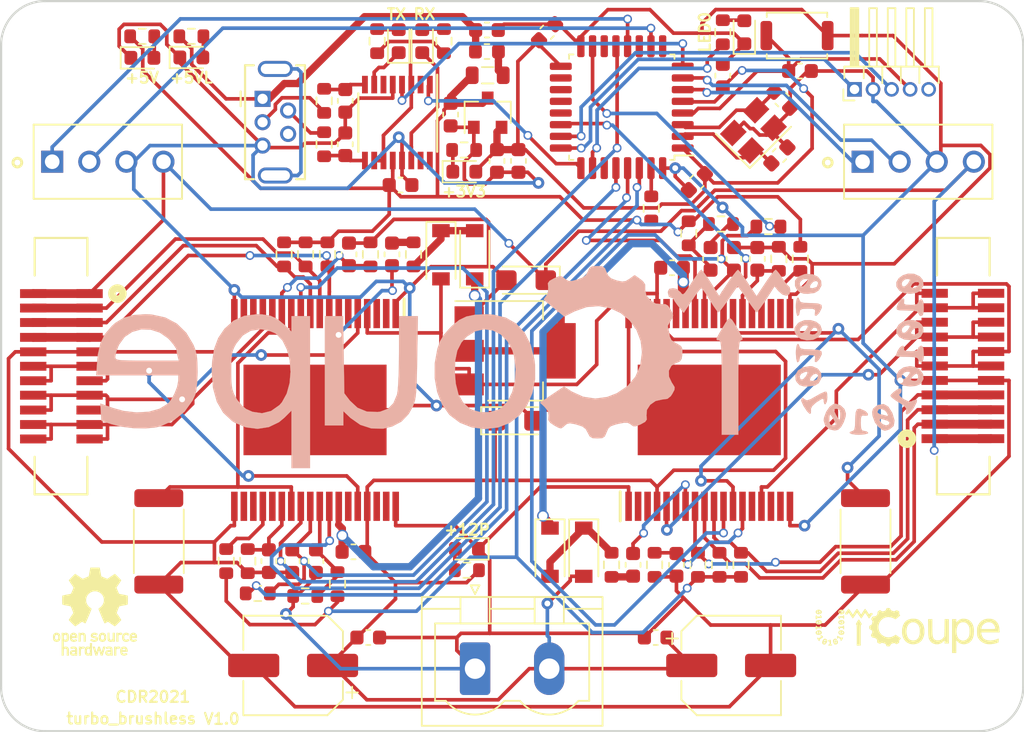
<source format=kicad_pcb>
(kicad_pcb (version 20171130) (host pcbnew "(5.1.12)-1")
  (layers (0 F.Cu signal) (31 B.Cu signal) (34 B.Paste user hide) (35 F.Paste user hide) (36 B.SilkS user hide) (37 F.SilkS user hide) (38 B.Mask user hide) (39 F.Mask user hide) (44 Edge.Cuts user))
  (net 0 "")
  (net 1 "Net-(U1-Pad27)")
  (net 2 "Net-(U1-Pad21)")
  (net 3 "Net-(U1-Pad20)")
  (net 4 "Net-(U1-Pad19)")
  (net 5 "Net-(U1-Pad18)")
  (net 6 "Net-(U1-Pad14)")
  (net 7 NRST)
  (net 8 "Net-(U3-Pad6)")
  (net 9 "Net-(U3-Pad2)")
  (net 10 GND)
  (net 11 +5VL)
  (net 12 +5V)
  (net 13 +3V3)
  (net 14 "Net-(C8-Pad1)")
  (net 15 "Net-(C10-Pad1)")
  (net 16 "Net-(D2-Pad1)")
  (net 17 "Net-(D3-Pad2)")
  (net 18 "Net-(D4-Pad2)")
  (net 19 "Net-(F1-Pad1)")
  (net 20 "Net-(IC1-Pad35)")
  (net 21 "Net-(IC1-Pad34)")
  (net 22 "Net-(IC1-Pad31)")
  (net 23 "Net-(IC1-Pad23)")
  (net 24 "Net-(IC1-Pad21)")
  (net 25 "Net-(IC1-Pad20)")
  (net 26 "Net-(IC1-Pad17)")
  (net 27 "Net-(IC1-Pad16)")
  (net 28 "Net-(IC1-Pad14)")
  (net 29 "Net-(IC1-Pad6)")
  (net 30 "Net-(IC1-Pad3)")
  (net 31 "Net-(IC1-Pad2)")
  (net 32 "Net-(J1-Pad4)")
  (net 33 USB_D+)
  (net 34 USB_D-)
  (net 35 "Net-(J1-Pad6)")
  (net 36 VCCIO)
  (net 37 BOOT0)
  (net 38 HSE_OUT)
  (net 39 HSE_IN)
  (net 40 CBUS1)
  (net 41 CBUS2)
  (net 42 UART_TX)
  (net 43 UART_RX)
  (net 44 +12P)
  (net 45 OUT3_1)
  (net 46 BRAKE_1)
  (net 47 FWD_REV_1)
  (net 48 "Net-(C19-Pad2)")
  (net 49 OUT1_1)
  (net 50 "Net-(C16-Pad2)")
  (net 51 H1_1)
  (net 52 H3_1)
  (net 53 H2_1)
  (net 54 OUT2_1)
  (net 55 /VBOOT_1)
  (net 56 "Net-(C21-Pad1)")
  (net 57 /DIAG_1)
  (net 58 TACHO_1)
  (net 59 /VCP_1)
  (net 60 SENSE_1)
  (net 61 ENABLE_1)
  (net 62 BRAKE_2)
  (net 63 LED0)
  (net 64 SWCLK)
  (net 65 SWDIO)
  (net 66 FWD_REV_2)
  (net 67 ENABLE_2)
  (net 68 ENC_A_1)
  (net 69 ENC_B_1)
  (net 70 ENC_B_2)
  (net 71 ENC_A_2)
  (net 72 "Net-(C15-Pad2)")
  (net 73 "Net-(D6-Pad1)")
  (net 74 "Net-(D8-Pad2)")
  (net 75 SWO)
  (net 76 "Net-(U1-Pad11)")
  (net 77 "Net-(U1-Pad9)")
  (net 78 "Net-(C23-Pad2)")
  (net 79 /VBOOT_2)
  (net 80 "Net-(C27-Pad1)")
  (net 81 "Net-(C28-Pad2)")
  (net 82 "Net-(C29-Pad2)")
  (net 83 /VCP_2)
  (net 84 /DIAG_2)
  (net 85 "Net-(D10-Pad2)")
  (net 86 "Net-(IC2-Pad35)")
  (net 87 "Net-(IC2-Pad34)")
  (net 88 OUT3_2)
  (net 89 "Net-(IC2-Pad31)")
  (net 90 SENSE_2)
  (net 91 "Net-(IC2-Pad23)")
  (net 92 TACHO_2)
  (net 93 "Net-(IC2-Pad21)")
  (net 94 "Net-(IC2-Pad20)")
  (net 95 "Net-(IC2-Pad17)")
  (net 96 "Net-(IC2-Pad16)")
  (net 97 OUT1_2)
  (net 98 "Net-(IC2-Pad14)")
  (net 99 H1_2)
  (net 100 H3_2)
  (net 101 H2_2)
  (net 102 "Net-(IC2-Pad6)")
  (net 103 OUT2_2)
  (net 104 "Net-(IC2-Pad3)")
  (net 105 "Net-(IC2-Pad2)")
  (net 106 "Net-(D1-Pad2)")
  (net 107 "Net-(D5-Pad2)")
  (net 108 +5VP)
  (net 109 "Net-(D11-Pad2)")
  (net 110 "Net-(U3-Pad16)")
  (net 111 "Net-(U3-Pad15)")
  (module Resistor_SMD:R_0603_1608Metric (layer F.Cu) (at 122.123 106.832 90)
    (fp_text reference R5 hide)
    (fp_text value 27R)
    (pad 2 smd roundrect (at 0.825 0 90) (size 0.8 0.95) (layers F.Cu F.Paste F.Mask) (net 15 "Net-(C10-Pad1)"))
    (pad 1 smd roundrect (at -0.825 0 90) (size 0.8 0.95) (layers F.Cu F.Paste F.Mask) (net 33 USB_D+))
  )
  (module Resistor_SMD:R_0603_1608Metric (layer F.Cu) (at 122.123 109.804 270)
    (fp_text reference R4 hide)
    (fp_text value 27R)
    (pad 2 smd roundrect (at 0.825 0 270) (size 0.8 0.95) (layers F.Cu F.Paste F.Mask) (net 14 "Net-(C8-Pad1)"))
    (pad 1 smd roundrect (at -0.825 0 270) (size 0.8 0.95) (layers F.Cu F.Paste F.Mask) (net 34 USB_D-))
  )
  (module UTCoupe:logo_UTCoupe (layer F.Cu) (at 162.052 143.0909)
    (fp_text reference G***_2 hide)
    (fp_text value LOGO hide)
  )
  (module UTCoupe:logo_UTCoupe_Big (layer B.Cu) (at 135 125 180)
    (fp_text reference G*** hide)
    (fp_text value LOGO hide)
  )
  (module Symbol:OSHW-Logo_5.7x6mm_SilkScreen (layer F.Cu) (at 106.426 141.8082)
    (fp_text reference LOGO1 hide)
    (fp_text value Logo_Open_Hardware_Large hide)
  )
  (module Resistor_SMD:R_0603_1608Metric (layer F.Cu) (at 131.902 138.976 180)
    (fp_text reference R32 hide)
    (fp_text value 10K)
    (pad 1 smd roundrect (at -0.825 0 180) (size 0.8 0.95) (layers F.Cu F.Paste F.Mask) (net 44 +12P))
    (pad 2 smd roundrect (at 0.825 0 180) (size 0.8 0.95) (layers F.Cu F.Paste F.Mask) (net 109 "Net-(D11-Pad2)"))
  )
  (module LED_SMD:LED_0603_1608Metric (layer F.Cu) (at 131.902 137.516 180)
    (fp_text reference D11 hide)
    (fp_text value red0603)
    (pad 1 smd roundrect (at -0.7875 0 180) (size 0.875 0.95) (layers F.Cu F.Paste F.Mask) (net 10 GND))
    (pad 2 smd roundrect (at 0.7875 0 180) (size 0.875 0.95) (layers F.Cu F.Paste F.Mask) (net 109 "Net-(D11-Pad2)"))
  )
  (module Package_TO_SOT_SMD:SOT-223-3_TabPin2 (layer F.Cu) (at 135.204 123.952)
    (fp_text reference U4 hide)
    (fp_text value AMS1117-5.0)
    (pad 2 smd rect (at 3.15 0) (size 2 3.8) (layers F.Cu F.Paste F.Mask) (net 108 +5VP))
    (pad 2 smd rect (at -3.15 0) (size 2 1.5) (layers F.Cu F.Paste F.Mask) (net 108 +5VP))
    (pad 3 smd rect (at -3.15 2.3) (size 2 1.5) (layers F.Cu F.Paste F.Mask) (net 44 +12P))
    (pad 1 smd rect (at -3.15 -2.3) (size 2 1.5) (layers F.Cu F.Paste F.Mask) (net 10 GND))
  )
  (module Capacitor_Tantalum_SMD:CP_EIA-3216-18_Kemet-A (layer F.Cu) (at 135.954 119.113 180)
    (fp_text reference C7 hide)
    (fp_text value 22uF)
    (pad 1 smd roundrect (at -1.35 0 180) (size 1.4 1.35) (layers F.Cu F.Paste F.Mask) (roundrect_rratio 0.1851844444444445) (net 108 +5VP))
    (pad 2 smd roundrect (at 1.35 0 180) (size 1.4 1.35) (layers F.Cu F.Paste F.Mask) (roundrect_rratio 0.1851844444444445) (net 10 GND))
  )
  (module Capacitor_Tantalum_SMD:CP_EIA-3216-18_Kemet-A (layer F.Cu) (at 135.179 128.74)
    (fp_text reference C6 hide)
    (fp_text value 10uF)
    (pad 1 smd roundrect (at -1.35 0) (size 1.4 1.35) (layers F.Cu F.Paste F.Mask) (roundrect_rratio 0.1851844444444445) (net 44 +12P))
    (pad 2 smd roundrect (at 1.35 0) (size 1.4 1.35) (layers F.Cu F.Paste F.Mask) (roundrect_rratio 0.1851844444444445) (net 10 GND))
  )
  (module Button_Switch_SMD:SW_Push_SPST_NO_Alps_SKRK (layer F.Cu) (at 154.508 102.362)
    (fp_text reference SW1 hide)
    (fp_text value SKRKAEE020)
    (pad 2 smd roundrect (at 2.1 0) (size 0.8 2) (layers F.Cu F.Paste F.Mask) (net 10 GND))
    (pad 1 smd roundrect (at -2.1 0) (size 0.8 2) (layers F.Cu F.Paste F.Mask) (net 7 NRST))
  )
  (module Connector_PinHeader_1.27mm:PinHeader_1x05_P1.27mm_Horizontal (layer F.Cu) (at 158.445 106.045 90)
    (fp_text reference J4 hide)
    (fp_text value Conn_01x05)
    (pad 1 thru_hole rect (at 0 0 90) (size 1 1) (drill 0.65) (layers *.Cu *.Mask) (net 64 SWCLK))
    (pad 2 thru_hole oval (at 0 1.27 90) (size 1 1) (drill 0.65) (layers *.Cu *.Mask) (net 10 GND))
    (pad 3 thru_hole oval (at 0 2.54 90) (size 1 1) (drill 0.65) (layers *.Cu *.Mask) (net 65 SWDIO))
    (pad 4 thru_hole oval (at 0 3.81 90) (size 1 1) (drill 0.65) (layers *.Cu *.Mask) (net 7 NRST))
    (pad 5 thru_hole oval (at 0 5.08 90) (size 1 1) (drill 0.65) (layers *.Cu *.Mask) (net 75 SWO))
  )
  (module Capacitor_SMD:C_0603_1608Metric (layer F.Cu) (at 149.428 105.105 90)
    (fp_text reference C31 hide)
    (fp_text value 100nF)
    (pad 1 smd roundrect (at -0.775 0 90) (size 0.9 0.95) (layers F.Cu F.Paste F.Mask) (net 13 +3V3))
    (pad 2 smd roundrect (at 0.775 0 90) (size 0.9 0.95) (layers F.Cu F.Paste F.Mask) (net 10 GND))
  )
  (module Package_QFP:LQFP-32_7x7mm_P0.8mm (layer F.Cu) (at 142.507 107.264 180)
    (fp_text reference U1 hide)
    (fp_text value STM32F303K8Tx)
    (pad 1 smd roundrect (at -4.175 -2.8 180) (size 1.5 0.5) (layers F.Cu F.Paste F.Mask) (net 13 +3V3))
    (pad 2 smd roundrect (at -4.175 -2 180) (size 1.5 0.5) (layers F.Cu F.Paste F.Mask) (net 39 HSE_IN))
    (pad 3 smd roundrect (at -4.175 -1.2 180) (size 1.5 0.5) (layers F.Cu F.Paste F.Mask) (net 38 HSE_OUT))
    (pad 4 smd roundrect (at -4.175 -0.4 180) (size 1.5 0.5) (layers F.Cu F.Paste F.Mask) (net 7 NRST))
    (pad 5 smd roundrect (at -4.175 0.4 180) (size 1.5 0.5) (layers F.Cu F.Paste F.Mask) (net 13 +3V3))
    (pad 6 smd roundrect (at -4.175 1.2 180) (size 1.5 0.5) (layers F.Cu F.Paste F.Mask) (net 71 ENC_A_2))
    (pad 7 smd roundrect (at -4.175 2 180) (size 1.5 0.5) (layers F.Cu F.Paste F.Mask) (net 70 ENC_B_2))
    (pad 8 smd roundrect (at -4.175 2.8 180) (size 1.5 0.5) (layers F.Cu F.Paste F.Mask) (net 42 UART_TX))
    (pad 9 smd roundrect (at -2.8 4.175 180) (size 0.5 1.5) (layers F.Cu F.Paste F.Mask) (net 77 "Net-(U1-Pad9)"))
    (pad 10 smd roundrect (at -2 4.175 180) (size 0.5 1.5) (layers F.Cu F.Paste F.Mask) (net 69 ENC_B_1))
    (pad 11 smd roundrect (at -1.2 4.175 180) (size 0.5 1.5) (layers F.Cu F.Paste F.Mask) (net 76 "Net-(U1-Pad11)"))
    (pad 12 smd roundrect (at -0.4 4.175 180) (size 0.5 1.5) (layers F.Cu F.Paste F.Mask) (net 68 ENC_A_1))
    (pad 13 smd roundrect (at 0.4 4.175 180) (size 0.5 1.5) (layers F.Cu F.Paste F.Mask) (net 47 FWD_REV_1))
    (pad 14 smd roundrect (at 1.2 4.175 180) (size 0.5 1.5) (layers F.Cu F.Paste F.Mask) (net 6 "Net-(U1-Pad14)"))
    (pad 15 smd roundrect (at 2 4.175 180) (size 0.5 1.5) (layers F.Cu F.Paste F.Mask) (net 67 ENABLE_2))
    (pad 16 smd roundrect (at 2.8 4.175 180) (size 0.5 1.5) (layers F.Cu F.Paste F.Mask) (net 10 GND))
    (pad 17 smd roundrect (at 4.175 2.8 180) (size 1.5 0.5) (layers F.Cu F.Paste F.Mask) (net 13 +3V3))
    (pad 18 smd roundrect (at 4.175 2 180) (size 1.5 0.5) (layers F.Cu F.Paste F.Mask) (net 5 "Net-(U1-Pad18)"))
    (pad 19 smd roundrect (at 4.175 1.2 180) (size 1.5 0.5) (layers F.Cu F.Paste F.Mask) (net 4 "Net-(U1-Pad19)"))
    (pad 20 smd roundrect (at 4.175 0.4 180) (size 1.5 0.5) (layers F.Cu F.Paste F.Mask) (net 3 "Net-(U1-Pad20)"))
    (pad 21 smd roundrect (at 4.175 -0.4 180) (size 1.5 0.5) (layers F.Cu F.Paste F.Mask) (net 2 "Net-(U1-Pad21)"))
    (pad 22 smd roundrect (at 4.175 -1.2 180) (size 1.5 0.5) (layers F.Cu F.Paste F.Mask) (net 66 FWD_REV_2))
    (pad 23 smd roundrect (at 4.175 -2 180) (size 1.5 0.5) (layers F.Cu F.Paste F.Mask) (net 65 SWDIO))
    (pad 24 smd roundrect (at 4.175 -2.8 180) (size 1.5 0.5) (layers F.Cu F.Paste F.Mask) (net 64 SWCLK))
    (pad 25 smd roundrect (at 2.8 -4.175 180) (size 0.5 1.5) (layers F.Cu F.Paste F.Mask) (net 43 UART_RX))
    (pad 26 smd roundrect (at 2 -4.175 180) (size 0.5 1.5) (layers F.Cu F.Paste F.Mask) (net 63 LED0))
    (pad 27 smd roundrect (at 1.2 -4.175 180) (size 0.5 1.5) (layers F.Cu F.Paste F.Mask) (net 1 "Net-(U1-Pad27)"))
    (pad 28 smd roundrect (at 0.4 -4.175 180) (size 0.5 1.5) (layers F.Cu F.Paste F.Mask) (net 46 BRAKE_1))
    (pad 29 smd roundrect (at -0.4 -4.175 180) (size 0.5 1.5) (layers F.Cu F.Paste F.Mask) (net 62 BRAKE_2))
    (pad 30 smd roundrect (at -1.2 -4.175 180) (size 0.5 1.5) (layers F.Cu F.Paste F.Mask) (net 61 ENABLE_1))
    (pad 31 smd roundrect (at -2 -4.175 180) (size 0.5 1.5) (layers F.Cu F.Paste F.Mask) (net 37 BOOT0))
    (pad 32 smd roundrect (at -2.8 -4.175 180) (size 0.5 1.5) (layers F.Cu F.Paste F.Mask) (net 10 GND))
  )
  (module Resistor_SMD:R_0603_1608Metric (layer F.Cu) (at 109.664 102.413)
    (fp_text reference R8 hide)
    (fp_text value 3K3)
    (pad 1 smd roundrect (at -0.825 0) (size 0.8 0.95) (layers F.Cu F.Paste F.Mask) (net 12 +5V))
    (pad 2 smd roundrect (at 0.825 0) (size 0.8 0.95) (layers F.Cu F.Paste F.Mask) (net 107 "Net-(D5-Pad2)"))
  )
  (module Resistor_SMD:R_0603_1608Metric (layer F.Cu) (at 113.03 102.413)
    (fp_text reference R1 hide)
    (fp_text value 3K3)
    (pad 1 smd roundrect (at -0.825 0) (size 0.8 0.95) (layers F.Cu F.Paste F.Mask) (net 11 +5VL))
    (pad 2 smd roundrect (at 0.825 0) (size 0.8 0.95) (layers F.Cu F.Paste F.Mask) (net 106 "Net-(D1-Pad2)"))
  )
  (module LED_SMD:LED_0603_1608Metric (layer F.Cu) (at 109.677 103.886)
    (fp_text reference D5 hide)
    (fp_text value red0603)
    (pad 1 smd roundrect (at -0.7875 0) (size 0.875 0.95) (layers F.Cu F.Paste F.Mask) (net 10 GND))
    (pad 2 smd roundrect (at 0.7875 0) (size 0.875 0.95) (layers F.Cu F.Paste F.Mask) (net 107 "Net-(D5-Pad2)"))
  )
  (module LED_SMD:LED_0603_1608Metric (layer F.Cu) (at 113.03 103.861)
    (fp_text reference D1 hide)
    (fp_text value red0603)
    (pad 1 smd roundrect (at -0.7875 0) (size 0.875 0.95) (layers F.Cu F.Paste F.Mask) (net 10 GND))
    (pad 2 smd roundrect (at 0.7875 0) (size 0.875 0.95) (layers F.Cu F.Paste F.Mask) (net 106 "Net-(D1-Pad2)"))
  )
  (module Resistor_SMD:R_0603_1608Metric (layer F.Cu) (at 152.552 115.443)
    (fp_text reference R30 hide)
    (fp_text value 100K)
    (pad 1 smd roundrect (at -0.825 0) (size 0.8 0.95) (layers F.Cu F.Paste F.Mask) (net 84 /DIAG_2))
    (pad 2 smd roundrect (at 0.825 0) (size 0.8 0.95) (layers F.Cu F.Paste F.Mask) (net 67 ENABLE_2))
  )
  (module Resistor_SMD:R_2512_6332Metric (layer F.Cu) (at 159.2 137 270)
    (fp_text reference R29 hide)
    (fp_text value "0.25/1W 1%")
    (pad 1 smd roundrect (at -2.9625 0 270) (size 1.225 3.35) (layers F.Cu F.Paste F.Mask) (roundrect_rratio 0.2040808163265306) (net 90 SENSE_2))
    (pad 2 smd roundrect (at 2.9625 0 270) (size 1.225 3.35) (layers F.Cu F.Paste F.Mask) (roundrect_rratio 0.2040808163265306) (net 10 GND))
  )
  (module Resistor_SMD:R_0603_1608Metric (layer F.Cu) (at 154.737 117.653 270)
    (fp_text reference R28 hide)
    (fp_text value 10K)
    (pad 1 smd roundrect (at -0.825 0 270) (size 0.8 0.95) (layers F.Cu F.Paste F.Mask) (net 12 +5V))
    (pad 2 smd roundrect (at 0.825 0 270) (size 0.8 0.95) (layers F.Cu F.Paste F.Mask) (net 92 TACHO_2))
  )
  (module Resistor_SMD:R_0603_1608Metric (layer F.Cu) (at 141.808 138.608 90)
    (fp_text reference R27 hide)
    (fp_text value 100)
    (pad 1 smd roundrect (at -0.825 0 90) (size 0.8 0.95) (layers F.Cu F.Paste F.Mask) (net 82 "Net-(C29-Pad2)"))
    (pad 2 smd roundrect (at 0.825 0 90) (size 0.8 0.95) (layers F.Cu F.Paste F.Mask) (net 85 "Net-(D10-Pad2)"))
  )
  (module Resistor_SMD:R_0603_1608Metric (layer F.Cu) (at 153.264 117.653 90)
    (fp_text reference R26 hide)
    (fp_text value 47K)
    (pad 1 smd roundrect (at -0.825 0 90) (size 0.8 0.95) (layers F.Cu F.Paste F.Mask) (net 81 "Net-(C28-Pad2)"))
    (pad 2 smd roundrect (at 0.825 0 90) (size 0.8 0.95) (layers F.Cu F.Paste F.Mask) (net 10 GND))
  )
  (module Resistor_SMD:R_0603_1608Metric (layer F.Cu) (at 149.301 115.265)
    (fp_text reference R25 hide)
    (fp_text value N/A)
    (pad 1 smd roundrect (at -0.825 0) (size 0.8 0.95) (layers F.Cu F.Paste F.Mask) (net 80 "Net-(C27-Pad1)"))
    (pad 2 smd roundrect (at 0.825 0) (size 0.8 0.95) (layers F.Cu F.Paste F.Mask) (net 10 GND))
  )
  (module Resistor_SMD:R_0603_1608Metric (layer F.Cu) (at 147.091 115.901 270)
    (fp_text reference R24 hide)
    (fp_text value 10K)
    (pad 1 smd roundrect (at -0.825 0 270) (size 0.8 0.95) (layers F.Cu F.Paste F.Mask) (net 12 +5V))
    (pad 2 smd roundrect (at 0.825 0 270) (size 0.8 0.95) (layers F.Cu F.Paste F.Mask) (net 80 "Net-(C27-Pad1)"))
  )
  (module Resistor_SMD:R_0603_1608Metric (layer F.Cu) (at 144.755 138.608 270)
    (fp_text reference R23 hide)
    (fp_text value 33K)
    (pad 1 smd roundrect (at -0.825 0 270) (size 0.8 0.95) (layers F.Cu F.Paste F.Mask) (net 78 "Net-(C23-Pad2)"))
    (pad 2 smd roundrect (at 0.825 0 270) (size 0.8 0.95) (layers F.Cu F.Paste F.Mask) (net 10 GND))
  )
  (module Resistor_SMD:R_0603_1608Metric (layer F.Cu) (at 150.673 138.608 270)
    (fp_text reference R22 hide)
    (fp_text value 10K)
    (pad 1 smd roundrect (at -0.825 0 270) (size 0.8 0.95) (layers F.Cu F.Paste F.Mask) (net 99 H1_2))
    (pad 2 smd roundrect (at 0.825 0 270) (size 0.8 0.95) (layers F.Cu F.Paste F.Mask) (net 12 +5V))
  )
  (module Resistor_SMD:R_0603_1608Metric (layer F.Cu) (at 149.2 138.608 270)
    (fp_text reference R21 hide)
    (fp_text value 10K)
    (pad 1 smd roundrect (at -0.825 0 270) (size 0.8 0.95) (layers F.Cu F.Paste F.Mask) (net 100 H3_2))
    (pad 2 smd roundrect (at 0.825 0 270) (size 0.8 0.95) (layers F.Cu F.Paste F.Mask) (net 12 +5V))
  )
  (module Resistor_SMD:R_0603_1608Metric (layer F.Cu) (at 147.726 138.608 270)
    (fp_text reference R20 hide)
    (fp_text value 10K)
    (pad 1 smd roundrect (at -0.825 0 270) (size 0.8 0.95) (layers F.Cu F.Paste F.Mask) (net 101 H2_2))
    (pad 2 smd roundrect (at 0.825 0 270) (size 0.8 0.95) (layers F.Cu F.Paste F.Mask) (net 12 +5V))
  )
  (module UTCoupe:MOLEX_52610-0571_FPC_01x11_p1.0mm (layer F.Cu) (at 166 125 90)
    (fp_text reference J5 hide)
    (fp_text value Conn_01x11)
    (pad 1 smd rect (at -4.9678 -2.0608 90) (size 0.6096 1.8034) (layers F.Cu F.Paste F.Mask) (net 108 +5VP))
    (pad 1 smd rect (at -4.9678 1.8 90) (size 0.6096 1.8034) (layers F.Cu F.Paste F.Mask) (net 108 +5VP))
    (pad 2 smd rect (at -3.9772 -2.0608 90) (size 0.6096 1.8034) (layers F.Cu F.Paste F.Mask) (net 100 H3_2))
    (pad 2 smd rect (at -3.9772 1.8 90) (size 0.6096 1.8034) (layers F.Cu F.Paste F.Mask) (net 100 H3_2))
    (pad 3 smd rect (at -2.9866 -2.0608 90) (size 0.6096 1.8034) (layers F.Cu F.Paste F.Mask) (net 99 H1_2))
    (pad 3 smd rect (at -2.9866 1.8 90) (size 0.6096 1.8034) (layers F.Cu F.Paste F.Mask) (net 99 H1_2))
    (pad 4 smd rect (at -1.9706 -2.0608 90) (size 0.6096 1.8034) (layers F.Cu F.Paste F.Mask) (net 101 H2_2))
    (pad 4 smd rect (at -1.9706 1.8 90) (size 0.6096 1.8034) (layers F.Cu F.Paste F.Mask) (net 101 H2_2))
    (pad 5 smd rect (at -0.98 -2.0608 90) (size 0.6096 1.8034) (layers F.Cu F.Paste F.Mask) (net 10 GND))
    (pad 5 smd rect (at -0.98 1.8 90) (size 0.6096 1.8034) (layers F.Cu F.Paste F.Mask) (net 10 GND))
    (pad 7 smd rect (at 1.0006 -2.0608 90) (size 0.6096 1.8034) (layers F.Cu F.Paste F.Mask) (net 88 OUT3_2))
    (pad 9 smd rect (at 3.0072 1.8 90) (size 0.6096 1.8034) (layers F.Cu F.Paste F.Mask) (net 103 OUT2_2))
    (pad 8 smd rect (at 1.9912 1.8 90) (size 0.6096 1.8034) (layers F.Cu F.Paste F.Mask) (net 103 OUT2_2))
    (pad 7 smd rect (at 1.0006 1.8 90) (size 0.6096 1.8034) (layers F.Cu F.Paste F.Mask) (net 88 OUT3_2))
    (pad 6 smd rect (at 0.01 -2.0608 90) (size 0.6096 1.8034) (layers F.Cu F.Paste F.Mask) (net 88 OUT3_2))
    (pad 10 smd rect (at 3.9978 1.8 90) (size 0.6096 1.8034) (layers F.Cu F.Paste F.Mask) (net 97 OUT1_2))
    (pad 10 smd rect (at 3.9978 -2.0608 90) (size 0.6096 1.8034) (layers F.Cu F.Paste F.Mask) (net 97 OUT1_2))
    (pad 9 smd rect (at 3.0072 -2.0608 90) (size 0.6096 1.8034) (layers F.Cu F.Paste F.Mask) (net 103 OUT2_2))
    (pad 8 smd rect (at 1.9912 -2.0608 90) (size 0.6096 1.8034) (layers F.Cu F.Paste F.Mask) (net 103 OUT2_2))
    (pad 6 smd rect (at 0.01 1.8 90) (size 0.6096 1.8034) (layers F.Cu F.Paste F.Mask) (net 88 OUT3_2))
    (pad 11 smd rect (at 4.9878 1.8 90) (size 0.6096 1.8034) (layers F.Cu F.Paste F.Mask) (net 97 OUT1_2))
    (pad 11 smd rect (at 4.9878 -2.0608 90) (size 0.6096 1.8034) (layers F.Cu F.Paste F.Mask) (net 97 OUT1_2))
  )
  (module UTCoupe:SOP65P1420X360-37N (layer F.Cu) (at 148.5 128 90)
    (fp_text reference IC2 hide)
    (fp_text value L6235PD hide)
    (pad 1 smd rect (at -6.6 -5.525 180) (size 0.45 2) (layers F.Cu F.Paste F.Mask) (net 10 GND))
    (pad 2 smd rect (at -6.6 -4.875 180) (size 0.45 2) (layers F.Cu F.Paste F.Mask) (net 105 "Net-(IC2-Pad2)"))
    (pad 3 smd rect (at -6.6 -4.225 180) (size 0.45 2) (layers F.Cu F.Paste F.Mask) (net 104 "Net-(IC2-Pad3)"))
    (pad 4 smd rect (at -6.6 -3.575 180) (size 0.45 2) (layers F.Cu F.Paste F.Mask) (net 44 +12P))
    (pad 5 smd rect (at -6.6 -2.925 180) (size 0.45 2) (layers F.Cu F.Paste F.Mask) (net 103 OUT2_2))
    (pad 6 smd rect (at -6.6 -2.275 180) (size 0.45 2) (layers F.Cu F.Paste F.Mask) (net 102 "Net-(IC2-Pad6)"))
    (pad 7 smd rect (at -6.6 -1.625 180) (size 0.45 2) (layers F.Cu F.Paste F.Mask) (net 83 /VCP_2))
    (pad 8 smd rect (at -6.6 -0.975 180) (size 0.45 2) (layers F.Cu F.Paste F.Mask) (net 101 H2_2))
    (pad 9 smd rect (at -6.6 -0.325 180) (size 0.45 2) (layers F.Cu F.Paste F.Mask) (net 100 H3_2))
    (pad 10 smd rect (at -6.6 0.325 180) (size 0.45 2) (layers F.Cu F.Paste F.Mask) (net 99 H1_2))
    (pad 11 smd rect (at -6.6 0.975 180) (size 0.45 2) (layers F.Cu F.Paste F.Mask) (net 84 /DIAG_2))
    (pad 12 smd rect (at -6.6 1.625 180) (size 0.45 2) (layers F.Cu F.Paste F.Mask) (net 90 SENSE_2))
    (pad 13 smd rect (at -6.6 2.275 180) (size 0.45 2) (layers F.Cu F.Paste F.Mask) (net 78 "Net-(C23-Pad2)"))
    (pad 14 smd rect (at -6.6 2.925 180) (size 0.45 2) (layers F.Cu F.Paste F.Mask) (net 98 "Net-(IC2-Pad14)"))
    (pad 15 smd rect (at -6.6 3.575 180) (size 0.45 2) (layers F.Cu F.Paste F.Mask) (net 97 OUT1_2))
    (pad 16 smd rect (at -6.6 4.225 180) (size 0.45 2) (layers F.Cu F.Paste F.Mask) (net 96 "Net-(IC2-Pad16)"))
    (pad 17 smd rect (at -6.6 4.875 180) (size 0.45 2) (layers F.Cu F.Paste F.Mask) (net 95 "Net-(IC2-Pad17)"))
    (pad 18 smd rect (at -6.6 5.525 180) (size 0.45 2) (layers F.Cu F.Paste F.Mask) (net 10 GND))
    (pad 19 smd rect (at 6.6 5.525 180) (size 0.45 2) (layers F.Cu F.Paste F.Mask) (net 10 GND))
    (pad 20 smd rect (at 6.6 4.875 180) (size 0.45 2) (layers F.Cu F.Paste F.Mask) (net 94 "Net-(IC2-Pad20)"))
    (pad 21 smd rect (at 6.6 4.225 180) (size 0.45 2) (layers F.Cu F.Paste F.Mask) (net 93 "Net-(IC2-Pad21)"))
    (pad 22 smd rect (at 6.6 3.575 180) (size 0.45 2) (layers F.Cu F.Paste F.Mask) (net 92 TACHO_2))
    (pad 23 smd rect (at 6.6 2.925 180) (size 0.45 2) (layers F.Cu F.Paste F.Mask) (net 91 "Net-(IC2-Pad23)"))
    (pad 24 smd rect (at 6.6 2.275 180) (size 0.45 2) (layers F.Cu F.Paste F.Mask) (net 81 "Net-(C28-Pad2)"))
    (pad 25 smd rect (at 6.6 1.625 180) (size 0.45 2) (layers F.Cu F.Paste F.Mask) (net 90 SENSE_2))
    (pad 26 smd rect (at 6.6 0.975 180) (size 0.45 2) (layers F.Cu F.Paste F.Mask) (net 66 FWD_REV_2))
    (pad 27 smd rect (at 6.6 0.325 180) (size 0.45 2) (layers F.Cu F.Paste F.Mask) (net 84 /DIAG_2))
    (pad 28 smd rect (at 6.6 -0.325 180) (size 0.45 2) (layers F.Cu F.Paste F.Mask) (net 80 "Net-(C27-Pad1)"))
    (pad 29 smd rect (at 6.6 -0.975 180) (size 0.45 2) (layers F.Cu F.Paste F.Mask) (net 62 BRAKE_2))
    (pad 30 smd rect (at 6.6 -1.625 180) (size 0.45 2) (layers F.Cu F.Paste F.Mask) (net 79 /VBOOT_2))
    (pad 31 smd rect (at 6.6 -2.275 180) (size 0.45 2) (layers F.Cu F.Paste F.Mask) (net 89 "Net-(IC2-Pad31)"))
    (pad 32 smd rect (at 6.6 -2.925 180) (size 0.45 2) (layers F.Cu F.Paste F.Mask) (net 88 OUT3_2))
    (pad 33 smd rect (at 6.6 -3.575 180) (size 0.45 2) (layers F.Cu F.Paste F.Mask) (net 44 +12P))
    (pad 34 smd rect (at 6.6 -4.225 180) (size 0.45 2) (layers F.Cu F.Paste F.Mask) (net 87 "Net-(IC2-Pad34)"))
    (pad 35 smd rect (at 6.6 -4.875 180) (size 0.45 2) (layers F.Cu F.Paste F.Mask) (net 86 "Net-(IC2-Pad35)"))
    (pad 36 smd rect (at 6.6 -5.525 180) (size 0.45 2) (layers F.Cu F.Paste F.Mask) (net 10 GND))
    (pad 37 smd rect (at 0 0 90) (size 6.2 9.8) (layers F.Cu F.Paste F.Mask) (net 10 GND))
  )
  (module Diode_SMD:D_SOD-123 (layer F.Cu) (at 137.592 137.744 270)
    (fp_text reference D10 hide)
    (fp_text value 1N4148)
    (pad 1 smd rect (at -1.65 0 270) (size 0.9 1.2) (layers F.Cu F.Paste F.Mask) (net 79 /VBOOT_2))
    (pad 2 smd rect (at 1.65 0 270) (size 0.9 1.2) (layers F.Cu F.Paste F.Mask) (net 85 "Net-(D10-Pad2)"))
  )
  (module Diode_SMD:D_SOD-123 (layer F.Cu) (at 139.903 137.744 270)
    (fp_text reference D9 hide)
    (fp_text value 1N4148)
    (pad 1 smd rect (at -1.65 0 270) (size 0.9 1.2) (layers F.Cu F.Paste F.Mask) (net 85 "Net-(D10-Pad2)"))
    (pad 2 smd rect (at 1.65 0 270) (size 0.9 1.2) (layers F.Cu F.Paste F.Mask) (net 44 +12P))
  )
  (module Capacitor_SMD:C_0603_1608Metric (layer F.Cu) (at 150.19 117.653 90)
    (fp_text reference C30 hide)
    (fp_text value 5.6nF)
    (pad 1 smd roundrect (at -0.775 0 90) (size 0.9 0.95) (layers F.Cu F.Paste F.Mask) (net 84 /DIAG_2))
    (pad 2 smd roundrect (at 0.775 0 90) (size 0.9 0.95) (layers F.Cu F.Paste F.Mask) (net 10 GND))
  )
  (module Capacitor_SMD:C_0603_1608Metric (layer F.Cu) (at 143.281 138.608 270)
    (fp_text reference C29 hide)
    (fp_text value 10nF)
    (pad 1 smd roundrect (at -0.775 0 270) (size 0.9 0.95) (layers F.Cu F.Paste F.Mask) (net 83 /VCP_2))
    (pad 2 smd roundrect (at 0.775 0 270) (size 0.9 0.95) (layers F.Cu F.Paste F.Mask) (net 82 "Net-(C29-Pad2)"))
  )
  (module Capacitor_SMD:C_0603_1608Metric (layer F.Cu) (at 151.79 117.653 270)
    (fp_text reference C28 hide)
    (fp_text value 10nF)
    (pad 1 smd roundrect (at -0.775 0 270) (size 0.9 0.95) (layers F.Cu F.Paste F.Mask) (net 10 GND))
    (pad 2 smd roundrect (at 0.775 0 270) (size 0.9 0.95) (layers F.Cu F.Paste F.Mask) (net 81 "Net-(C28-Pad2)"))
  )
  (module Capacitor_SMD:C_0603_1608Metric (layer F.Cu) (at 148.59 117.653 90)
    (fp_text reference C27 hide)
    (fp_text value 47nF)
    (pad 1 smd roundrect (at -0.775 0 90) (size 0.9 0.95) (layers F.Cu F.Paste F.Mask) (net 80 "Net-(C27-Pad1)"))
    (pad 2 smd roundrect (at 0.775 0 90) (size 0.9 0.95) (layers F.Cu F.Paste F.Mask) (net 10 GND))
  )
  (module Capacitor_SMD:C_0603_1608Metric (layer F.Cu) (at 145.948 118.262)
    (fp_text reference C26 hide)
    (fp_text value 220nF)
    (pad 1 smd roundrect (at -0.775 0) (size 0.9 0.95) (layers F.Cu F.Paste F.Mask) (net 44 +12P))
    (pad 2 smd roundrect (at 0.775 0) (size 0.9 0.95) (layers F.Cu F.Paste F.Mask) (net 79 /VBOOT_2))
  )
  (module Capacitor_SMD:C_0603_1608Metric (layer F.Cu) (at 144.831 143.586 180)
    (fp_text reference C25 hide)
    (fp_text value 100nF)
    (pad 2 smd roundrect (at 0.775 0 180) (size 0.9 0.95) (layers F.Cu F.Paste F.Mask) (net 10 GND))
    (pad 1 smd roundrect (at -0.775 0 180) (size 0.9 0.95) (layers F.Cu F.Paste F.Mask) (net 44 +12P))
  )
  (module Capacitor_SMD:CP_Elec_6.3x7.7 (layer F.Cu) (at 150 145.5)
    (fp_text reference C24 hide)
    (fp_text value 100uF)
    (pad 1 smd roundrect (at -2.7 0) (size 3.5 1.6) (layers F.Cu F.Paste F.Mask) (roundrect_rratio 0.15625) (net 44 +12P))
    (pad 2 smd roundrect (at 2.7 0) (size 3.5 1.6) (layers F.Cu F.Paste F.Mask) (roundrect_rratio 0.15625) (net 10 GND))
  )
  (module Capacitor_SMD:C_0603_1608Metric (layer F.Cu) (at 146.253 138.608 90)
    (fp_text reference C23 hide)
    (fp_text value 1nF)
    (pad 1 smd roundrect (at -0.775 0 90) (size 0.9 0.95) (layers F.Cu F.Paste F.Mask) (net 10 GND))
    (pad 2 smd roundrect (at 0.775 0 90) (size 0.9 0.95) (layers F.Cu F.Paste F.Mask) (net 78 "Net-(C23-Pad2)"))
  )
  (module UTCoupe:SOP65P1420X360-37N (layer F.Cu) (at 121.5 128 270)
    (fp_text reference IC1 hide)
    (fp_text value L6235PD hide)
    (pad 37 smd rect (at 0 0 270) (size 6.2 9.8) (layers F.Cu F.Paste F.Mask) (net 10 GND))
    (pad 36 smd rect (at 6.6 -5.525) (size 0.45 2) (layers F.Cu F.Paste F.Mask) (net 10 GND))
    (pad 35 smd rect (at 6.6 -4.875) (size 0.45 2) (layers F.Cu F.Paste F.Mask) (net 20 "Net-(IC1-Pad35)"))
    (pad 34 smd rect (at 6.6 -4.225) (size 0.45 2) (layers F.Cu F.Paste F.Mask) (net 21 "Net-(IC1-Pad34)"))
    (pad 33 smd rect (at 6.6 -3.575) (size 0.45 2) (layers F.Cu F.Paste F.Mask) (net 44 +12P))
    (pad 32 smd rect (at 6.6 -2.925) (size 0.45 2) (layers F.Cu F.Paste F.Mask) (net 45 OUT3_1))
    (pad 31 smd rect (at 6.6 -2.275) (size 0.45 2) (layers F.Cu F.Paste F.Mask) (net 22 "Net-(IC1-Pad31)"))
    (pad 30 smd rect (at 6.6 -1.625) (size 0.45 2) (layers F.Cu F.Paste F.Mask) (net 55 /VBOOT_1))
    (pad 29 smd rect (at 6.6 -0.975) (size 0.45 2) (layers F.Cu F.Paste F.Mask) (net 46 BRAKE_1))
    (pad 28 smd rect (at 6.6 -0.325) (size 0.45 2) (layers F.Cu F.Paste F.Mask) (net 56 "Net-(C21-Pad1)"))
    (pad 27 smd rect (at 6.6 0.325) (size 0.45 2) (layers F.Cu F.Paste F.Mask) (net 57 /DIAG_1))
    (pad 26 smd rect (at 6.6 0.975) (size 0.45 2) (layers F.Cu F.Paste F.Mask) (net 47 FWD_REV_1))
    (pad 25 smd rect (at 6.6 1.625) (size 0.45 2) (layers F.Cu F.Paste F.Mask) (net 60 SENSE_1))
    (pad 24 smd rect (at 6.6 2.275) (size 0.45 2) (layers F.Cu F.Paste F.Mask) (net 48 "Net-(C19-Pad2)"))
    (pad 23 smd rect (at 6.6 2.925) (size 0.45 2) (layers F.Cu F.Paste F.Mask) (net 23 "Net-(IC1-Pad23)"))
    (pad 22 smd rect (at 6.6 3.575) (size 0.45 2) (layers F.Cu F.Paste F.Mask) (net 58 TACHO_1))
    (pad 21 smd rect (at 6.6 4.225) (size 0.45 2) (layers F.Cu F.Paste F.Mask) (net 24 "Net-(IC1-Pad21)"))
    (pad 20 smd rect (at 6.6 4.875) (size 0.45 2) (layers F.Cu F.Paste F.Mask) (net 25 "Net-(IC1-Pad20)"))
    (pad 19 smd rect (at 6.6 5.525) (size 0.45 2) (layers F.Cu F.Paste F.Mask) (net 10 GND))
    (pad 18 smd rect (at -6.6 5.525) (size 0.45 2) (layers F.Cu F.Paste F.Mask) (net 10 GND))
    (pad 17 smd rect (at -6.6 4.875) (size 0.45 2) (layers F.Cu F.Paste F.Mask) (net 26 "Net-(IC1-Pad17)"))
    (pad 16 smd rect (at -6.6 4.225) (size 0.45 2) (layers F.Cu F.Paste F.Mask) (net 27 "Net-(IC1-Pad16)"))
    (pad 15 smd rect (at -6.6 3.575) (size 0.45 2) (layers F.Cu F.Paste F.Mask) (net 49 OUT1_1))
    (pad 14 smd rect (at -6.6 2.925) (size 0.45 2) (layers F.Cu F.Paste F.Mask) (net 28 "Net-(IC1-Pad14)"))
    (pad 13 smd rect (at -6.6 2.275) (size 0.45 2) (layers F.Cu F.Paste F.Mask) (net 50 "Net-(C16-Pad2)"))
    (pad 12 smd rect (at -6.6 1.625) (size 0.45 2) (layers F.Cu F.Paste F.Mask) (net 60 SENSE_1))
    (pad 11 smd rect (at -6.6 0.975) (size 0.45 2) (layers F.Cu F.Paste F.Mask) (net 57 /DIAG_1))
    (pad 10 smd rect (at -6.6 0.325) (size 0.45 2) (layers F.Cu F.Paste F.Mask) (net 51 H1_1))
    (pad 9 smd rect (at -6.6 -0.325) (size 0.45 2) (layers F.Cu F.Paste F.Mask) (net 52 H3_1))
    (pad 8 smd rect (at -6.6 -0.975) (size 0.45 2) (layers F.Cu F.Paste F.Mask) (net 53 H2_1))
    (pad 7 smd rect (at -6.6 -1.625) (size 0.45 2) (layers F.Cu F.Paste F.Mask) (net 59 /VCP_1))
    (pad 6 smd rect (at -6.6 -2.275) (size 0.45 2) (layers F.Cu F.Paste F.Mask) (net 29 "Net-(IC1-Pad6)"))
    (pad 5 smd rect (at -6.6 -2.925) (size 0.45 2) (layers F.Cu F.Paste F.Mask) (net 54 OUT2_1))
    (pad 4 smd rect (at -6.6 -3.575) (size 0.45 2) (layers F.Cu F.Paste F.Mask) (net 44 +12P))
    (pad 3 smd rect (at -6.6 -4.225) (size 0.45 2) (layers F.Cu F.Paste F.Mask) (net 30 "Net-(IC1-Pad3)"))
    (pad 2 smd rect (at -6.6 -4.875) (size 0.45 2) (layers F.Cu F.Paste F.Mask) (net 31 "Net-(IC1-Pad2)"))
    (pad 1 smd rect (at -6.6 -5.525) (size 0.45 2) (layers F.Cu F.Paste F.Mask) (net 10 GND))
  )
  (module UTCoupe:MOLEX_52610-0571_FPC_01x11_p1.0mm (layer F.Cu) (at 104 125 270)
    (fp_text reference J3 hide)
    (fp_text value Conn_01x11)
    (pad 1 smd rect (at -4.9678 -2.0608 270) (size 0.6096 1.8034) (layers F.Cu F.Paste F.Mask) (net 108 +5VP))
    (pad 1 smd rect (at -4.9678 1.8 270) (size 0.6096 1.8034) (layers F.Cu F.Paste F.Mask) (net 108 +5VP))
    (pad 2 smd rect (at -3.9772 -2.0608 270) (size 0.6096 1.8034) (layers F.Cu F.Paste F.Mask) (net 52 H3_1))
    (pad 2 smd rect (at -3.9772 1.8 270) (size 0.6096 1.8034) (layers F.Cu F.Paste F.Mask) (net 52 H3_1))
    (pad 3 smd rect (at -2.9866 -2.0608 270) (size 0.6096 1.8034) (layers F.Cu F.Paste F.Mask) (net 51 H1_1))
    (pad 3 smd rect (at -2.9866 1.8 270) (size 0.6096 1.8034) (layers F.Cu F.Paste F.Mask) (net 51 H1_1))
    (pad 4 smd rect (at -1.9706 -2.0608 270) (size 0.6096 1.8034) (layers F.Cu F.Paste F.Mask) (net 53 H2_1))
    (pad 4 smd rect (at -1.9706 1.8 270) (size 0.6096 1.8034) (layers F.Cu F.Paste F.Mask) (net 53 H2_1))
    (pad 5 smd rect (at -0.98 -2.0608 270) (size 0.6096 1.8034) (layers F.Cu F.Paste F.Mask) (net 10 GND))
    (pad 5 smd rect (at -0.98 1.8 270) (size 0.6096 1.8034) (layers F.Cu F.Paste F.Mask) (net 10 GND))
    (pad 7 smd rect (at 1.0006 -2.0608 270) (size 0.6096 1.8034) (layers F.Cu F.Paste F.Mask) (net 45 OUT3_1))
    (pad 9 smd rect (at 3.0072 1.8 270) (size 0.6096 1.8034) (layers F.Cu F.Paste F.Mask) (net 54 OUT2_1))
    (pad 8 smd rect (at 1.9912 1.8 270) (size 0.6096 1.8034) (layers F.Cu F.Paste F.Mask) (net 54 OUT2_1))
    (pad 7 smd rect (at 1.0006 1.8 270) (size 0.6096 1.8034) (layers F.Cu F.Paste F.Mask) (net 45 OUT3_1))
    (pad 6 smd rect (at 0.01 -2.0608 270) (size 0.6096 1.8034) (layers F.Cu F.Paste F.Mask) (net 45 OUT3_1))
    (pad 10 smd rect (at 3.9978 1.8 270) (size 0.6096 1.8034) (layers F.Cu F.Paste F.Mask) (net 49 OUT1_1))
    (pad 10 smd rect (at 3.9978 -2.0608 270) (size 0.6096 1.8034) (layers F.Cu F.Paste F.Mask) (net 49 OUT1_1))
    (pad 9 smd rect (at 3.0072 -2.0608 270) (size 0.6096 1.8034) (layers F.Cu F.Paste F.Mask) (net 54 OUT2_1))
    (pad 8 smd rect (at 1.9912 -2.0608 270) (size 0.6096 1.8034) (layers F.Cu F.Paste F.Mask) (net 54 OUT2_1))
    (pad 6 smd rect (at 0.01 1.8 270) (size 0.6096 1.8034) (layers F.Cu F.Paste F.Mask) (net 45 OUT3_1))
    (pad 11 smd rect (at 4.9878 1.8 270) (size 0.6096 1.8034) (layers F.Cu F.Paste F.Mask) (net 49 OUT1_1))
    (pad 11 smd rect (at 4.9878 -2.0608 270) (size 0.6096 1.8034) (layers F.Cu F.Paste F.Mask) (net 49 OUT1_1))
  )
  (module MountingHole:MountingHole_2.2mm_M2 (layer F.Cu) (at 103 147)
    (fp_text reference H4 hide)
    (fp_text value MountingHole)
    (pad 1 np_thru_hole circle (at 0 0) (size 2.2 2.2) (drill 2.2) (layers *.Cu *.Mask))
  )
  (module MountingHole:MountingHole_2.2mm_M2 (layer F.Cu) (at 167 147)
    (fp_text reference H3 hide)
    (fp_text value MountingHole)
    (pad 1 np_thru_hole circle (at 0 0) (size 2.2 2.2) (drill 2.2) (layers *.Cu *.Mask))
  )
  (module MountingHole:MountingHole_2.2mm_M2 (layer F.Cu) (at 167 103)
    (fp_text reference H2 hide)
    (fp_text value MountingHole)
    (pad 1 np_thru_hole circle (at 0 0) (size 2.2 2.2) (drill 2.2) (layers *.Cu *.Mask))
  )
  (module MountingHole:MountingHole_2.2mm_M2 (layer F.Cu) (at 103 103)
    (fp_text reference H1 hide)
    (fp_text value MountingHole)
    (pad 1 np_thru_hole circle (at 0 0) (size 2.2 2.2) (drill 2.2) (layers *.Cu *.Mask))
  )
  (module Resistor_SMD:R_0603_1608Metric (layer F.Cu) (at 144.526 114.198 270)
    (fp_text reference R31 hide)
    (fp_text value 10K)
    (pad 1 smd roundrect (at -0.825 0 270) (size 0.8 0.95) (layers F.Cu F.Paste F.Mask) (net 37 BOOT0))
    (pad 2 smd roundrect (at 0.825 0 270) (size 0.8 0.95) (layers F.Cu F.Paste F.Mask))
  )
  (module UTCoupe:Headers-Wire_Housings_HEADER_4POS_HE14 (layer F.Cu) (at 159 111)
    (fp_text reference J6 hide)
    (fp_text value Conn_01x04)
    (pad 1 thru_hole rect (at 0 0) (size 1.508 1.508) (drill 1) (layers *.Cu *.Mask) (net 71 ENC_A_2))
    (pad 2 thru_hole circle (at 2.54 0) (size 1.508 1.508) (drill 1) (layers *.Cu *.Mask) (net 70 ENC_B_2))
    (pad 3 thru_hole circle (at 5.08 0) (size 1.508 1.508) (drill 1) (layers *.Cu *.Mask) (net 10 GND))
    (pad 4 thru_hole circle (at 7.62 0) (size 1.508 1.508) (drill 1) (layers *.Cu *.Mask) (net 108 +5VP))
  )
  (module Connector_Phoenix_MSTB:PhoenixContact_MSTBVA_2,5_2-G-5,08_1x02_P5.08mm_Vertical (layer F.Cu) (at 132.46 145.72)
    (fp_text reference J2 hide)
    (fp_text value Conn_01x02)
    (pad 1 thru_hole roundrect (at 0 0) (size 2.08 3.6) (drill 1.4) (layers *.Cu *.Mask) (roundrect_rratio 0.1201913461538461) (net 10 GND))
    (pad 2 thru_hole oval (at 5.08 0) (size 2.08 3.6) (drill 1.4) (layers *.Cu *.Mask) (net 44 +12P))
  )
  (module Connector_USB:USB_Mini-B_Tensility_54-00023_Vertical (layer F.Cu) (at 117.908 106.695 270)
    (fp_text reference J1 hide)
    (fp_text value USB_B_Mini)
    (pad 1 thru_hole rect (at 0 0 270) (size 1.1 1.1) (drill 0.7) (layers *.Cu *.Mask) (net 11 +5VL))
    (pad 2 thru_hole circle (at 0.8 -1.75 270) (size 1.1 1.1) (drill 0.7) (layers *.Cu *.Mask) (net 34 USB_D-))
    (pad 3 thru_hole circle (at 1.6 0 270) (size 1.1 1.1) (drill 0.7) (layers *.Cu *.Mask) (net 33 USB_D+))
    (pad 4 thru_hole circle (at 2.4 -1.75 270) (size 1.1 1.1) (drill 0.7) (layers *.Cu *.Mask) (net 32 "Net-(J1-Pad4)"))
    (pad 5 thru_hole circle (at 3.2 0 270) (size 1.1 1.1) (drill 0.7) (layers *.Cu *.Mask) (net 10 GND))
    (pad 6 thru_hole oval (at -2.05 -0.875 270) (size 1.1 2.4) (drill oval 0.7 2) (layers *.Cu *.Mask) (net 35 "Net-(J1-Pad6)"))
    (pad 6 thru_hole oval (at 5.25 -0.875 270) (size 1.1 2.4) (drill oval 0.7 2) (layers *.Cu *.Mask) (net 35 "Net-(J1-Pad6)"))
  )
  (module Capacitor_SMD:CP_Elec_6.3x7.7 (layer F.Cu) (at 120 145.5 180)
    (fp_text reference C17 hide)
    (fp_text value 100uF)
    (pad 1 smd roundrect (at -2.7 0 180) (size 3.5 1.6) (layers F.Cu F.Paste F.Mask) (roundrect_rratio 0.15625) (net 44 +12P))
    (pad 2 smd roundrect (at 2.7 0 180) (size 3.5 1.6) (layers F.Cu F.Paste F.Mask) (roundrect_rratio 0.15625) (net 10 GND))
  )
  (module Resistor_SMD:R_2512_6332Metric (layer F.Cu) (at 110.8 137 270)
    (fp_text reference R19 hide)
    (fp_text value "0.25/1W 1%")
    (pad 1 smd roundrect (at -2.9625 0 270) (size 1.225 3.35) (layers F.Cu F.Paste F.Mask) (roundrect_rratio 0.2040808163265306) (net 60 SENSE_1))
    (pad 2 smd roundrect (at 2.9625 0 270) (size 1.225 3.35) (layers F.Cu F.Paste F.Mask) (roundrect_rratio 0.2040808163265306) (net 10 GND))
  )
  (module Resistor_SMD:R_0603_1608Metric (layer F.Cu) (at 115.418 138.354 90)
    (fp_text reference R18 hide)
    (fp_text value 10K)
    (pad 1 smd roundrect (at -0.825 0 90) (size 0.8 0.95) (layers F.Cu F.Paste F.Mask) (net 12 +5V))
    (pad 2 smd roundrect (at 0.825 0 90) (size 0.8 0.95) (layers F.Cu F.Paste F.Mask) (net 58 TACHO_1))
  )
  (module Resistor_SMD:R_0603_1608Metric (layer F.Cu) (at 120.828 140.741 180)
    (fp_text reference R17 hide)
    (fp_text value N/A)
    (pad 1 smd roundrect (at -0.825 0 180) (size 0.8 0.95) (layers F.Cu F.Paste F.Mask) (net 56 "Net-(C21-Pad1)"))
    (pad 2 smd roundrect (at 0.825 0 180) (size 0.8 0.95) (layers F.Cu F.Paste F.Mask) (net 10 GND))
  )
  (module Resistor_SMD:R_0603_1608Metric (layer F.Cu) (at 117.577 140.564 180)
    (fp_text reference R16 hide)
    (fp_text value 100K)
    (pad 1 smd roundrect (at -0.825 0 180) (size 0.8 0.95) (layers F.Cu F.Paste F.Mask) (net 57 /DIAG_1))
    (pad 2 smd roundrect (at 0.825 0 180) (size 0.8 0.95) (layers F.Cu F.Paste F.Mask) (net 61 ENABLE_1))
  )
  (module Resistor_SMD:R_0603_1608Metric (layer F.Cu) (at 116.891 138.354 270)
    (fp_text reference R15 hide)
    (fp_text value 47K)
    (pad 1 smd roundrect (at -0.825 0 270) (size 0.8 0.95) (layers F.Cu F.Paste F.Mask) (net 48 "Net-(C19-Pad2)"))
    (pad 2 smd roundrect (at 0.825 0 270) (size 0.8 0.95) (layers F.Cu F.Paste F.Mask) (net 10 GND))
  )
  (module Resistor_SMD:R_0603_1608Metric (layer F.Cu) (at 125.298 117.348 90)
    (fp_text reference R14 hide)
    (fp_text value 33K)
    (pad 1 smd roundrect (at -0.825 0 90) (size 0.8 0.95) (layers F.Cu F.Paste F.Mask) (net 50 "Net-(C16-Pad2)"))
    (pad 2 smd roundrect (at 0.825 0 90) (size 0.8 0.95) (layers F.Cu F.Paste F.Mask) (net 10 GND))
  )
  (module Resistor_SMD:R_0603_1608Metric (layer F.Cu) (at 119.38 117.348 90)
    (fp_text reference R13 hide)
    (fp_text value 10K)
    (pad 1 smd roundrect (at -0.825 0 90) (size 0.8 0.95) (layers F.Cu F.Paste F.Mask) (net 51 H1_1))
    (pad 2 smd roundrect (at 0.825 0 90) (size 0.8 0.95) (layers F.Cu F.Paste F.Mask) (net 12 +5V))
  )
  (module Resistor_SMD:R_0603_1608Metric (layer F.Cu) (at 120.853 117.348 90)
    (fp_text reference R12 hide)
    (fp_text value 10K)
    (pad 1 smd roundrect (at -0.825 0 90) (size 0.8 0.95) (layers F.Cu F.Paste F.Mask) (net 52 H3_1))
    (pad 2 smd roundrect (at 0.825 0 90) (size 0.8 0.95) (layers F.Cu F.Paste F.Mask) (net 12 +5V))
  )
  (module Resistor_SMD:R_0603_1608Metric (layer F.Cu) (at 122.352 117.348 90)
    (fp_text reference R11 hide)
    (fp_text value 10K)
    (pad 1 smd roundrect (at -0.825 0 90) (size 0.8 0.95) (layers F.Cu F.Paste F.Mask) (net 53 H2_1))
    (pad 2 smd roundrect (at 0.825 0 90) (size 0.8 0.95) (layers F.Cu F.Paste F.Mask) (net 12 +5V))
  )
  (module Resistor_SMD:R_0603_1608Metric (layer F.Cu) (at 128.245 117.348 270)
    (fp_text reference R10 hide)
    (fp_text value 100)
    (pad 1 smd roundrect (at -0.825 0 270) (size 0.8 0.95) (layers F.Cu F.Paste F.Mask) (net 72 "Net-(C15-Pad2)"))
    (pad 2 smd roundrect (at 0.825 0 270) (size 0.8 0.95) (layers F.Cu F.Paste F.Mask) (net 73 "Net-(D6-Pad1)"))
  )
  (module Resistor_SMD:R_0603_1608Metric (layer F.Cu) (at 123.038 139.929 90)
    (fp_text reference R9 hide)
    (fp_text value 10K)
    (pad 1 smd roundrect (at -0.825 0 90) (size 0.8 0.95) (layers F.Cu F.Paste F.Mask) (net 12 +5V))
    (pad 2 smd roundrect (at 0.825 0 90) (size 0.8 0.95) (layers F.Cu F.Paste F.Mask) (net 56 "Net-(C21-Pad1)"))
  )
  (module Resistor_SMD:R_0603_1608Metric (layer F.Cu) (at 149.428 102.133 90)
    (fp_text reference R2 hide)
    (fp_text value 3K3)
    (pad 1 smd roundrect (at -0.825 0 90) (size 0.8 0.95) (layers F.Cu F.Paste F.Mask) (net 63 LED0))
    (pad 2 smd roundrect (at 0.825 0 90) (size 0.8 0.95) (layers F.Cu F.Paste F.Mask) (net 74 "Net-(D8-Pad2)"))
  )
  (module LED_SMD:LED_0603_1608Metric (layer F.Cu) (at 150.901 102.133 90)
    (fp_text reference D8 hide)
    (fp_text value green0603)
    (pad 1 smd roundrect (at -0.7875 0 90) (size 0.875 0.95) (layers F.Cu F.Paste F.Mask) (net 10 GND))
    (pad 2 smd roundrect (at 0.7875 0 90) (size 0.875 0.95) (layers F.Cu F.Paste F.Mask) (net 74 "Net-(D8-Pad2)"))
  )
  (module Diode_SMD:D_SOD-123 (layer F.Cu) (at 132.436 117.373 90)
    (fp_text reference D7 hide)
    (fp_text value 1N4148)
    (pad 1 smd rect (at -1.65 0 90) (size 0.9 1.2) (layers F.Cu F.Paste F.Mask) (net 55 /VBOOT_1))
    (pad 2 smd rect (at 1.65 0 90) (size 0.9 1.2) (layers F.Cu F.Paste F.Mask) (net 73 "Net-(D6-Pad1)"))
  )
  (module Diode_SMD:D_SOD-123 (layer F.Cu) (at 130.124 117.373 270)
    (fp_text reference D6 hide)
    (fp_text value 1N4148)
    (pad 1 smd rect (at -1.65 0 270) (size 0.9 1.2) (layers F.Cu F.Paste F.Mask) (net 73 "Net-(D6-Pad1)"))
    (pad 2 smd rect (at 1.65 0 270) (size 0.9 1.2) (layers F.Cu F.Paste F.Mask) (net 44 +12P))
  )
  (module Capacitor_SMD:C_0603_1608Metric (layer F.Cu) (at 154.711 104.788)
    (fp_text reference C22 hide)
    (fp_text value 100nF)
    (pad 1 smd roundrect (at -0.775 0) (size 0.9 0.95) (layers F.Cu F.Paste F.Mask) (net 7 NRST))
    (pad 2 smd roundrect (at 0.775 0) (size 0.9 0.95) (layers F.Cu F.Paste F.Mask) (net 10 GND))
  )
  (module Capacitor_SMD:C_0603_1608Metric (layer F.Cu) (at 121.564 138.354 270)
    (fp_text reference C21 hide)
    (fp_text value 47nF)
    (pad 1 smd roundrect (at -0.775 0 270) (size 0.9 0.95) (layers F.Cu F.Paste F.Mask) (net 56 "Net-(C21-Pad1)"))
    (pad 2 smd roundrect (at 0.775 0 270) (size 0.9 0.95) (layers F.Cu F.Paste F.Mask) (net 10 GND))
  )
  (module Capacitor_SMD:C_0603_1608Metric (layer F.Cu) (at 119.939 138.354 270)
    (fp_text reference C20 hide)
    (fp_text value 5.6nF)
    (pad 1 smd roundrect (at -0.775 0 270) (size 0.9 0.95) (layers F.Cu F.Paste F.Mask) (net 57 /DIAG_1))
    (pad 2 smd roundrect (at 0.775 0 270) (size 0.9 0.95) (layers F.Cu F.Paste F.Mask) (net 10 GND))
  )
  (module Capacitor_SMD:C_0603_1608Metric (layer F.Cu) (at 118.339 138.354 90)
    (fp_text reference C19 hide)
    (fp_text value 10nF)
    (pad 1 smd roundrect (at -0.775 0 90) (size 0.9 0.95) (layers F.Cu F.Paste F.Mask) (net 10 GND))
    (pad 2 smd roundrect (at 0.775 0 90) (size 0.9 0.95) (layers F.Cu F.Paste F.Mask) (net 48 "Net-(C19-Pad2)"))
  )
  (module Capacitor_SMD:C_0603_1608Metric (layer F.Cu) (at 125.146 143.586)
    (fp_text reference C18 hide)
    (fp_text value 100nF)
    (pad 1 smd roundrect (at -0.775 0) (size 0.9 0.95) (layers F.Cu F.Paste F.Mask) (net 44 +12P))
    (pad 2 smd roundrect (at 0.775 0) (size 0.9 0.95) (layers F.Cu F.Paste F.Mask) (net 10 GND))
  )
  (module Capacitor_SMD:C_0603_1608Metric (layer F.Cu) (at 123.825 117.348 270)
    (fp_text reference C16 hide)
    (fp_text value 1nF)
    (pad 1 smd roundrect (at -0.775 0 270) (size 0.9 0.95) (layers F.Cu F.Paste F.Mask) (net 10 GND))
    (pad 2 smd roundrect (at 0.775 0 270) (size 0.9 0.95) (layers F.Cu F.Paste F.Mask) (net 50 "Net-(C16-Pad2)"))
  )
  (module Capacitor_SMD:C_0603_1608Metric (layer F.Cu) (at 126.771 117.348 90)
    (fp_text reference C15 hide)
    (fp_text value 10nF)
    (pad 1 smd roundrect (at -0.775 0 90) (size 0.9 0.95) (layers F.Cu F.Paste F.Mask) (net 59 /VCP_1))
    (pad 2 smd roundrect (at 0.775 0 90) (size 0.9 0.95) (layers F.Cu F.Paste F.Mask) (net 72 "Net-(C15-Pad2)"))
  )
  (module Capacitor_SMD:C_0603_1608Metric (layer F.Cu) (at 124.13 137.719 180)
    (fp_text reference C14 hide)
    (fp_text value 220nF)
    (pad 1 smd roundrect (at -0.775 0 180) (size 0.9 0.95) (layers F.Cu F.Paste F.Mask) (net 44 +12P))
    (pad 2 smd roundrect (at 0.775 0 180) (size 0.9 0.95) (layers F.Cu F.Paste F.Mask) (net 55 /VBOOT_1))
  )
  (module Capacitor_SMD:C_0603_1608Metric (layer F.Cu) (at 137.389 102.133 45)
    (fp_text reference C13 hide)
    (fp_text value 100nF)
    (pad 1 smd roundrect (at -0.775 0 45) (size 0.9 0.95) (layers F.Cu F.Paste F.Mask) (net 13 +3V3))
    (pad 2 smd roundrect (at 0.775 0 45) (size 0.9 0.95) (layers F.Cu F.Paste F.Mask) (net 10 GND))
  )
  (module Capacitor_SMD:C_0603_1608Metric (layer F.Cu) (at 147.65 112.395 225)
    (fp_text reference C12 hide)
    (fp_text value 100nF)
    (pad 1 smd roundrect (at -0.775 0 225) (size 0.9 0.95) (layers F.Cu F.Paste F.Mask) (net 13 +3V3))
    (pad 2 smd roundrect (at 0.775 0 225) (size 0.9 0.95) (layers F.Cu F.Paste F.Mask) (net 10 GND))
  )
  (module Capacitor_SMD:C_0603_1608Metric (layer F.Cu) (at 135.433 110.947 270)
    (fp_text reference C11 hide)
    (fp_text value 4u7)
    (pad 1 smd roundrect (at -0.775 0 270) (size 0.9 0.95) (layers F.Cu F.Paste F.Mask) (net 13 +3V3))
    (pad 2 smd roundrect (at 0.775 0 270) (size 0.9 0.95) (layers F.Cu F.Paste F.Mask) (net 10 GND))
  )
  (module Capacitor_SMD:C_0603_1608Metric (layer F.Cu) (at 153.492 106.756 315)
    (fp_text reference C4 hide)
    (fp_text value 12pF)
    (pad 1 smd roundrect (at -0.775 0 315) (size 0.9 0.95) (layers F.Cu F.Paste F.Mask) (net 38 HSE_OUT))
    (pad 2 smd roundrect (at 0.775 0 315) (size 0.9 0.95) (layers F.Cu F.Paste F.Mask) (net 10 GND))
  )
  (module Capacitor_SMD:C_0603_1608Metric (layer F.Cu) (at 153.302 110.566 45)
    (fp_text reference C3 hide)
    (fp_text value 12pF)
    (pad 1 smd roundrect (at -0.775 0 45) (size 0.9 0.95) (layers F.Cu F.Paste F.Mask) (net 39 HSE_IN))
    (pad 2 smd roundrect (at 0.775 0 45) (size 0.9 0.95) (layers F.Cu F.Paste F.Mask) (net 10 GND))
  )
  (module UTCoupe:Headers-Wire_Housings_HEADER_4POS_HE14 (layer F.Cu) (at 103.5 111)
    (fp_text reference J7 hide)
    (fp_text value Conn_01x04)
    (pad 1 thru_hole rect (at 0 0) (size 1.508 1.508) (drill 1) (layers *.Cu *.Mask) (net 68 ENC_A_1))
    (pad 2 thru_hole circle (at 2.54 0) (size 1.508 1.508) (drill 1) (layers *.Cu *.Mask) (net 69 ENC_B_1))
    (pad 3 thru_hole circle (at 5.08 0) (size 1.508 1.508) (drill 1) (layers *.Cu *.Mask) (net 10 GND))
    (pad 4 thru_hole circle (at 7.62 0) (size 1.508 1.508) (drill 1) (layers *.Cu *.Mask) (net 108 +5VP))
  )
  (module Crystal:Crystal_SMD_3225-4Pin_3.2x2.5mm (layer F.Cu) (at 151.524 108.852 45)
    (fp_text reference Y1 hide)
    (fp_text value "1C208000BC0K 8MHz")
    (pad 1 smd rect (at -1.1 0.85 45) (size 1.4 1.2) (layers F.Cu F.Paste F.Mask) (net 39 HSE_IN))
    (pad 2 smd rect (at 1.1 0.85 45) (size 1.4 1.2) (layers F.Cu F.Paste F.Mask) (net 10 GND))
    (pad 3 smd rect (at 1.1 -0.85 45) (size 1.4 1.2) (layers F.Cu F.Paste F.Mask) (net 38 HSE_OUT))
    (pad 4 smd rect (at -1.1 -0.85 45) (size 1.4 1.2) (layers F.Cu F.Paste F.Mask) (net 10 GND))
  )
  (module Package_SO:SSOP-16_3.9x4.9mm_P0.635mm (layer F.Cu) (at 127.14 108.318 270)
    (fp_text reference U3 hide)
    (fp_text value FT230XS)
    (pad 16 smd rect (at 2.6 -2.2225 270) (size 1.2 0.4) (layers F.Cu F.Paste F.Mask) (net 110 "Net-(U3-Pad16)"))
    (pad 15 smd rect (at 2.6 -1.5875 270) (size 1.2 0.4) (layers F.Cu F.Paste F.Mask) (net 111 "Net-(U3-Pad15)"))
    (pad 14 smd rect (at 2.6 -0.9525 270) (size 1.2 0.4) (layers F.Cu F.Paste F.Mask) (net 40 CBUS1))
    (pad 13 smd rect (at 2.6 -0.3175 270) (size 1.2 0.4) (layers F.Cu F.Paste F.Mask) (net 10 GND))
    (pad 12 smd rect (at 2.6 0.3175 270) (size 1.2 0.4) (layers F.Cu F.Paste F.Mask) (net 12 +5V))
    (pad 11 smd rect (at 2.6 0.9525 270) (size 1.2 0.4) (layers F.Cu F.Paste F.Mask) (net 36 VCCIO))
    (pad 10 smd rect (at 2.6 1.5875 270) (size 1.2 0.4) (layers F.Cu F.Paste F.Mask) (net 36 VCCIO))
    (pad 9 smd rect (at 2.6 2.2225 270) (size 1.2 0.4) (layers F.Cu F.Paste F.Mask) (net 14 "Net-(C8-Pad1)"))
    (pad 8 smd rect (at -2.6 2.2225 270) (size 1.2 0.4) (layers F.Cu F.Paste F.Mask) (net 15 "Net-(C10-Pad1)"))
    (pad 7 smd rect (at -2.6 1.5875 270) (size 1.2 0.4) (layers F.Cu F.Paste F.Mask) (net 41 CBUS2))
    (pad 6 smd rect (at -2.6 0.9525 270) (size 1.2 0.4) (layers F.Cu F.Paste F.Mask) (net 8 "Net-(U3-Pad6)"))
    (pad 5 smd rect (at -2.6 0.3175 270) (size 1.2 0.4) (layers F.Cu F.Paste F.Mask) (net 10 GND))
    (pad 4 smd rect (at -2.6 -0.3175 270) (size 1.2 0.4) (layers F.Cu F.Paste F.Mask) (net 42 UART_TX))
    (pad 3 smd rect (at -2.6 -0.9525 270) (size 1.2 0.4) (layers F.Cu F.Paste F.Mask) (net 36 VCCIO))
    (pad 2 smd rect (at -2.6 -1.5875 270) (size 1.2 0.4) (layers F.Cu F.Paste F.Mask) (net 9 "Net-(U3-Pad2)"))
    (pad 1 smd rect (at -2.6 -2.2225 270) (size 1.2 0.4) (layers F.Cu F.Paste F.Mask) (net 43 UART_RX))
  )
  (module Package_TO_SOT_SMD:SOT-23 (layer F.Cu) (at 133.325 107.645 90)
    (fp_text reference U2 hide)
    (fp_text value XC6206P332MR)
    (pad 1 smd rect (at -1 -0.95 90) (size 0.9 0.8) (layers F.Cu F.Paste F.Mask) (net 10 GND))
    (pad 2 smd rect (at -1 0.95 90) (size 0.9 0.8) (layers F.Cu F.Paste F.Mask) (net 13 +3V3))
    (pad 3 smd rect (at 1 0 90) (size 0.9 0.8) (layers F.Cu F.Paste F.Mask) (net 12 +5V))
  )
  (module Resistor_SMD:R_0603_1608Metric (layer F.Cu) (at 125.755 102.743 270)
    (fp_text reference R7 hide)
    (fp_text value 270R)
    (pad 2 smd roundrect (at 0.825 0 270) (size 0.8 0.95) (layers F.Cu F.Paste F.Mask) (net 36 VCCIO))
    (pad 1 smd roundrect (at -0.825 0 270) (size 0.8 0.95) (layers F.Cu F.Paste F.Mask) (net 18 "Net-(D4-Pad2)"))
  )
  (module Resistor_SMD:R_0603_1608Metric (layer F.Cu) (at 130.327 102.743 270)
    (fp_text reference R6 hide)
    (fp_text value 270R)
    (pad 2 smd roundrect (at 0.825 0 270) (size 0.8 0.95) (layers F.Cu F.Paste F.Mask) (net 36 VCCIO))
    (pad 1 smd roundrect (at -0.825 0 270) (size 0.8 0.95) (layers F.Cu F.Paste F.Mask) (net 17 "Net-(D3-Pad2)"))
  )
  (module Resistor_SMD:R_0603_1608Metric (layer F.Cu) (at 131.712 110.198)
    (fp_text reference R3 hide)
    (fp_text value 3K3)
    (pad 1 smd roundrect (at -0.825 0) (size 0.8 0.95) (layers F.Cu F.Paste F.Mask) (net 16 "Net-(D2-Pad1)"))
    (pad 2 smd roundrect (at 0.825 0) (size 0.8 0.95) (layers F.Cu F.Paste F.Mask) (net 10 GND))
  )
  (module Inductor_SMD:L_0805_2012Metric (layer F.Cu) (at 133.325 105.08)
    (fp_text reference FB1 hide)
    (fp_text value "100 @ 100MHz")
    (pad 1 smd roundrect (at -1.0625 0) (size 0.875 1.2) (layers F.Cu F.Paste F.Mask) (net 12 +5V))
    (pad 2 smd roundrect (at 1.0625 0) (size 0.875 1.2) (layers F.Cu F.Paste F.Mask) (net 19 "Net-(F1-Pad1)"))
  )
  (module Fuse:Fuse_0603_1608Metric (layer F.Cu) (at 133.274 103.454 180)
    (fp_text reference F1 hide)
    (fp_text value 100mA)
    (pad 1 smd roundrect (at -0.7875 0 180) (size 0.875 0.95) (layers F.Cu F.Paste F.Mask) (net 19 "Net-(F1-Pad1)"))
    (pad 2 smd roundrect (at 0.7875 0 180) (size 0.875 0.95) (layers F.Cu F.Paste F.Mask) (net 11 +5VL))
  )
  (module LED_SMD:LED_0603_1608Metric (layer F.Cu) (at 127.229 102.743 90)
    (fp_text reference D4 hide)
    (fp_text value blue0603)
    (pad 2 smd roundrect (at 0.7875 0 90) (size 0.875 0.95) (layers F.Cu F.Paste F.Mask) (net 18 "Net-(D4-Pad2)"))
    (pad 1 smd roundrect (at -0.7875 0 90) (size 0.875 0.95) (layers F.Cu F.Paste F.Mask) (net 41 CBUS2))
  )
  (module LED_SMD:LED_0603_1608Metric (layer F.Cu) (at 128.842 102.743 90)
    (fp_text reference D3 hide)
    (fp_text value blue0603)
    (pad 2 smd roundrect (at 0.7875 0 90) (size 0.875 0.95) (layers F.Cu F.Paste F.Mask) (net 17 "Net-(D3-Pad2)"))
    (pad 1 smd roundrect (at -0.7875 0 90) (size 0.875 0.95) (layers F.Cu F.Paste F.Mask) (net 40 CBUS1))
  )
  (module LED_SMD:LED_0603_1608Metric (layer F.Cu) (at 131.724 111.684)
    (fp_text reference D2 hide)
    (fp_text value red0603)
    (pad 1 smd roundrect (at -0.7875 0) (size 0.875 0.95) (layers F.Cu F.Paste F.Mask) (net 16 "Net-(D2-Pad1)"))
    (pad 2 smd roundrect (at 0.7875 0) (size 0.875 0.95) (layers F.Cu F.Paste F.Mask) (net 13 +3V3))
  )
  (module Capacitor_SMD:C_0603_1608Metric (layer F.Cu) (at 123.571 106.832 270)
    (fp_text reference C10 hide)
    (fp_text value 47pF)
    (pad 2 smd roundrect (at 0.775 0 270) (size 0.9 0.95) (layers F.Cu F.Paste F.Mask) (net 10 GND))
    (pad 1 smd roundrect (at -0.775 0 270) (size 0.9 0.95) (layers F.Cu F.Paste F.Mask) (net 15 "Net-(C10-Pad1)"))
  )
  (module Capacitor_SMD:C_0603_1608Metric (layer F.Cu) (at 127.356 112.598)
    (fp_text reference C9 hide)
    (fp_text value 100nF)
    (pad 2 smd roundrect (at 0.775 0) (size 0.9 0.95) (layers F.Cu F.Paste F.Mask) (net 10 GND))
    (pad 1 smd roundrect (at -0.775 0) (size 0.9 0.95) (layers F.Cu F.Paste F.Mask) (net 12 +5V))
  )
  (module Capacitor_SMD:C_0603_1608Metric (layer F.Cu) (at 123.571 109.804 90)
    (fp_text reference C8 hide)
    (fp_text value 47pF)
    (pad 2 smd roundrect (at 0.775 0 90) (size 0.9 0.95) (layers F.Cu F.Paste F.Mask) (net 10 GND))
    (pad 1 smd roundrect (at -0.775 0 90) (size 0.9 0.95) (layers F.Cu F.Paste F.Mask) (net 14 "Net-(C8-Pad1)"))
  )
  (module Capacitor_SMD:C_0603_1608Metric (layer F.Cu) (at 133.96 110.947 270)
    (fp_text reference C5 hide)
    (fp_text value 10uF)
    (pad 1 smd roundrect (at -0.775 0 270) (size 0.9 0.95) (layers F.Cu F.Paste F.Mask) (net 13 +3V3))
    (pad 2 smd roundrect (at 0.775 0 270) (size 0.9 0.95) (layers F.Cu F.Paste F.Mask) (net 10 GND))
  )
  (module Capacitor_SMD:C_0603_1608Metric (layer F.Cu) (at 130.785 107.772 270)
    (fp_text reference C2 hide)
    (fp_text value 10uF)
    (pad 1 smd roundrect (at -0.775 0 270) (size 0.9 0.95) (layers F.Cu F.Paste F.Mask) (net 12 +5V))
    (pad 2 smd roundrect (at 0.775 0 270) (size 0.9 0.95) (layers F.Cu F.Paste F.Mask) (net 10 GND))
  )
  (module Capacitor_SMD:C_0603_1608Metric (layer F.Cu) (at 133.274 101.981)
    (fp_text reference C1 hide)
    (fp_text value 4u7)
    (pad 1 smd roundrect (at -0.775 0) (size 0.9 0.95) (layers F.Cu F.Paste F.Mask) (net 11 +5VL))
    (pad 2 smd roundrect (at 0.775 0) (size 0.9 0.95) (layers F.Cu F.Paste F.Mask) (net 10 GND))
  )
  (gr_text CDR2021 (at 110.3884 147.6502) (layer F.SilkS) (effects (font (size 0.75 0.75))))
  (gr_text V1.0 (at 115.1128 149.1615) (layer F.SilkS) (effects (font (size 0.75 0.75))))
  (gr_text turbo_brushless (at 108.9152 149.1361) (layer F.SilkS) (effects (font (size 0.75 0.75))))
  (gr_text LED0 (at 148.1963 102.1334 90) (layer F.SilkS) (effects (font (size 0.75 0.75))))
  (gr_text RX (at 128.9939 100.8888) (layer F.SilkS) (effects (font (size 0.75 0.75))))
  (gr_text TX (at 127.0762 100.9015) (layer F.SilkS) (effects (font (size 0.75 0.75))))
  (gr_text +3V3 (at 131.7117 113.0427) (layer F.SilkS) (effects (font (size 0.75 0.75))))
  (gr_text +12P (at 131.9149 136.2075) (layer F.SilkS) (effects (font (size 0.75 0.75))))
  (gr_text +5V (at 109.6518 105.2449) (layer F.SilkS) (effects (font (size 0.75 0.75))))
  (gr_text +5VL (at 113.03 105.2449) (layer F.SilkS) (effects (font (size 0.75 0.75))))
  (gr_arc (start 103 147) (end 100 147) (angle -90) (layer Edge.Cuts) (width 0.15))
  (gr_arc (start 167 147) (end 167 150) (angle -90) (layer Edge.Cuts) (width 0.15))
  (gr_arc (start 167 103) (end 170 103) (angle -90) (layer Edge.Cuts) (width 0.15))
  (gr_arc (start 103 103) (end 103 100) (angle -90) (layer Edge.Cuts) (width 0.15))
  (gr_line (start 103 100) (end 167 100) (layer Edge.Cuts) (width 0.15))
  (gr_line (start 170 103) (end 170 147) (layer Edge.Cuts) (width 0.15))
  (gr_line (start 103 150) (end 167 150) (layer Edge.Cuts) (width 0.15))
  (gr_line (start 100 103) (end 100 147) (layer Edge.Cuts) (width 0.15))
  (via (at 149.41296 114.13236) (size 0.8) (drill 0.4) (layers F.Cu B.Cu) (net 10))
  (via (at 119.507 141.97584) (size 0.8) (drill 0.4) (layers F.Cu B.Cu) (net 10))
  (via (at 136.79932 112.45088) (size 0.8) (drill 0.4) (layers F.Cu B.Cu) (net 10))
  (via (at 127.23368 109.3216) (size 0.8) (drill 0.4) (layers F.Cu B.Cu) (net 10))
  (segment (start 162.255 106.045) (end 160.172 103.962) (width 0.25) (layer F.Cu) (net 7))
  (segment (start 160.172 103.962) (end 154.762 103.962) (width 0.25) (layer F.Cu) (net 7))
  (segment (start 154.762 103.962) (end 153.936 104.788) (width 0.25) (layer F.Cu) (net 7))
  (segment (start 146.682 107.664) (end 147.432 107.664) (width 0.25) (layer F.Cu) (net 7))
  (segment (start 147.432 107.664) (end 147.746 107.35) (width 0.25) (layer F.Cu) (net 7))
  (segment (start 147.746 107.35) (end 149.216 107.35) (width 0.25) (layer F.Cu) (net 7))
  (segment (start 149.216 107.35) (end 151.765 104.8) (width 0.25) (layer F.Cu) (net 7))
  (segment (start 151.765 104.8) (end 153.924 104.8) (width 0.25) (layer F.Cu) (net 7))
  (segment (start 153.924 104.8) (end 153.936 104.788) (width 0.25) (layer F.Cu) (net 7))
  (segment (start 152.408 102.362) (end 153.936 103.89) (width 0.25) (layer F.Cu) (net 7))
  (segment (start 153.936 103.89) (end 153.936 104.788) (width 0.25) (layer F.Cu) (net 7))
  (segment (start 158.9632 102.362) (end 161.0839 102.362) (width 0.25) (layer F.Cu) (net 10))
  (segment (start 161.0839 102.362) (end 164.3577 105.6358) (width 0.25) (layer F.Cu) (net 10))
  (segment (start 164.3577 105.6358) (end 164.3577 109.8846) (width 0.25) (layer F.Cu) (net 10))
  (segment (start 156.608 102.362) (end 158.9632 102.362) (width 0.25) (layer F.Cu) (net 10))
  (segment (start 132.375 108.6451) (end 132.375 108.645) (width 0.25) (layer F.Cu) (net 10))
  (segment (start 132.375 108.6452) (end 132.375 108.6451) (width 0.25) (layer F.Cu) (net 10))
  (segment (start 132.375 108.6455) (end 132.375 108.6452) (width 0.25) (layer F.Cu) (net 10))
  (segment (start 132.375 108.646) (end 132.375 108.6455) (width 0.25) (layer F.Cu) (net 10))
  (segment (start 132.375 108.6471) (end 132.375 108.646) (width 0.25) (layer F.Cu) (net 10))
  (segment (start 132.375 108.6493) (end 132.375 108.6471) (width 0.25) (layer F.Cu) (net 10))
  (segment (start 132.375 108.6537) (end 132.375 108.6493) (width 0.25) (layer F.Cu) (net 10))
  (segment (start 132.375 108.6625) (end 132.375 108.6537) (width 0.25) (layer F.Cu) (net 10))
  (segment (start 132.375 108.68) (end 132.375 108.6625) (width 0.25) (layer F.Cu) (net 10))
  (segment (start 132.375 108.7151) (end 132.375 108.68) (width 0.25) (layer F.Cu) (net 10))
  (segment (start 132.375 108.7852) (end 132.375 108.7151) (width 0.25) (layer F.Cu) (net 10))
  (segment (start 132.375 108.9254) (end 132.375 108.7852) (width 0.25) (layer F.Cu) (net 10))
  (segment (start 132.375 109.2058) (end 132.375 108.9254) (width 0.25) (layer F.Cu) (net 10))
  (segment (start 132.537 110.198) (end 132.375 110.036) (width 0.25) (layer F.Cu) (net 10))
  (segment (start 132.375 110.036) (end 132.375 109.2058) (width 0.25) (layer F.Cu) (net 10))
  (segment (start 154.025 135.9251) (end 155.0228 135.9251) (width 0.25) (layer F.Cu) (net 10))
  (segment (start 155.0228 135.9251) (end 161.5875 129.3604) (width 0.25) (layer B.Cu) (net 10))
  (segment (start 161.5875 129.3604) (end 161.5875 125.98) (width 0.25) (layer B.Cu) (net 10))
  (segment (start 127.9853 119.6504) (end 127.9853 125.87) (width 0.25) (layer B.Cu) (net 10))
  (segment (start 127.9853 125.87) (end 129.8154 127.7001) (width 0.25) (layer B.Cu) (net 10))
  (segment (start 129.8154 127.7001) (end 135.4891 127.7001) (width 0.25) (layer F.Cu) (net 10))
  (segment (start 135.4891 127.7001) (end 136.529 128.74) (width 0.25) (layer F.Cu) (net 10))
  (segment (start 126.7251 128) (end 127.025 127.7001) (width 0.25) (layer F.Cu) (net 10))
  (segment (start 127.025 127.7001) (end 129.8154 127.7001) (width 0.25) (layer F.Cu) (net 10))
  (segment (start 127.9853 119.6504) (end 129.447 118.1887) (width 0.25) (layer F.Cu) (net 10))
  (segment (start 129.447 118.1887) (end 133.3844 118.1887) (width 0.25) (layer F.Cu) (net 10))
  (segment (start 127.025 121.4) (end 127.025 120.6107) (width 0.25) (layer F.Cu) (net 10))
  (segment (start 127.025 120.6107) (end 127.9853 119.6504) (width 0.25) (layer F.Cu) (net 10))
  (segment (start 115.975 119.7807) (end 116.4712 120.2769) (width 0.25) (layer B.Cu) (net 10))
  (segment (start 116.4712 120.2769) (end 124.6149 120.2769) (width 0.25) (layer B.Cu) (net 10))
  (segment (start 124.6149 120.2769) (end 125.6942 119.1976) (width 0.25) (layer B.Cu) (net 10))
  (segment (start 125.6942 119.1976) (end 127.5325 119.1976) (width 0.25) (layer B.Cu) (net 10))
  (segment (start 127.5325 119.1976) (end 127.9853 119.6504) (width 0.25) (layer B.Cu) (net 10))
  (segment (start 154.025 134.6) (end 154.025 135.9251) (width 0.25) (layer F.Cu) (net 10))
  (segment (start 164.08 111) (end 159.0368 116.0432) (width 0.25) (layer B.Cu) (net 10))
  (segment (start 159.0368 116.0432) (end 159.0368 123.4293) (width 0.25) (layer B.Cu) (net 10))
  (segment (start 159.0368 123.4293) (end 161.5875 125.98) (width 0.25) (layer B.Cu) (net 10))
  (segment (start 163.9392 125.98) (end 161.5875 125.98) (width 0.25) (layer F.Cu) (net 10))
  (segment (start 167.8 125.98) (end 163.9392 125.98) (width 0.25) (layer F.Cu) (net 10))
  (segment (start 167.8 125.98) (end 169.0268 125.98) (width 0.25) (layer F.Cu) (net 10))
  (segment (start 169.0268 125.98) (end 169.0268 131.1697) (width 0.25) (layer F.Cu) (net 10))
  (segment (start 169.0268 131.1697) (end 160.234 139.9625) (width 0.25) (layer F.Cu) (net 10))
  (segment (start 160.234 139.9625) (end 159.2 139.9625) (width 0.25) (layer F.Cu) (net 10))
  (segment (start 109.0869 111) (end 109.0869 112.8926) (width 0.25) (layer B.Cu) (net 10))
  (segment (start 109.0869 112.8926) (end 115.975 119.7807) (width 0.25) (layer B.Cu) (net 10))
  (segment (start 142.975 121.4) (end 142.975 128) (width 0.25) (layer F.Cu) (net 10))
  (segment (start 121.5 128) (end 126.7251 128) (width 0.25) (layer F.Cu) (net 10))
  (segment (start 114.6103 137.0423) (end 115.7275 135.9251) (width 0.25) (layer F.Cu) (net 10))
  (segment (start 115.7275 135.9251) (end 115.975 135.9251) (width 0.25) (layer F.Cu) (net 10))
  (segment (start 114.6103 138.4509) (end 114.6103 137.0423) (width 0.25) (layer F.Cu) (net 10))
  (segment (start 114.6103 137.0423) (end 106.898 137.0423) (width 0.25) (layer F.Cu) (net 10))
  (segment (start 106.898 137.0423) (end 100.5115 130.6558) (width 0.25) (layer F.Cu) (net 10))
  (segment (start 100.5115 130.6558) (end 100.5115 124.4817) (width 0.25) (layer F.Cu) (net 10))
  (segment (start 100.5115 124.4817) (end 100.9732 124.02) (width 0.25) (layer F.Cu) (net 10))
  (segment (start 102.2 124.02) (end 100.9732 124.02) (width 0.25) (layer F.Cu) (net 10))
  (segment (start 152.7 145.5) (end 149.8737 148.3263) (width 0.25) (layer F.Cu) (net 10))
  (segment (start 149.8737 148.3263) (end 120.1263 148.3263) (width 0.25) (layer F.Cu) (net 10))
  (segment (start 120.1263 148.3263) (end 117.3 145.5) (width 0.25) (layer F.Cu) (net 10))
  (segment (start 152.7 145.5) (end 152.7 142.7312) (width 0.25) (layer F.Cu) (net 10))
  (segment (start 134.604 119.113) (end 133.6797 118.1887) (width 0.25) (layer F.Cu) (net 10))
  (segment (start 133.6797 118.1887) (end 133.3844 118.1887) (width 0.25) (layer F.Cu) (net 10))
  (segment (start 125.298 116.523) (end 125.323 116.523) (width 0.25) (layer F.Cu) (net 10))
  (segment (start 125.323 116.523) (end 126.8982 114.9478) (width 0.25) (layer F.Cu) (net 10))
  (segment (start 126.8982 114.9478) (end 133.2072 114.9478) (width 0.25) (layer F.Cu) (net 10))
  (segment (start 133.2072 114.9478) (end 133.3844 115.125) (width 0.25) (layer F.Cu) (net 10))
  (segment (start 133.3844 115.125) (end 133.3844 118.1887) (width 0.25) (layer F.Cu) (net 10))
  (segment (start 115.975 121.4) (end 115.975 122.7251) (width 0.25) (layer F.Cu) (net 10))
  (segment (start 115.975 122.7251) (end 114.6801 124.02) (width 0.25) (layer F.Cu) (net 10))
  (segment (start 114.6801 124.02) (end 106.0608 124.02) (width 0.25) (layer F.Cu) (net 10))
  (segment (start 115.975 119.7807) (end 115.975 121.4) (width 0.25) (layer F.Cu) (net 10))
  (segment (start 164.3577 109.8846) (end 164.3577 110.7223) (width 0.25) (layer F.Cu) (net 10))
  (segment (start 164.3577 110.7223) (end 164.08 111) (width 0.25) (layer F.Cu) (net 10))
  (segment (start 155.5445 117.9921) (end 161.1653 117.9921) (width 0.25) (layer F.Cu) (net 10))
  (segment (start 161.1653 117.9921) (end 167.7242 111.4332) (width 0.25) (layer F.Cu) (net 10))
  (segment (start 167.7242 111.4332) (end 167.7242 110.5121) (width 0.25) (layer F.Cu) (net 10))
  (segment (start 167.7242 110.5121) (end 167.0967 109.8846) (width 0.25) (layer F.Cu) (net 10))
  (segment (start 167.0967 109.8846) (end 164.3577 109.8846) (width 0.25) (layer F.Cu) (net 10))
  (segment (start 155.5445 117.9921) (end 155.2043 117.6519) (width 0.25) (layer F.Cu) (net 10))
  (segment (start 155.2043 117.6519) (end 154.0879 117.6519) (width 0.25) (layer F.Cu) (net 10))
  (segment (start 154.0879 117.6519) (end 153.264 116.828) (width 0.25) (layer F.Cu) (net 10))
  (segment (start 154.025 120.0749) (end 154.4376 120.0749) (width 0.25) (layer F.Cu) (net 10))
  (segment (start 154.4376 120.0749) (end 155.5445 118.968) (width 0.25) (layer F.Cu) (net 10))
  (segment (start 155.5445 118.968) (end 155.5445 117.9921) (width 0.25) (layer F.Cu) (net 10))
  (segment (start 133.4627 143.298) (end 143.768 143.298) (width 0.25) (layer F.Cu) (net 10))
  (segment (start 143.768 143.298) (end 144.056 143.586) (width 0.25) (layer F.Cu) (net 10))
  (segment (start 131.2126 143.586) (end 131.5006 143.298) (width 0.25) (layer F.Cu) (net 10))
  (segment (start 131.5006 143.298) (end 133.4627 143.298) (width 0.25) (layer F.Cu) (net 10))
  (segment (start 133.4627 143.298) (end 133.4627 138.2892) (width 0.25) (layer F.Cu) (net 10))
  (segment (start 133.4627 138.2892) (end 132.6895 137.516) (width 0.25) (layer F.Cu) (net 10))
  (segment (start 146.753 140.889) (end 146.253 140.389) (width 0.25) (layer F.Cu) (net 10))
  (segment (start 146.253 140.389) (end 146.253 139.433) (width 0.25) (layer F.Cu) (net 10))
  (segment (start 152.7 142.7312) (end 148.5952 142.7312) (width 0.25) (layer F.Cu) (net 10))
  (segment (start 148.5952 142.7312) (end 146.753 140.889) (width 0.25) (layer F.Cu) (net 10))
  (segment (start 144.056 143.586) (end 146.753 140.889) (width 0.25) (layer F.Cu) (net 10))
  (segment (start 125.921 143.586) (end 131.2126 143.586) (width 0.25) (layer F.Cu) (net 10))
  (segment (start 132.46 145.72) (end 131.2126 144.4726) (width 0.25) (layer F.Cu) (net 10))
  (segment (start 131.2126 144.4726) (end 131.2126 143.586) (width 0.25) (layer F.Cu) (net 10))
  (segment (start 142.975 134.6) (end 142.975 133.2749) (width 0.25) (layer F.Cu) (net 10))
  (segment (start 117.908 109.895) (end 110.1919 109.895) (width 0.25) (layer B.Cu) (net 10))
  (segment (start 110.1919 109.895) (end 109.0869 111) (width 0.25) (layer B.Cu) (net 10))
  (segment (start 109.0869 111) (end 108.58 111) (width 0.25) (layer B.Cu) (net 10))
  (segment (start 112.2425 103.861) (end 111.347 102.9655) (width 0.25) (layer F.Cu) (net 10))
  (segment (start 111.347 102.9655) (end 111.347 102.0382) (width 0.25) (layer F.Cu) (net 10))
  (segment (start 111.347 102.0382) (end 110.9024 101.5936) (width 0.25) (layer F.Cu) (net 10))
  (segment (start 110.9024 101.5936) (end 108.415 101.5936) (width 0.25) (layer F.Cu) (net 10))
  (segment (start 108.415 101.5936) (end 108.0867 101.9219) (width 0.25) (layer F.Cu) (net 10))
  (segment (start 108.0867 101.9219) (end 108.0867 103.0832) (width 0.25) (layer F.Cu) (net 10))
  (segment (start 108.0867 103.0832) (end 108.8895 103.886) (width 0.25) (layer F.Cu) (net 10))
  (segment (start 117.908 109.895) (end 112.2425 104.2295) (width 0.25) (layer F.Cu) (net 10))
  (segment (start 112.2425 104.2295) (end 112.2425 103.861) (width 0.25) (layer F.Cu) (net 10))
  (segment (start 134.604 119.113) (end 132.065 121.652) (width 0.25) (layer F.Cu) (net 10))
  (segment (start 132.065 121.652) (end 132.054 121.652) (width 0.25) (layer F.Cu) (net 10))
  (segment (start 150.19 116.878) (end 151.79 116.878) (width 0.25) (layer F.Cu) (net 10))
  (segment (start 151.79 116.878) (end 153.214 116.878) (width 0.25) (layer F.Cu) (net 10))
  (segment (start 153.214 116.878) (end 153.264 116.828) (width 0.25) (layer F.Cu) (net 10))
  (segment (start 148.59 116.878) (end 148.59 116.5591) (width 0.25) (layer F.Cu) (net 10))
  (segment (start 148.59 116.5591) (end 149.8841 115.265) (width 0.25) (layer F.Cu) (net 10))
  (segment (start 149.8841 115.265) (end 150.126 115.265) (width 0.25) (layer F.Cu) (net 10))
  (segment (start 146.253 139.433) (end 146.253 139.383) (width 0.25) (layer F.Cu) (net 10))
  (segment (start 146.253 139.433) (end 144.755 139.433) (width 0.25) (layer F.Cu) (net 10))
  (segment (start 133.96 111.722) (end 133.1569 112.5251) (width 0.25) (layer F.Cu) (net 10))
  (segment (start 133.1569 112.5251) (end 132.0505 112.5251) (width 0.25) (layer F.Cu) (net 10))
  (segment (start 132.0505 112.5251) (end 131.724 112.1986) (width 0.25) (layer F.Cu) (net 10))
  (segment (start 131.724 112.1986) (end 131.724 111.011) (width 0.25) (layer F.Cu) (net 10))
  (segment (start 131.724 111.011) (end 132.537 110.198) (width 0.25) (layer F.Cu) (net 10))
  (segment (start 135.433 111.722) (end 133.96 111.722) (width 0.25) (layer F.Cu) (net 10))
  (segment (start 132.375 108.645) (end 130.883 108.645) (width 0.25) (layer F.Cu) (net 10))
  (segment (start 130.883 108.645) (end 130.785 108.547) (width 0.25) (layer F.Cu) (net 10))
  (segment (start 139.378 102.76) (end 138.203 101.585) (width 0.25) (layer F.Cu) (net 10))
  (segment (start 138.203 101.585) (end 137.937 101.585) (width 0.25) (layer F.Cu) (net 10))
  (segment (start 139.707 103.089) (end 139.378 102.76) (width 0.25) (layer F.Cu) (net 10))
  (segment (start 139.378 102.76) (end 141.552 100.586) (width 0.25) (layer F.Cu) (net 10))
  (segment (start 141.552 100.586) (end 144.4347 100.586) (width 0.25) (layer F.Cu) (net 10))
  (segment (start 144.4347 100.586) (end 146.0441 102.1954) (width 0.25) (layer F.Cu) (net 10))
  (segment (start 150.1759 102.1954) (end 150.901 102.9205) (width 0.25) (layer F.Cu) (net 10))
  (segment (start 137.937 101.585) (end 134.445 101.585) (width 0.25) (layer F.Cu) (net 10))
  (segment (start 134.445 101.585) (end 134.049 101.981) (width 0.25) (layer F.Cu) (net 10))
  (segment (start 147.102 112.943) (end 146.1673 112.0083) (width 0.25) (layer F.Cu) (net 10))
  (segment (start 146.1673 112.0083) (end 146.1673 111.439) (width 0.25) (layer F.Cu) (net 10))
  (segment (start 145.307 111.439) (end 146.1673 111.439) (width 0.25) (layer F.Cu) (net 10))
  (segment (start 159.2 139.9625) (end 156.4313 142.7312) (width 0.25) (layer F.Cu) (net 10))
  (segment (start 156.4313 142.7312) (end 152.7 142.7312) (width 0.25) (layer F.Cu) (net 10))
  (segment (start 102.2 124.02) (end 106.0608 124.02) (width 0.25) (layer F.Cu) (net 10))
  (segment (start 142.975 133.2749) (end 136.9306 133.2749) (width 0.25) (layer F.Cu) (net 10))
  (segment (start 136.9306 133.2749) (end 132.6895 137.516) (width 0.25) (layer F.Cu) (net 10))
  (segment (start 127.025 135.9251) (end 131.0986 135.9251) (width 0.25) (layer F.Cu) (net 10))
  (segment (start 131.0986 135.9251) (end 132.6895 137.516) (width 0.25) (layer F.Cu) (net 10))
  (segment (start 154.025 121.4) (end 154.025 120.0749) (width 0.25) (layer F.Cu) (net 10))
  (segment (start 142.975 128) (end 137.269 128) (width 0.25) (layer F.Cu) (net 10))
  (segment (start 137.269 128) (end 136.529 128.74) (width 0.25) (layer F.Cu) (net 10))
  (segment (start 148.5 128) (end 142.975 128) (width 0.25) (layer F.Cu) (net 10))
  (segment (start 123.571 109.029) (end 122.8736 109.7264) (width 0.25) (layer F.Cu) (net 10))
  (segment (start 122.8736 109.7264) (end 120.8109 109.7264) (width 0.25) (layer F.Cu) (net 10))
  (segment (start 120.8109 109.7264) (end 120.5049 110.0324) (width 0.25) (layer F.Cu) (net 10))
  (segment (start 120.5049 110.0324) (end 118.0454 110.0324) (width 0.25) (layer F.Cu) (net 10))
  (segment (start 118.0454 110.0324) (end 117.908 109.895) (width 0.25) (layer F.Cu) (net 10))
  (segment (start 123.571 109.029) (end 123.571 107.607) (width 0.25) (layer F.Cu) (net 10))
  (segment (start 127.025 134.6) (end 127.025 135.9251) (width 0.25) (layer F.Cu) (net 10))
  (segment (start 110.8 139.9625) (end 116.3375 145.5) (width 0.25) (layer F.Cu) (net 10))
  (segment (start 116.3375 145.5) (end 117.3 145.5) (width 0.25) (layer F.Cu) (net 10))
  (segment (start 159.715 106.045) (end 159.715 106.8701) (width 0.25) (layer B.Cu) (net 10))
  (segment (start 164.08 111) (end 159.9501 106.8701) (width 0.25) (layer B.Cu) (net 10))
  (segment (start 159.9501 106.8701) (end 159.715 106.8701) (width 0.25) (layer B.Cu) (net 10))
  (segment (start 114.6103 138.4509) (end 112.3116 138.4509) (width 0.25) (layer F.Cu) (net 10))
  (segment (start 112.3116 138.4509) (end 110.8 139.9625) (width 0.25) (layer F.Cu) (net 10))
  (segment (start 116.891 139.179) (end 116.1629 138.4509) (width 0.25) (layer F.Cu) (net 10))
  (segment (start 116.1629 138.4509) (end 114.6103 138.4509) (width 0.25) (layer F.Cu) (net 10))
  (segment (start 115.975 134.6) (end 115.975 135.9251) (width 0.25) (layer F.Cu) (net 10))
  (segment (start 118.339 139.129) (end 116.941 139.129) (width 0.25) (layer F.Cu) (net 10))
  (segment (start 116.941 139.129) (end 116.891 139.179) (width 0.25) (layer F.Cu) (net 10))
  (segment (start 123.825 116.573) (end 125.248 116.573) (width 0.25) (layer F.Cu) (net 10))
  (segment (start 125.248 116.573) (end 125.298 116.523) (width 0.25) (layer F.Cu) (net 10))
  (segment (start 150.901 102.9205) (end 149.4915 104.33) (width 0.25) (layer F.Cu) (net 10))
  (segment (start 149.4915 104.33) (end 149.428 104.33) (width 0.25) (layer F.Cu) (net 10))
  (segment (start 159.715 106.045) (end 159.715 105.2199) (width 0.25) (layer F.Cu) (net 10))
  (segment (start 155.486 104.788) (end 159.2831 104.788) (width 0.25) (layer F.Cu) (net 10))
  (segment (start 159.2831 104.788) (end 159.715 105.2199) (width 0.25) (layer F.Cu) (net 10))
  (segment (start 154.04 107.304) (end 154.04 105.986) (width 0.25) (layer F.Cu) (net 10))
  (segment (start 154.04 105.986) (end 155.238 104.788) (width 0.25) (layer F.Cu) (net 10))
  (segment (start 155.238 104.788) (end 155.486 104.788) (width 0.25) (layer F.Cu) (net 10))
  (segment (start 121.564 139.129) (end 121.564 139.4237) (width 0.25) (layer F.Cu) (net 10))
  (segment (start 121.564 139.4237) (end 120.2467 140.741) (width 0.25) (layer F.Cu) (net 10))
  (segment (start 120.2467 140.741) (end 120.003 140.741) (width 0.25) (layer F.Cu) (net 10))
  (segment (start 119.939 139.129) (end 118.339 139.129) (width 0.25) (layer F.Cu) (net 10))
  (segment (start 152.9029 108.6752) (end 154.04 107.5381) (width 0.25) (layer F.Cu) (net 10))
  (segment (start 154.04 107.5381) (end 154.04 107.304) (width 0.25) (layer F.Cu) (net 10))
  (segment (start 152.8115 108.7666) (end 152.9029 108.6752) (width 0.25) (layer F.Cu) (net 10))
  (segment (start 152.8115 108.7666) (end 152.4069 109.1712) (width 0.25) (layer F.Cu) (net 10))
  (segment (start 152.4069 109.1712) (end 153.0032 109.1712) (width 0.25) (layer F.Cu) (net 10))
  (segment (start 153.0032 109.1712) (end 153.85 110.018) (width 0.25) (layer F.Cu) (net 10))
  (segment (start 150.8701 108.3038) (end 151.3016 108.7354) (width 0.25) (layer F.Cu) (net 10))
  (segment (start 151.3016 108.7354) (end 151.5132 108.7354) (width 0.25) (layer F.Cu) (net 10))
  (segment (start 151.5132 108.7354) (end 151.949 109.1712) (width 0.25) (layer F.Cu) (net 10))
  (segment (start 151.949 109.1712) (end 152.4069 109.1712) (width 0.25) (layer F.Cu) (net 10))
  (segment (start 150.1451 109.0288) (end 150.8701 108.3038) (width 0.25) (layer F.Cu) (net 10))
  (segment (start 127.4575 110.918) (end 127.4575 111.9245) (width 0.25) (layer F.Cu) (net 10))
  (segment (start 127.4575 111.9245) (end 128.131 112.598) (width 0.25) (layer F.Cu) (net 10))
  (segment (start 126.8225 105.718) (end 126.8225 106.6431) (width 0.25) (layer F.Cu) (net 10))
  (segment (start 126.8225 106.6431) (end 124.5349 106.6431) (width 0.25) (layer F.Cu) (net 10))
  (segment (start 124.5349 106.6431) (end 123.571 107.607) (width 0.25) (layer F.Cu) (net 10))
  (via (at 129.8154 127.7001) (size 0.8) (layers F.Cu B.Cu) (net 10))
  (via (at 127.9853 119.6504) (size 0.8) (layers F.Cu B.Cu) (net 10))
  (via (at 155.0228 135.9251) (size 0.8) (layers F.Cu B.Cu) (net 10))
  (via (at 161.5875 125.98) (size 0.8) (layers F.Cu B.Cu) (net 10))
  (via (at 115.975 119.7807) (size 0.8) (layers F.Cu B.Cu) (net 10))
  (via (at 146.1673 111.439) (size 0.8) (layers F.Cu B.Cu) (net 10))
  (segment (start 127.4575 109.54542) (end 127.23368 109.3216) (width 0.25) (layer F.Cu) (net 10))
  (segment (start 127.4575 110.918) (end 127.4575 109.54542) (width 0.25) (layer F.Cu) (net 10))
  (segment (start 117.25799 112.307441) (end 117.25799 110.54501) (width 0.25) (layer B.Cu) (net 10))
  (segment (start 117.25799 110.54501) (end 117.908 109.895) (width 0.25) (layer B.Cu) (net 10))
  (segment (start 117.770559 112.82001) (end 117.25799 112.307441) (width 0.25) (layer B.Cu) (net 10))
  (segment (start 123.73527 112.82001) (end 117.770559 112.82001) (width 0.25) (layer B.Cu) (net 10))
  (segment (start 127.23368 109.3216) (end 123.73527 112.82001) (width 0.25) (layer B.Cu) (net 10))
  (segment (start 136.07044 111.722) (end 136.79932 112.45088) (width 0.25) (layer F.Cu) (net 10))
  (segment (start 135.433 111.722) (end 136.07044 111.722) (width 0.25) (layer F.Cu) (net 10))
  (segment (start 130.36296 112.45088) (end 127.23368 109.3216) (width 0.25) (layer B.Cu) (net 10))
  (segment (start 136.79932 112.45088) (end 130.36296 112.45088) (width 0.25) (layer B.Cu) (net 10))
  (segment (start 153.850008 110.017992) (end 153.850008 109.705472) (width 0.25) (layer F.Cu) (net 10))
  (segment (start 159.0368 116.0432) (end 150.7715 116.0432) (width 0.25) (layer B.Cu) (net 10))
  (segment (start 148.935532 100.58299) (end 148.00176 101.516762) (width 0.25) (layer F.Cu) (net 10))
  (segment (start 148.00176 101.516762) (end 148.00176 102.1954) (width 0.25) (layer F.Cu) (net 10))
  (segment (start 156.608 102.362) (end 154.82899 100.58299) (width 0.25) (layer F.Cu) (net 10))
  (segment (start 154.82899 100.58299) (end 148.935532 100.58299) (width 0.25) (layer F.Cu) (net 10))
  (segment (start 148.00176 102.1954) (end 150.1759 102.1954) (width 0.25) (layer F.Cu) (net 10))
  (segment (start 146.0441 102.1954) (end 148.00176 102.1954) (width 0.25) (layer F.Cu) (net 10))
  (segment (start 120.003 141.47984) (end 119.507 141.97584) (width 0.25) (layer F.Cu) (net 10))
  (segment (start 120.003 140.741) (end 120.003 141.47984) (width 0.25) (layer F.Cu) (net 10))
  (segment (start 123.25116 145.72) (end 132.46 145.72) (width 0.25) (layer B.Cu) (net 10))
  (segment (start 119.507 141.97584) (end 123.25116 145.72) (width 0.25) (layer B.Cu) (net 10))
  (segment (start 150.7715 115.4909) (end 149.41296 114.13236) (width 0.25) (layer B.Cu) (net 10))
  (segment (start 150.7715 116.0432) (end 150.7715 115.4909) (width 0.25) (layer B.Cu) (net 10))
  (segment (start 146.7196 111.439) (end 146.1673 111.439) (width 0.25) (layer B.Cu) (net 10))
  (segment (start 149.41296 114.13236) (end 146.7196 111.439) (width 0.25) (layer B.Cu) (net 10))
  (segment (start 150.126 114.8454) (end 149.41296 114.13236) (width 0.25) (layer F.Cu) (net 10))
  (segment (start 150.126 115.265) (end 150.126 114.8454) (width 0.25) (layer F.Cu) (net 10))
  (segment (start 132.4925 103.448) (end 132.486 103.454) (width 0.5) (layer F.Cu) (net 11))
  (segment (start 132.499 101.981) (end 132.499 103.442) (width 0.5) (layer F.Cu) (net 11))
  (segment (start 132.499 103.442) (end 132.4925 103.448) (width 0.5) (layer F.Cu) (net 11))
  (segment (start 132.4925 103.448) (end 132.4865 103.454) (width 0.25) (layer F.Cu) (net 11))
  (segment (start 112.205 102.413) (end 113.055 103.263) (width 0.25) (layer F.Cu) (net 11))
  (segment (start 113.055 103.263) (end 113.055 104.342) (width 0.25) (layer F.Cu) (net 11))
  (segment (start 113.055 104.342) (end 115.408 106.695) (width 0.25) (layer F.Cu) (net 11))
  (segment (start 115.408 106.695) (end 117.908 106.695) (width 0.25) (layer F.Cu) (net 11))
  (segment (start 117.908 106.695) (end 118.35 106.695) (width 0.5) (layer F.Cu) (net 11))
  (segment (start 118.35 106.695) (end 119.4 105.645) (width 0.5) (layer F.Cu) (net 11))
  (segment (start 119.4 105.645) (end 120.313 105.645) (width 0.5) (layer F.Cu) (net 11))
  (segment (start 120.313 105.645) (end 124.89 101.068) (width 0.5) (layer F.Cu) (net 11))
  (segment (start 124.89 101.068) (end 131.586 101.068) (width 0.5) (layer F.Cu) (net 11))
  (segment (start 131.586 101.068) (end 132.499 101.981) (width 0.5) (layer F.Cu) (net 11))
  (segment (start 126.822 111.6375) (end 126.8225 111.637) (width 0.25) (layer F.Cu) (net 12))
  (segment (start 126.8225 111.637) (end 126.8225 110.918) (width 0.25) (layer F.Cu) (net 12))
  (segment (start 126.822 111.6375) (end 126.822 110.918) (width 0.25) (layer F.Cu) (net 12))
  (segment (start 126.581 112.598) (end 126.822 112.357) (width 0.25) (layer F.Cu) (net 12))
  (segment (start 126.822 112.357) (end 126.822 111.6375) (width 0.25) (layer F.Cu) (net 12))
  (segment (start 131.5235 105.8185) (end 131.524 105.8185) (width 0.25) (layer F.Cu) (net 12))
  (segment (start 131.524 105.8185) (end 132.2625 105.08) (width 0.25) (layer F.Cu) (net 12))
  (segment (start 131.5235 105.8185) (end 132.262 105.08) (width 0.5) (layer F.Cu) (net 12))
  (segment (start 130.785 106.997) (end 130.785 106.557) (width 0.5) (layer F.Cu) (net 12))
  (segment (start 130.785 106.557) (end 131.5235 105.8185) (width 0.5) (layer F.Cu) (net 12))
  (segment (start 120.853 116.523) (end 119.38 116.523) (width 0.25) (layer F.Cu) (net 12))
  (segment (start 122.352 116.523) (end 120.853 116.523) (width 0.25) (layer F.Cu) (net 12))
  (segment (start 149.2 139.433) (end 150.673 139.433) (width 0.25) (layer F.Cu) (net 12))
  (segment (start 147.726 139.433) (end 149.2 139.433) (width 0.25) (layer F.Cu) (net 12))
  (segment (start 129.87 113.398) (end 127.381 113.398) (width 0.25) (layer F.Cu) (net 12))
  (segment (start 127.381 113.398) (end 126.581 112.598) (width 0.25) (layer F.Cu) (net 12))
  (segment (start 143.548 114.998) (end 139.865 114.998) (width 0.25) (layer F.Cu) (net 12))
  (segment (start 139.865 114.998) (end 138.265 113.398) (width 0.25) (layer F.Cu) (net 12))
  (segment (start 138.265 113.398) (end 129.87 113.398) (width 0.25) (layer F.Cu) (net 12))
  (segment (start 143.548 114.998) (end 143.305 114.998) (width 0.25) (layer B.Cu) (net 12))
  (segment (start 143.305 114.998) (end 135.306 122.998) (width 0.25) (layer B.Cu) (net 12))
  (segment (start 135.306 122.998) (end 135.306 138.074) (width 0.25) (layer B.Cu) (net 12))
  (segment (start 135.306 138.074) (end 135.317 138.086) (width 0.25) (layer B.Cu) (net 12))
  (segment (start 122.416 141.784) (end 128.447 141.784) (width 0.25) (layer B.Cu) (net 12))
  (segment (start 128.447 141.784) (end 132.145 138.086) (width 0.25) (layer B.Cu) (net 12))
  (segment (start 132.145 138.086) (end 135.317 138.086) (width 0.25) (layer B.Cu) (net 12))
  (segment (start 135.317 138.086) (end 140.475 143.243) (width 0.25) (layer B.Cu) (net 12))
  (segment (start 140.475 143.243) (end 143.954 143.243) (width 0.25) (layer B.Cu) (net 12))
  (segment (start 143.954 143.243) (end 146.99 140.208) (width 0.25) (layer B.Cu) (net 12))
  (segment (start 122.352 116.523) (end 123.114 115.76) (width 0.25) (layer F.Cu) (net 12))
  (segment (start 123.114 115.76) (end 125.425 115.76) (width 0.25) (layer F.Cu) (net 12))
  (segment (start 125.425 115.76) (end 126.581 114.605) (width 0.25) (layer F.Cu) (net 12))
  (segment (start 126.581 114.605) (end 126.581 112.598) (width 0.25) (layer F.Cu) (net 12))
  (segment (start 143.548 114.998) (end 143.848 115.298) (width 0.25) (layer B.Cu) (net 12))
  (segment (start 143.848 115.298) (end 145.842 115.298) (width 0.25) (layer B.Cu) (net 12))
  (segment (start 145.842 115.298) (end 146.355 115.811) (width 0.25) (layer B.Cu) (net 12))
  (segment (start 147.091 115.076) (end 147.09 115.076) (width 0.25) (layer F.Cu) (net 12))
  (segment (start 147.09 115.076) (end 146.355 115.811) (width 0.25) (layer F.Cu) (net 12))
  (segment (start 130.785 106.997) (end 130.337 107.445) (width 0.25) (layer F.Cu) (net 12))
  (segment (start 130.337 107.445) (end 130.337 107.742) (width 0.25) (layer F.Cu) (net 12))
  (segment (start 130.337 107.742) (end 129.887 108.192) (width 0.25) (layer F.Cu) (net 12))
  (segment (start 129.887 108.192) (end 129.887 113.381) (width 0.25) (layer F.Cu) (net 12))
  (segment (start 129.887 113.381) (end 129.87 113.398) (width 0.25) (layer F.Cu) (net 12))
  (segment (start 148.279 114.193) (end 147.397 115.076) (width 0.25) (layer F.Cu) (net 12))
  (segment (start 147.397 115.076) (end 147.091 115.076) (width 0.25) (layer F.Cu) (net 12))
  (segment (start 146.99 140.208) (end 146.99 140.169) (width 0.25) (layer F.Cu) (net 12))
  (segment (start 146.99 140.169) (end 147.726 139.433) (width 0.25) (layer F.Cu) (net 12))
  (segment (start 122.416 141.784) (end 122.386 141.814) (width 0.25) (layer F.Cu) (net 12))
  (segment (start 116.148 141.814) (end 115.418 141.083) (width 0.25) (layer F.Cu) (net 12))
  (segment (start 115.418 141.083) (end 115.418 139.179) (width 0.25) (layer F.Cu) (net 12))
  (segment (start 123.038 140.754) (end 123.038 141.162) (width 0.25) (layer F.Cu) (net 12))
  (segment (start 123.038 141.162) (end 122.416 141.784) (width 0.25) (layer F.Cu) (net 12))
  (segment (start 108.839 102.413) (end 109.702 103.276) (width 0.25) (layer F.Cu) (net 12))
  (segment (start 109.702 103.276) (end 109.702 104.751) (width 0.25) (layer F.Cu) (net 12))
  (segment (start 109.702 104.751) (end 117.771 112.82) (width 0.25) (layer F.Cu) (net 12))
  (segment (start 117.771 112.82) (end 126.359 112.82) (width 0.25) (layer F.Cu) (net 12))
  (segment (start 126.359 112.82) (end 126.581 112.598) (width 0.25) (layer F.Cu) (net 12))
  (segment (start 130.785 106.997) (end 132.973 106.997) (width 0.5) (layer F.Cu) (net 12))
  (segment (start 132.973 106.997) (end 133.325 106.645) (width 0.5) (layer F.Cu) (net 12))
  (via (at 146.355 115.811) (size 0.6) (layers F.Cu B.Cu) (net 12))
  (via (at 143.548 114.998) (size 0.6) (layers F.Cu B.Cu) (net 12))
  (via (at 146.99 140.208) (size 0.6) (layers F.Cu B.Cu) (net 12))
  (via (at 122.416 141.784) (size 0.6) (layers F.Cu B.Cu) (net 12))
  (segment (start 121.499159 142.700841) (end 122.416 141.784) (width 0.25) (layer F.Cu) (net 12))
  (segment (start 117.034841 142.700841) (end 121.499159 142.700841) (width 0.25) (layer F.Cu) (net 12))
  (segment (start 116.148 141.814) (end 117.034841 142.700841) (width 0.25) (layer F.Cu) (net 12))
  (segment (start 149.070131 113.402279) (end 148.279205 114.193205) (width 0.25) (layer F.Cu) (net 12))
  (segment (start 153.190279 113.402279) (end 149.070131 113.402279) (width 0.25) (layer F.Cu) (net 12))
  (segment (start 154.737 114.949) (end 153.190279 113.402279) (width 0.25) (layer F.Cu) (net 12))
  (segment (start 154.737 116.828) (end 154.737 114.949) (width 0.25) (layer F.Cu) (net 12))
  (segment (start 132.512 111.652) (end 132.5115 111.6525) (width 0.25) (layer F.Cu) (net 13))
  (segment (start 132.5115 111.6525) (end 132.5115 111.684) (width 0.25) (layer F.Cu) (net 13))
  (segment (start 132.512 111.652) (end 132.512 111.62) (width 0.25) (layer F.Cu) (net 13))
  (segment (start 132.512 111.62) (end 133.96 110.172) (width 0.25) (layer F.Cu) (net 13))
  (segment (start 132.512 111.684) (end 132.512 111.652) (width 0.25) (layer F.Cu) (net 13))
  (segment (start 148.198 111.847) (end 148.198 112.978) (width 0.25) (layer F.Cu) (net 13))
  (segment (start 148.198 112.978) (end 147.276 113.901) (width 0.25) (layer F.Cu) (net 13))
  (segment (start 147.276 113.901) (end 145.243 113.901) (width 0.25) (layer F.Cu) (net 13))
  (segment (start 145.243 113.901) (end 144.98 114.163) (width 0.25) (layer F.Cu) (net 13))
  (segment (start 144.98 114.163) (end 139.899 114.163) (width 0.25) (layer F.Cu) (net 13))
  (segment (start 139.899 114.163) (end 135.908 110.172) (width 0.25) (layer F.Cu) (net 13))
  (segment (start 135.908 110.172) (end 135.433 110.172) (width 0.25) (layer F.Cu) (net 13))
  (segment (start 150.749 104.75) (end 153.721 104.75) (width 0.25) (layer B.Cu) (net 13))
  (segment (start 153.721 104.75) (end 154.965 105.994) (width 0.25) (layer B.Cu) (net 13))
  (segment (start 148.198 111.847) (end 148.801 112.45) (width 0.25) (layer F.Cu) (net 13))
  (segment (start 148.801 112.45) (end 153.186 112.45) (width 0.25) (layer F.Cu) (net 13))
  (segment (start 153.186 112.45) (end 154.965 110.67) (width 0.25) (layer F.Cu) (net 13))
  (segment (start 150.749 104.75) (end 150.559 104.75) (width 0.25) (layer F.Cu) (net 13))
  (segment (start 150.559 104.75) (end 149.428 105.88) (width 0.25) (layer F.Cu) (net 13))
  (segment (start 149.428 105.88) (end 149.428 106.33) (width 0.25) (layer F.Cu) (net 13))
  (segment (start 149.428 106.33) (end 148.859 106.9) (width 0.25) (layer F.Cu) (net 13))
  (segment (start 148.859 106.9) (end 146.717 106.9) (width 0.25) (layer F.Cu) (net 13))
  (segment (start 146.717 106.9) (end 146.682 106.864) (width 0.25) (layer F.Cu) (net 13))
  (segment (start 135.433 110.172) (end 135.392 110.131) (width 0.25) (layer F.Cu) (net 13))
  (segment (start 135.392 110.131) (end 135.392 104.13) (width 0.25) (layer F.Cu) (net 13))
  (segment (start 135.392 104.13) (end 136.841 102.681) (width 0.25) (layer F.Cu) (net 13))
  (segment (start 133.96 110.172) (end 135.433 110.172) (width 0.5) (layer F.Cu) (net 13))
  (segment (start 133.96 110.172) (end 133.96 108.96) (width 0.5) (layer F.Cu) (net 13))
  (segment (start 133.96 108.96) (end 134.275 108.645) (width 0.5) (layer F.Cu) (net 13))
  (segment (start 136.841 102.681) (end 136.841 102.973) (width 0.25) (layer F.Cu) (net 13))
  (segment (start 136.841 102.973) (end 138.332 104.464) (width 0.25) (layer F.Cu) (net 13))
  (segment (start 148.198 111.847) (end 148.198 111.581) (width 0.25) (layer F.Cu) (net 13))
  (segment (start 148.198 111.581) (end 146.682 110.064) (width 0.25) (layer F.Cu) (net 13))
  (via (at 154.965 105.994) (size 0.6) (layers F.Cu B.Cu) (net 13))
  (via (at 150.749 104.75) (size 0.6) (layers F.Cu B.Cu) (net 13))
  (segment (start 155.543081 106.572081) (end 154.965 105.994) (width 0.25) (layer F.Cu) (net 13))
  (segment (start 155.543081 110.091919) (end 155.543081 106.572081) (width 0.25) (layer F.Cu) (net 13))
  (segment (start 154.965 110.67) (end 155.543081 110.091919) (width 0.25) (layer F.Cu) (net 13))
  (segment (start 122.173 110.579) (end 122.123 110.629) (width 0.25) (layer F.Cu) (net 14))
  (segment (start 123.571 110.579) (end 122.173 110.579) (width 0.25) (layer F.Cu) (net 14))
  (segment (start 122.173 110.579) (end 122.123 110.579) (width 0.25) (layer F.Cu) (net 14))
  (segment (start 124.917 110.918) (end 124.9175 110.918) (width 0.25) (layer F.Cu) (net 14))
  (segment (start 124.917 110.918) (end 123.91 110.918) (width 0.25) (layer F.Cu) (net 14))
  (segment (start 123.91 110.918) (end 123.571 110.579) (width 0.25) (layer F.Cu) (net 14))
  (segment (start 122.173 106.057) (end 122.123 106.007) (width 0.25) (layer F.Cu) (net 15))
  (segment (start 123.571 106.057) (end 122.173 106.057) (width 0.25) (layer F.Cu) (net 15))
  (segment (start 122.173 106.057) (end 122.123 106.057) (width 0.25) (layer F.Cu) (net 15))
  (segment (start 124.917 105.718) (end 124.9175 105.718) (width 0.25) (layer F.Cu) (net 15))
  (segment (start 124.917 105.718) (end 123.91 105.718) (width 0.25) (layer F.Cu) (net 15))
  (segment (start 123.91 105.718) (end 123.571 106.057) (width 0.25) (layer F.Cu) (net 15))
  (segment (start 130.937 110.966) (end 130.9365 110.9665) (width 0.25) (layer F.Cu) (net 16))
  (segment (start 130.9365 110.9665) (end 130.9365 111.684) (width 0.25) (layer F.Cu) (net 16))
  (segment (start 130.937 110.966) (end 130.937 110.248) (width 0.25) (layer F.Cu) (net 16))
  (segment (start 130.937 110.248) (end 130.887 110.198) (width 0.25) (layer F.Cu) (net 16))
  (segment (start 130.937 111.684) (end 130.937 110.966) (width 0.25) (layer F.Cu) (net 16))
  (segment (start 128.8605 101.937) (end 128.842 101.956) (width 0.25) (layer F.Cu) (net 17))
  (segment (start 130.327 101.918) (end 128.879 101.918) (width 0.25) (layer F.Cu) (net 17))
  (segment (start 128.879 101.918) (end 128.8605 101.937) (width 0.25) (layer F.Cu) (net 17))
  (segment (start 128.8605 101.937) (end 128.842 101.9555) (width 0.25) (layer F.Cu) (net 17))
  (segment (start 127.2285 101.956) (end 127.229 101.9555) (width 0.25) (layer F.Cu) (net 18))
  (segment (start 127.2285 101.956) (end 125.793 101.956) (width 0.25) (layer F.Cu) (net 18))
  (segment (start 125.793 101.956) (end 125.755 101.918) (width 0.25) (layer F.Cu) (net 18))
  (segment (start 127.229 101.956) (end 127.2285 101.956) (width 0.25) (layer F.Cu) (net 18))
  (segment (start 134.224 104.917) (end 134.2245 104.917) (width 0.25) (layer F.Cu) (net 19))
  (segment (start 134.2245 104.917) (end 134.3875 105.08) (width 0.25) (layer F.Cu) (net 19))
  (segment (start 134.224 104.917) (end 134.387 105.08) (width 0.5) (layer F.Cu) (net 19))
  (segment (start 134.061 104.104) (end 134.061 104.754) (width 0.5) (layer F.Cu) (net 19))
  (segment (start 134.061 104.754) (end 134.224 104.917) (width 0.5) (layer F.Cu) (net 19))
  (segment (start 134.061 104.104) (end 134.0615 104.1035) (width 0.25) (layer F.Cu) (net 19))
  (segment (start 134.0615 104.1035) (end 134.0615 103.454) (width 0.25) (layer F.Cu) (net 19))
  (segment (start 134.061 103.454) (end 134.061 104.104) (width 0.5) (layer F.Cu) (net 19))
  (segment (start 122.123 107.657) (end 121.8063 107.3403) (width 0.25) (layer F.Cu) (net 33))
  (segment (start 121.8063 107.3403) (end 121.8063 107.2903) (width 0.25) (layer F.Cu) (net 33))
  (segment (start 117.908 108.295) (end 118.783 107.42) (width 0.25) (layer F.Cu) (net 33))
  (segment (start 118.783 107.42) (end 118.783 107.075) (width 0.25) (layer F.Cu) (net 33))
  (segment (start 118.783 107.075) (end 119.238 106.62) (width 0.25) (layer F.Cu) (net 33))
  (segment (start 119.238 106.62) (end 121.136 106.62) (width 0.25) (layer F.Cu) (net 33))
  (segment (start 121.136 106.62) (end 121.8063 107.2903) (width 0.25) (layer F.Cu) (net 33))
  (segment (start 122.073 109.029) (end 122.123 108.979) (width 0.25) (layer F.Cu) (net 34))
  (segment (start 122.073 109.029) (end 121.193 109.029) (width 0.25) (layer F.Cu) (net 34))
  (segment (start 121.193 109.029) (end 119.658 107.495) (width 0.25) (layer F.Cu) (net 34))
  (segment (start 122.123 109.029) (end 122.073 109.029) (width 0.25) (layer F.Cu) (net 34))
  (segment (start 118.783 104.645) (end 120.3081 104.645) (width 0.25) (layer B.Cu) (net 35))
  (segment (start 118.783 111.945) (end 120.3081 111.945) (width 0.25) (layer B.Cu) (net 35))
  (segment (start 120.3081 111.945) (end 120.5331 111.72) (width 0.25) (layer B.Cu) (net 35))
  (segment (start 120.5331 111.72) (end 120.5331 104.87) (width 0.25) (layer B.Cu) (net 35))
  (segment (start 120.5331 104.87) (end 120.3081 104.645) (width 0.25) (layer B.Cu) (net 35))
  (segment (start 125.8698 110.918) (end 126.187 110.918) (width 0.25) (layer F.Cu) (net 36))
  (segment (start 126.187 110.918) (end 126.187 109.195) (width 0.25) (layer F.Cu) (net 36))
  (segment (start 126.187 109.195) (end 128.092 107.29) (width 0.25) (layer F.Cu) (net 36))
  (segment (start 128.092 107.29) (end 128.092 106.2971) (width 0.25) (layer F.Cu) (net 36))
  (segment (start 125.5525 110.918) (end 125.8698 110.918) (width 0.25) (layer F.Cu) (net 36))
  (segment (start 125.8698 110.918) (end 126.1875 110.918) (width 0.25) (layer F.Cu) (net 36))
  (segment (start 128.092 106.2971) (end 128.0925 106.2966) (width 0.25) (layer F.Cu) (net 36))
  (segment (start 128.0925 106.2966) (end 128.0925 105.718) (width 0.25) (layer F.Cu) (net 36))
  (segment (start 128.092 106.2971) (end 128.092 105.718) (width 0.25) (layer F.Cu) (net 36))
  (segment (start 128.092 105.718) (end 128.041 105.668) (width 0.25) (layer F.Cu) (net 36))
  (segment (start 128.041 105.668) (end 128.041 103.087) (width 0.25) (layer F.Cu) (net 36))
  (segment (start 128.041 103.087) (end 128.042 103.086) (width 0.25) (layer F.Cu) (net 36))
  (segment (start 128.042 103.086) (end 128.042 102.768) (width 0.25) (layer F.Cu) (net 36))
  (segment (start 125.552 110.918) (end 125.5525 110.918) (width 0.25) (layer F.Cu) (net 36))
  (segment (start 125.755 103.568) (end 126.555 102.768) (width 0.25) (layer F.Cu) (net 36))
  (segment (start 126.555 102.768) (end 128.042 102.768) (width 0.25) (layer F.Cu) (net 36))
  (segment (start 128.042 102.768) (end 129.527 102.768) (width 0.25) (layer F.Cu) (net 36))
  (segment (start 129.527 102.768) (end 130.327 103.568) (width 0.25) (layer F.Cu) (net 36))
  (segment (start 144.526 113.373) (end 144.526 111.458) (width 0.25) (layer F.Cu) (net 37))
  (segment (start 144.526 111.458) (end 144.507 111.439) (width 0.25) (layer F.Cu) (net 37))
  (segment (start 151.0325 107.473) (end 151.7007 107.473) (width 0.25) (layer F.Cu) (net 38))
  (segment (start 151.7007 107.473) (end 151.7008 107.4731) (width 0.25) (layer F.Cu) (net 38))
  (segment (start 151.0325 107.473) (end 151.7 107.473) (width 0.25) (layer F.Cu) (net 38))
  (segment (start 151.7 107.473) (end 152.944 106.229) (width 0.25) (layer F.Cu) (net 38))
  (segment (start 152.944 106.229) (end 152.944 106.208) (width 0.25) (layer F.Cu) (net 38))
  (segment (start 146.682 108.464) (end 146.869 108.651) (width 0.25) (layer F.Cu) (net 38))
  (segment (start 146.869 108.651) (end 149.187 108.651) (width 0.25) (layer F.Cu) (net 38))
  (segment (start 149.187 108.651) (end 150.365 107.473) (width 0.25) (layer F.Cu) (net 38))
  (segment (start 150.365 107.473) (end 151.0325 107.473) (width 0.25) (layer F.Cu) (net 38))
  (segment (start 151.3473 110.231) (end 151.3472 110.2309) (width 0.25) (layer F.Cu) (net 39))
  (segment (start 151.3473 110.231) (end 151.87 110.231) (width 0.25) (layer F.Cu) (net 39))
  (segment (start 151.87 110.231) (end 152.754 111.114) (width 0.25) (layer F.Cu) (net 39))
  (segment (start 146.682 109.264) (end 146.84 109.106) (width 0.25) (layer F.Cu) (net 39))
  (segment (start 146.84 109.106) (end 148.772 109.106) (width 0.25) (layer F.Cu) (net 39))
  (segment (start 148.772 109.106) (end 150.392 110.726) (width 0.25) (layer F.Cu) (net 39))
  (segment (start 150.392 110.726) (end 150.852 110.726) (width 0.25) (layer F.Cu) (net 39))
  (segment (start 150.852 110.726) (end 151.347 110.231) (width 0.25) (layer F.Cu) (net 39))
  (segment (start 151.347 110.231) (end 151.3473 110.231) (width 0.25) (layer F.Cu) (net 39))
  (segment (start 128.8422 103.5303) (end 128.842 103.53) (width 0.25) (layer F.Cu) (net 40))
  (segment (start 128.092 109.98) (end 128.092 109.042) (width 0.25) (layer F.Cu) (net 40))
  (segment (start 128.092 109.042) (end 129.887 107.247) (width 0.25) (layer F.Cu) (net 40))
  (segment (start 129.887 107.247) (end 129.887 104.576) (width 0.25) (layer F.Cu) (net 40))
  (segment (start 129.887 104.576) (end 128.8422 103.5303) (width 0.25) (layer F.Cu) (net 40))
  (segment (start 128.842 103.5305) (end 128.8422 103.5303) (width 0.25) (layer F.Cu) (net 40))
  (segment (start 128.092 109.98) (end 128.0925 109.9805) (width 0.25) (layer F.Cu) (net 40))
  (segment (start 128.0925 109.9805) (end 128.0925 110.918) (width 0.25) (layer F.Cu) (net 40))
  (segment (start 128.092 110.918) (end 128.092 109.98) (width 0.25) (layer F.Cu) (net 40))
  (segment (start 127.2288 103.5302) (end 127.229 103.53) (width 0.25) (layer F.Cu) (net 41))
  (segment (start 125.552 105.293) (end 125.552 104.868) (width 0.25) (layer F.Cu) (net 41))
  (segment (start 125.552 104.868) (end 125.874 104.546) (width 0.25) (layer F.Cu) (net 41))
  (segment (start 125.874 104.546) (end 126.213 104.546) (width 0.25) (layer F.Cu) (net 41))
  (segment (start 126.213 104.546) (end 127.2288 103.5302) (width 0.25) (layer F.Cu) (net 41))
  (segment (start 127.229 103.5305) (end 127.2288 103.5303) (width 0.25) (layer F.Cu) (net 41))
  (segment (start 127.2288 103.5303) (end 127.2288 103.5302) (width 0.25) (layer F.Cu) (net 41))
  (segment (start 125.552 105.293) (end 125.5525 105.2935) (width 0.25) (layer F.Cu) (net 41))
  (segment (start 125.5525 105.2935) (end 125.5525 105.718) (width 0.25) (layer F.Cu) (net 41))
  (segment (start 125.552 105.718) (end 125.552 105.293) (width 0.25) (layer F.Cu) (net 41))
  (segment (start 127.457 106.2625) (end 127.4575 106.262) (width 0.25) (layer F.Cu) (net 42))
  (segment (start 127.4575 106.262) (end 127.4575 105.718) (width 0.25) (layer F.Cu) (net 42))
  (segment (start 127.457 106.2625) (end 127.457 106.807) (width 0.25) (layer F.Cu) (net 42))
  (segment (start 127.457 105.718) (end 127.457 106.2625) (width 0.25) (layer F.Cu) (net 42))
  (segment (start 127.457 106.807) (end 131.352 102.913) (width 0.25) (layer B.Cu) (net 42))
  (segment (start 131.352 102.913) (end 146.685 102.913) (width 0.25) (layer B.Cu) (net 42))
  (segment (start 146.682 104.464) (end 146.682 102.916) (width 0.25) (layer F.Cu) (net 42))
  (segment (start 146.682 102.916) (end 146.685 102.913) (width 0.25) (layer F.Cu) (net 42))
  (via (at 146.685 102.913) (size 0.6) (layers F.Cu B.Cu) (net 42))
  (via (at 127.457 106.807) (size 0.6) (layers F.Cu B.Cu) (net 42))
  (segment (start 129.312 105.768) (end 129.3125 105.768) (width 0.25) (layer F.Cu) (net 43))
  (segment (start 129.3125 105.768) (end 129.3625 105.718) (width 0.25) (layer F.Cu) (net 43))
  (segment (start 129.312 105.768) (end 129.362 105.718) (width 0.25) (layer F.Cu) (net 43))
  (segment (start 129.262 106.832) (end 129.262 105.818) (width 0.25) (layer F.Cu) (net 43))
  (segment (start 129.262 105.818) (end 129.312 105.768) (width 0.25) (layer F.Cu) (net 43))
  (segment (start 139.707 111.439) (end 139.402 111.135) (width 0.25) (layer F.Cu) (net 43))
  (segment (start 139.402 111.135) (end 138.016 111.135) (width 0.25) (layer F.Cu) (net 43))
  (segment (start 138.016 111.135) (end 136.076 109.195) (width 0.25) (layer F.Cu) (net 43))
  (segment (start 129.262 106.832) (end 133.713 106.832) (width 0.25) (layer B.Cu) (net 43))
  (segment (start 133.713 106.832) (end 136.076 109.195) (width 0.25) (layer B.Cu) (net 43))
  (via (at 136.076 109.195) (size 0.6) (layers F.Cu B.Cu) (net 43))
  (via (at 129.262 106.832) (size 0.6) (layers F.Cu B.Cu) (net 43))
  (segment (start 144.925 122.7251) (end 146.2002 124.0003) (width 0.25) (layer F.Cu) (net 44))
  (segment (start 146.2002 124.0003) (end 153.0473 124.0003) (width 0.25) (layer F.Cu) (net 44))
  (segment (start 153.0473 124.0003) (end 153.7252 124.6782) (width 0.25) (layer F.Cu) (net 44))
  (segment (start 153.7252 124.6782) (end 153.7252 131.3074) (width 0.25) (layer F.Cu) (net 44))
  (segment (start 153.7252 131.3074) (end 152.9039 132.1287) (width 0.25) (layer F.Cu) (net 44))
  (segment (start 152.9039 132.1287) (end 146.0712 132.1287) (width 0.25) (layer F.Cu) (net 44))
  (segment (start 146.0712 132.1287) (end 144.925 133.2749) (width 0.25) (layer F.Cu) (net 44))
  (segment (start 130.124 122.7251) (end 130.124 119.023) (width 0.25) (layer F.Cu) (net 44))
  (segment (start 132.054 125.1769) (end 130.9789 125.1769) (width 0.25) (layer F.Cu) (net 44))
  (segment (start 130.9789 125.1769) (end 130.124 124.322) (width 0.25) (layer F.Cu) (net 44))
  (segment (start 130.124 124.322) (end 130.124 122.7251) (width 0.25) (layer F.Cu) (net 44))
  (segment (start 130.124 122.7251) (end 125.075 122.7251) (width 0.25) (layer F.Cu) (net 44))
  (segment (start 144.925 121.4) (end 144.925 122.7251) (width 0.25) (layer F.Cu) (net 44))
  (segment (start 125.075 121.4) (end 125.075 122.7251) (width 0.25) (layer F.Cu) (net 44))
  (segment (start 133.829 132.8247) (end 144.4748 132.8247) (width 0.25) (layer F.Cu) (net 44))
  (segment (start 144.4748 132.8247) (end 144.925 133.2749) (width 0.25) (layer F.Cu) (net 44))
  (segment (start 125.075 133.2749) (end 125.5252 132.8247) (width 0.25) (layer F.Cu) (net 44))
  (segment (start 125.5252 132.8247) (end 133.829 132.8247) (width 0.25) (layer F.Cu) (net 44))
  (segment (start 133.829 132.8247) (end 133.829 128.74) (width 0.25) (layer F.Cu) (net 44))
  (segment (start 144.925 134.6) (end 144.925 133.2749) (width 0.25) (layer F.Cu) (net 44))
  (segment (start 125.075 134.6) (end 125.075 133.2749) (width 0.25) (layer F.Cu) (net 44))
  (segment (start 124.905 137.719) (end 125.075 137.549) (width 0.25) (layer F.Cu) (net 44))
  (segment (start 125.075 137.549) (end 125.075 134.6) (width 0.25) (layer F.Cu) (net 44))
  (segment (start 132.054 126.252) (end 132.054 125.1769) (width 0.25) (layer F.Cu) (net 44))
  (segment (start 137.54 145.72) (end 137.54 143.5949) (width 0.25) (layer B.Cu) (net 44))
  (segment (start 137.4129 141.2566) (end 138.9779 139.6916) (width 0.25) (layer F.Cu) (net 44))
  (segment (start 138.9779 139.6916) (end 138.9779 139.394) (width 0.25) (layer F.Cu) (net 44))
  (segment (start 137.54 143.5949) (end 137.4129 143.4678) (width 0.25) (layer B.Cu) (net 44))
  (segment (start 137.4129 143.4678) (end 137.4129 141.2566) (width 0.25) (layer B.Cu) (net 44))
  (segment (start 139.903 139.394) (end 138.9779 139.394) (width 0.25) (layer F.Cu) (net 44))
  (segment (start 127.0104 139.8244) (end 131.8786 139.8244) (width 0.25) (layer F.Cu) (net 44))
  (segment (start 131.8786 139.8244) (end 132.727 138.976) (width 0.25) (layer F.Cu) (net 44))
  (segment (start 144.925 120.0284) (end 144.925 118.51) (width 0.25) (layer F.Cu) (net 44))
  (segment (start 144.925 118.51) (end 145.173 118.262) (width 0.25) (layer F.Cu) (net 44))
  (segment (start 144.925 121.4) (end 144.925 120.0284) (width 0.25) (layer F.Cu) (net 44))
  (segment (start 144.925 120.0284) (end 142.6608 120.0284) (width 0.25) (layer F.Cu) (net 44))
  (segment (start 142.6608 120.0284) (end 140.7918 121.8974) (width 0.25) (layer F.Cu) (net 44))
  (segment (start 140.7918 121.8974) (end 140.7918 124.8867) (width 0.25) (layer F.Cu) (net 44))
  (segment (start 140.7918 124.8867) (end 139.4265 126.252) (width 0.25) (layer F.Cu) (net 44))
  (segment (start 139.4265 126.252) (end 132.054 126.252) (width 0.25) (layer F.Cu) (net 44))
  (segment (start 124.905 137.719) (end 127.0104 139.8244) (width 0.25) (layer F.Cu) (net 44))
  (segment (start 124.371 143.586) (end 127.0104 140.9466) (width 0.25) (layer F.Cu) (net 44))
  (segment (start 127.0104 140.9466) (end 127.0104 139.8244) (width 0.25) (layer F.Cu) (net 44))
  (segment (start 122.7 145.5) (end 122.7 145.257) (width 0.25) (layer F.Cu) (net 44))
  (segment (start 122.7 145.257) (end 124.371 143.586) (width 0.25) (layer F.Cu) (net 44))
  (segment (start 147.3 145.5) (end 145.606 143.806) (width 0.25) (layer F.Cu) (net 44))
  (segment (start 145.606 143.806) (end 145.606 143.586) (width 0.25) (layer F.Cu) (net 44))
  (segment (start 137.54 145.72) (end 147.08 145.72) (width 0.25) (layer F.Cu) (net 44))
  (segment (start 147.08 145.72) (end 147.3 145.5) (width 0.25) (layer F.Cu) (net 44))
  (segment (start 122.7 145.5) (end 125.0502 147.8502) (width 0.25) (layer F.Cu) (net 44))
  (segment (start 125.0502 147.8502) (end 134.0447 147.8502) (width 0.25) (layer F.Cu) (net 44))
  (segment (start 134.0447 147.8502) (end 136.1749 145.72) (width 0.25) (layer F.Cu) (net 44))
  (segment (start 137.54 145.72) (end 136.1749 145.72) (width 0.25) (layer F.Cu) (net 44))
  (via (at 137.4129 141.2566) (size 0.8) (layers F.Cu B.Cu) (net 44))
  (segment (start 124.425 133.2749) (end 123.67 132.5199) (width 0.25) (layer F.Cu) (net 45))
  (segment (start 123.67 132.5199) (end 116.9423 132.5199) (width 0.25) (layer F.Cu) (net 45))
  (segment (start 110.1375 125.3105) (end 110.1375 126.1035) (width 0.25) (layer B.Cu) (net 45))
  (segment (start 110.1375 126.1035) (end 116.5539 132.5199) (width 0.25) (layer B.Cu) (net 45))
  (segment (start 116.5539 132.5199) (end 116.9423 132.5199) (width 0.25) (layer B.Cu) (net 45))
  (segment (start 124.425 134.6) (end 124.425 133.2749) (width 0.25) (layer F.Cu) (net 45))
  (segment (start 107.2876 125.3105) (end 107.2876 125.01) (width 0.25) (layer F.Cu) (net 45))
  (segment (start 107.1751 126.0006) (end 107.2876 125.8881) (width 0.25) (layer F.Cu) (net 45))
  (segment (start 107.2876 125.8881) (end 107.2876 125.3105) (width 0.25) (layer F.Cu) (net 45))
  (segment (start 110.1375 125.3105) (end 107.2876 125.3105) (width 0.25) (layer F.Cu) (net 45))
  (segment (start 106.0608 126.0006) (end 107.1751 126.0006) (width 0.25) (layer F.Cu) (net 45))
  (segment (start 103.4268 125.01) (end 106.0608 125.01) (width 0.25) (layer F.Cu) (net 45))
  (segment (start 102.8134 125.01) (end 103.4268 125.01) (width 0.25) (layer F.Cu) (net 45))
  (segment (start 102.2 125.01) (end 102.8134 125.01) (width 0.25) (layer F.Cu) (net 45))
  (segment (start 106.0608 125.01) (end 107.2876 125.01) (width 0.25) (layer F.Cu) (net 45))
  (segment (start 102.2 126.0006) (end 103.4268 126.0006) (width 0.25) (layer F.Cu) (net 45))
  (segment (start 103.4268 125.01) (end 103.4268 126.0006) (width 0.25) (layer F.Cu) (net 45))
  (via (at 110.1375 125.3105) (size 0.8) (layers F.Cu B.Cu) (net 45))
  (via (at 116.9423 132.5199) (size 0.8) (layers F.Cu B.Cu) (net 45))
  (segment (start 122.504 136.957) (end 122.204 137.257) (width 0.25) (layer B.Cu) (net 46))
  (segment (start 122.204 137.257) (end 119.323 137.257) (width 0.25) (layer B.Cu) (net 46))
  (segment (start 119.323 137.257) (end 118.526 138.054) (width 0.25) (layer B.Cu) (net 46))
  (segment (start 118.526 138.054) (end 118.526 138.654) (width 0.25) (layer B.Cu) (net 46))
  (segment (start 118.526 138.654) (end 120.088 140.215) (width 0.25) (layer B.Cu) (net 46))
  (segment (start 120.088 140.215) (end 128.617 140.215) (width 0.25) (layer B.Cu) (net 46))
  (segment (start 128.617 140.215) (end 134.17 134.662) (width 0.25) (layer B.Cu) (net 46))
  (segment (start 134.17 134.662) (end 134.17 120.691) (width 0.25) (layer B.Cu) (net 46))
  (segment (start 134.17 120.691) (end 142.107 112.754) (width 0.25) (layer B.Cu) (net 46))
  (segment (start 142.107 111.439) (end 142.107 112.754) (width 0.25) (layer F.Cu) (net 46))
  (segment (start 122.475 134.6) (end 122.475 136.928) (width 0.25) (layer F.Cu) (net 46))
  (segment (start 122.475 136.928) (end 122.504 136.957) (width 0.25) (layer F.Cu) (net 46))
  (via (at 142.107 112.754) (size 0.6) (layers F.Cu B.Cu) (net 46))
  (via (at 122.504 136.957) (size 0.6) (layers F.Cu B.Cu) (net 46))
  (segment (start 119.151 138.354) (end 120.563 139.765) (width 0.25) (layer B.Cu) (net 47))
  (segment (start 120.563 139.765) (end 128.431 139.765) (width 0.25) (layer B.Cu) (net 47))
  (segment (start 128.431 139.765) (end 133.72 134.476) (width 0.25) (layer B.Cu) (net 47))
  (segment (start 133.72 134.476) (end 133.72 118.527) (width 0.25) (layer B.Cu) (net 47))
  (segment (start 133.72 118.527) (end 142.189 110.058) (width 0.25) (layer B.Cu) (net 47))
  (segment (start 142.107 103.089) (end 142.189 103.172) (width 0.25) (layer F.Cu) (net 47))
  (segment (start 142.189 103.172) (end 142.189 110.058) (width 0.25) (layer F.Cu) (net 47))
  (segment (start 120.525 134.6) (end 120.525 135.74) (width 0.25) (layer F.Cu) (net 47))
  (segment (start 120.525 135.74) (end 119.139 137.126) (width 0.25) (layer F.Cu) (net 47))
  (segment (start 119.139 137.126) (end 119.139 138.341) (width 0.25) (layer F.Cu) (net 47))
  (segment (start 119.139 138.341) (end 119.151 138.354) (width 0.25) (layer F.Cu) (net 47))
  (via (at 142.189 110.058) (size 0.6) (layers F.Cu B.Cu) (net 47))
  (via (at 119.151 138.354) (size 0.6) (layers F.Cu B.Cu) (net 47))
  (segment (start 118.339 137.579) (end 118.339 136.779) (width 0.25) (layer F.Cu) (net 48))
  (segment (start 118.339 136.779) (end 119.225 135.893) (width 0.25) (layer F.Cu) (net 48))
  (segment (start 119.225 135.893) (end 119.225 134.6) (width 0.25) (layer F.Cu) (net 48))
  (segment (start 118.339 137.579) (end 116.941 137.579) (width 0.25) (layer F.Cu) (net 48))
  (segment (start 116.941 137.579) (end 116.891 137.529) (width 0.25) (layer F.Cu) (net 48))
  (segment (start 107.2876 128.9978) (end 111.6979 128.9978) (width 0.25) (layer F.Cu) (net 49))
  (segment (start 111.6979 128.9978) (end 113.1222 127.5735) (width 0.25) (layer F.Cu) (net 49))
  (segment (start 113.1222 127.5735) (end 113.1222 127.2562) (width 0.25) (layer F.Cu) (net 49))
  (segment (start 113.1222 127.2562) (end 117.925 122.4534) (width 0.25) (layer F.Cu) (net 49))
  (segment (start 117.925 122.4534) (end 117.925 121.4) (width 0.25) (layer F.Cu) (net 49))
  (segment (start 106.0608 128.9978) (end 103.4268 128.9978) (width 0.25) (layer F.Cu) (net 49))
  (segment (start 106.6742 128.9978) (end 106.0608 128.9978) (width 0.25) (layer F.Cu) (net 49))
  (segment (start 106.6742 128.9978) (end 107.2876 128.9978) (width 0.25) (layer F.Cu) (net 49))
  (segment (start 102.2 128.9978) (end 103.4268 128.9978) (width 0.25) (layer F.Cu) (net 49))
  (segment (start 102.2 129.9878) (end 103.4268 129.9878) (width 0.25) (layer F.Cu) (net 49))
  (segment (start 103.4268 129.9878) (end 103.4268 128.9978) (width 0.25) (layer F.Cu) (net 49))
  (segment (start 106.0608 129.9878) (end 107.2876 129.9878) (width 0.25) (layer F.Cu) (net 49))
  (segment (start 107.2876 129.9878) (end 107.2876 128.9978) (width 0.25) (layer F.Cu) (net 49))
  (segment (start 119.609 119.609) (end 120.244 118.974) (width 0.25) (layer B.Cu) (net 50))
  (segment (start 120.244 118.974) (end 121.691 118.974) (width 0.25) (layer B.Cu) (net 50))
  (segment (start 121.691 118.974) (end 123.152 117.513) (width 0.25) (layer B.Cu) (net 50))
  (segment (start 123.152 117.513) (end 123.152 117.424) (width 0.25) (layer B.Cu) (net 50))
  (segment (start 123.825 118.123) (end 123.152 117.45) (width 0.25) (layer F.Cu) (net 50))
  (segment (start 123.152 117.45) (end 123.152 117.424) (width 0.25) (layer F.Cu) (net 50))
  (segment (start 119.225 121.4) (end 119.225 119.992) (width 0.25) (layer F.Cu) (net 50))
  (segment (start 119.225 119.992) (end 119.609 119.609) (width 0.25) (layer F.Cu) (net 50))
  (segment (start 123.825 118.123) (end 125.248 118.123) (width 0.25) (layer F.Cu) (net 50))
  (segment (start 125.248 118.123) (end 125.298 118.173) (width 0.25) (layer F.Cu) (net 50))
  (via (at 123.152 117.424) (size 0.6) (layers F.Cu B.Cu) (net 50))
  (via (at 119.609 119.609) (size 0.6) (layers F.Cu B.Cu) (net 50))
  (segment (start 106.0604 122.013) (end 106.0608 122.0134) (width 0.25) (layer F.Cu) (net 51))
  (segment (start 106.0604 122.013) (end 102.2004 122.013) (width 0.6) (layer F.Cu) (net 51))
  (segment (start 106.061 122.013) (end 106.0604 122.013) (width 0.6) (layer F.Cu) (net 51))
  (segment (start 102.2004 122.013) (end 102.2 122.0134) (width 0.25) (layer F.Cu) (net 51))
  (segment (start 102.2004 122.013) (end 102.2 122.013) (width 0.6) (layer F.Cu) (net 51))
  (segment (start 119.38 118.173) (end 118.905 118.173) (width 0.25) (layer F.Cu) (net 51))
  (segment (start 118.905 118.173) (end 117.479 116.747) (width 0.25) (layer F.Cu) (net 51))
  (segment (start 117.479 116.747) (end 112.479 116.747) (width 0.25) (layer F.Cu) (net 51))
  (segment (start 112.479 116.747) (end 107.212 122.013) (width 0.25) (layer F.Cu) (net 51))
  (segment (start 107.212 122.013) (end 106.061 122.013) (width 0.25) (layer F.Cu) (net 51))
  (segment (start 121.175 121.4) (end 121.175 119.372) (width 0.25) (layer F.Cu) (net 51))
  (segment (start 121.175 119.372) (end 120.701 118.898) (width 0.25) (layer F.Cu) (net 51))
  (segment (start 120.701 118.898) (end 120.105 118.898) (width 0.25) (layer F.Cu) (net 51))
  (segment (start 120.105 118.898) (end 119.38 118.173) (width 0.25) (layer F.Cu) (net 51))
  (segment (start 106.0606 121.023) (end 106.0608 121.0228) (width 0.25) (layer F.Cu) (net 52))
  (segment (start 106.0606 121.023) (end 102.2002 121.023) (width 0.6) (layer F.Cu) (net 52))
  (segment (start 106.061 121.023) (end 106.0606 121.023) (width 0.6) (layer F.Cu) (net 52))
  (segment (start 102.2002 121.023) (end 102.2 121.0228) (width 0.25) (layer F.Cu) (net 52))
  (segment (start 102.2002 121.023) (end 102.2 121.023) (width 0.6) (layer F.Cu) (net 52))
  (segment (start 120.853 118.173) (end 119.941 117.261) (width 0.25) (layer F.Cu) (net 52))
  (segment (start 119.941 117.261) (end 118.898 117.261) (width 0.25) (layer F.Cu) (net 52))
  (segment (start 118.898 117.261) (end 117.935 116.297) (width 0.25) (layer F.Cu) (net 52))
  (segment (start 117.935 116.297) (end 111.938 116.297) (width 0.25) (layer F.Cu) (net 52))
  (segment (start 111.938 116.297) (end 107.212 121.023) (width 0.25) (layer F.Cu) (net 52))
  (segment (start 107.212 121.023) (end 106.061 121.023) (width 0.25) (layer F.Cu) (net 52))
  (segment (start 121.825 121.4) (end 121.825 119.145) (width 0.25) (layer F.Cu) (net 52))
  (segment (start 121.825 119.145) (end 120.853 118.173) (width 0.25) (layer F.Cu) (net 52))
  (segment (start 106.0604 123.029) (end 106.0608 123.0294) (width 0.25) (layer F.Cu) (net 53))
  (segment (start 106.0604 123.029) (end 102.2004 123.029) (width 0.6) (layer F.Cu) (net 53))
  (segment (start 106.061 123.029) (end 106.0604 123.029) (width 0.6) (layer F.Cu) (net 53))
  (segment (start 102.2004 123.029) (end 102.2 123.0294) (width 0.25) (layer F.Cu) (net 53))
  (segment (start 102.2004 123.029) (end 102.2 123.029) (width 0.6) (layer F.Cu) (net 53))
  (segment (start 117.043 117.424) (end 122.287 117.424) (width 0.25) (layer B.Cu) (net 53))
  (segment (start 122.287 117.424) (end 122.289 117.426) (width 0.25) (layer B.Cu) (net 53))
  (segment (start 122.352 118.173) (end 122.352 117.489) (width 0.25) (layer F.Cu) (net 53))
  (segment (start 122.352 117.489) (end 122.289 117.426) (width 0.25) (layer F.Cu) (net 53))
  (segment (start 106.061 123.029) (end 107.222 123.029) (width 0.25) (layer F.Cu) (net 53))
  (segment (start 107.222 123.029) (end 112.827 117.424) (width 0.25) (layer F.Cu) (net 53))
  (segment (start 112.827 117.424) (end 117.043 117.424) (width 0.25) (layer F.Cu) (net 53))
  (segment (start 122.475 121.4) (end 122.475 119.917) (width 0.25) (layer F.Cu) (net 53))
  (segment (start 122.475 119.917) (end 122.479 119.913) (width 0.25) (layer F.Cu) (net 53))
  (segment (start 122.479 119.913) (end 122.479 118.3) (width 0.25) (layer F.Cu) (net 53))
  (segment (start 122.479 118.3) (end 122.352 118.173) (width 0.25) (layer F.Cu) (net 53))
  (via (at 122.289 117.426) (size 0.6) (layers F.Cu B.Cu) (net 53))
  (via (at 117.043 117.424) (size 0.6) (layers F.Cu B.Cu) (net 53))
  (segment (start 124.425 121.4) (end 124.425 122.7251) (width 0.25) (layer F.Cu) (net 54))
  (segment (start 124.425 122.7251) (end 122.9113 124.2388) (width 0.25) (layer F.Cu) (net 54))
  (segment (start 122.9113 124.2388) (end 117.812 124.2388) (width 0.25) (layer F.Cu) (net 54))
  (segment (start 117.812 124.2388) (end 115.4314 124.2388) (width 0.25) (layer B.Cu) (net 54))
  (segment (start 115.4314 124.2388) (end 112.3971 127.2731) (width 0.25) (layer B.Cu) (net 54))
  (segment (start 107.2876 127.2731) (end 107.2876 128.0072) (width 0.25) (layer F.Cu) (net 54))
  (segment (start 107.1751 126.9912) (end 107.2876 127.1037) (width 0.25) (layer F.Cu) (net 54))
  (segment (start 107.2876 127.1037) (end 107.2876 127.2731) (width 0.25) (layer F.Cu) (net 54))
  (segment (start 112.3971 127.2731) (end 107.2876 127.2731) (width 0.25) (layer F.Cu) (net 54))
  (segment (start 106.5617 126.9912) (end 107.1751 126.9912) (width 0.25) (layer F.Cu) (net 54))
  (segment (start 103.4268 126.9912) (end 102.2 126.9912) (width 0.25) (layer F.Cu) (net 54))
  (segment (start 106.0608 126.9912) (end 103.4268 126.9912) (width 0.25) (layer F.Cu) (net 54))
  (segment (start 103.4268 126.9912) (end 103.4268 128.0072) (width 0.25) (layer F.Cu) (net 54))
  (segment (start 102.2 128.0072) (end 103.4268 128.0072) (width 0.25) (layer F.Cu) (net 54))
  (segment (start 106.5617 126.9912) (end 106.0608 126.9912) (width 0.25) (layer F.Cu) (net 54))
  (segment (start 106.0608 128.0072) (end 107.2876 128.0072) (width 0.25) (layer F.Cu) (net 54))
  (via (at 112.3971 127.2731) (size 0.8) (layers F.Cu B.Cu) (net 54))
  (via (at 117.812 124.2388) (size 0.8) (layers F.Cu B.Cu) (net 54))
  (segment (start 132.436 120.167) (end 132.695 120.427) (width 0.5) (layer B.Cu) (net 55))
  (segment (start 132.695 120.427) (end 132.695 134.051) (width 0.5) (layer B.Cu) (net 55))
  (segment (start 132.695 134.051) (end 128.006 138.74) (width 0.5) (layer B.Cu) (net 55))
  (segment (start 128.006 138.74) (end 125.507 138.74) (width 0.5) (layer B.Cu) (net 55))
  (segment (start 125.507 138.74) (end 123.368 136.601) (width 0.5) (layer B.Cu) (net 55))
  (segment (start 123.114 135.865) (end 123.368 136.119) (width 0.5) (layer F.Cu) (net 55))
  (segment (start 123.368 136.119) (end 123.368 136.601) (width 0.5) (layer F.Cu) (net 55))
  (segment (start 123.355 137.719) (end 123.355 136.614) (width 0.5) (layer F.Cu) (net 55))
  (segment (start 123.355 136.614) (end 123.368 136.601) (width 0.5) (layer F.Cu) (net 55))
  (segment (start 132.436 119.023) (end 132.436 120.167) (width 0.5) (layer F.Cu) (net 55))
  (segment (start 123.114 135.865) (end 123.114 135.306) (width 0.4) (layer F.Cu) (net 55))
  (segment (start 123.114 135.306) (end 123.125 135.295) (width 0.4) (layer F.Cu) (net 55))
  (segment (start 123.125 135.295) (end 123.125 134.6) (width 0.4) (layer F.Cu) (net 55))
  (via (at 123.368 136.601) (size 0.8) (drill 0.6) (layers F.Cu B.Cu) (net 55))
  (via (at 132.436 120.167) (size 0.8) (drill 0.6) (layers F.Cu B.Cu) (net 55))
  (segment (start 123.038 139.104) (end 123.038 139.357) (width 0.25) (layer F.Cu) (net 56))
  (segment (start 123.038 139.357) (end 122.0576 140.3367) (width 0.25) (layer F.Cu) (net 56))
  (segment (start 122.0576 140.3367) (end 121.8043 140.3367) (width 0.25) (layer F.Cu) (net 56))
  (segment (start 121.8043 140.3367) (end 121.653 140.488) (width 0.25) (layer F.Cu) (net 56))
  (segment (start 122.0576 140.3367) (end 121.653 140.741) (width 0.25) (layer F.Cu) (net 56))
  (segment (start 121.564 137.579) (end 121.825 137.318) (width 0.25) (layer F.Cu) (net 56))
  (segment (start 121.825 137.318) (end 121.825 134.6) (width 0.25) (layer F.Cu) (net 56))
  (segment (start 123.038 139.104) (end 123.038 139.052) (width 0.25) (layer F.Cu) (net 56))
  (segment (start 123.038 139.052) (end 121.564 137.579) (width 0.25) (layer F.Cu) (net 56))
  (segment (start 121.653 140.589) (end 121.653 140.488) (width 0.25) (layer F.Cu) (net 56))
  (segment (start 120.752 138.354) (end 121.713 139.315) (width 0.25) (layer B.Cu) (net 57))
  (segment (start 121.713 139.315) (end 128.244 139.315) (width 0.25) (layer B.Cu) (net 57))
  (segment (start 128.244 139.315) (end 133.27 134.289) (width 0.25) (layer B.Cu) (net 57))
  (segment (start 133.27 134.289) (end 133.27 119.929) (width 0.25) (layer B.Cu) (net 57))
  (segment (start 133.27 119.929) (end 131.625 118.284) (width 0.25) (layer B.Cu) (net 57))
  (segment (start 131.625 118.284) (end 123.018 118.284) (width 0.25) (layer B.Cu) (net 57))
  (segment (start 123.018 118.284) (end 121.698 119.603) (width 0.25) (layer B.Cu) (net 57))
  (segment (start 121.698 119.603) (end 120.523 119.603) (width 0.25) (layer B.Cu) (net 57))
  (segment (start 120.525 121.4) (end 120.525 119.605) (width 0.25) (layer F.Cu) (net 57))
  (segment (start 120.525 119.605) (end 120.523 119.603) (width 0.25) (layer F.Cu) (net 57))
  (segment (start 121.175 134.6) (end 121.175 136.343) (width 0.25) (layer F.Cu) (net 57))
  (segment (start 121.175 136.343) (end 119.939 137.579) (width 0.25) (layer F.Cu) (net 57))
  (segment (start 120.752 138.354) (end 120.752 139.573) (width 0.25) (layer F.Cu) (net 57))
  (segment (start 120.752 139.573) (end 120.383 139.941) (width 0.25) (layer F.Cu) (net 57))
  (segment (start 120.383 139.941) (end 119.024 139.941) (width 0.25) (layer F.Cu) (net 57))
  (segment (start 119.024 139.941) (end 118.402 140.564) (width 0.25) (layer F.Cu) (net 57))
  (segment (start 119.939 137.579) (end 119.977 137.579) (width 0.25) (layer F.Cu) (net 57))
  (segment (start 119.977 137.579) (end 120.752 138.354) (width 0.25) (layer F.Cu) (net 57))
  (via (at 120.523 119.603) (size 0.6) (layers F.Cu B.Cu) (net 57))
  (via (at 120.752 138.354) (size 0.6) (layers F.Cu B.Cu) (net 57))
  (segment (start 117.925 134.6) (end 117.925 135.85) (width 0.25) (layer F.Cu) (net 58))
  (segment (start 117.925 135.85) (end 116.971 136.804) (width 0.25) (layer F.Cu) (net 58))
  (segment (start 116.971 136.804) (end 116.143 136.804) (width 0.25) (layer F.Cu) (net 58))
  (segment (start 116.143 136.804) (end 115.418 137.529) (width 0.25) (layer F.Cu) (net 58))
  (segment (start 123.114 122.86) (end 123.114 122.803) (width 0.25) (layer B.Cu) (net 59))
  (segment (start 123.114 122.803) (end 126.088 119.829) (width 0.25) (layer B.Cu) (net 59))
  (segment (start 126.088 119.829) (end 126.805 119.829) (width 0.25) (layer B.Cu) (net 59))
  (segment (start 126.771 118.123) (end 126.771 119.796) (width 0.25) (layer F.Cu) (net 59))
  (segment (start 126.771 119.796) (end 126.805 119.829) (width 0.25) (layer F.Cu) (net 59))
  (segment (start 123.114 122.86) (end 123.114 121.411) (width 0.25) (layer F.Cu) (net 59))
  (segment (start 123.114 121.411) (end 123.125 121.4) (width 0.25) (layer F.Cu) (net 59))
  (via (at 126.805 119.829) (size 0.6) (layers F.Cu B.Cu) (net 59))
  (via (at 123.114 122.86) (size 0.6) (layers F.Cu B.Cu) (net 59))
  (segment (start 119.875 122.7251) (end 118.2899 122.7251) (width 0.25) (layer F.Cu) (net 60))
  (segment (start 118.2899 122.7251) (end 116.2166 124.7984) (width 0.25) (layer F.Cu) (net 60))
  (segment (start 116.2166 124.7984) (end 116.2166 133.2749) (width 0.25) (layer F.Cu) (net 60))
  (segment (start 116.2166 133.2749) (end 119.875 133.2749) (width 0.25) (layer F.Cu) (net 60))
  (segment (start 110.8 134.0375) (end 111.5626 133.2749) (width 0.25) (layer F.Cu) (net 60))
  (segment (start 111.5626 133.2749) (end 116.2166 133.2749) (width 0.25) (layer F.Cu) (net 60))
  (segment (start 119.875 121.4) (end 119.875 122.7251) (width 0.25) (layer F.Cu) (net 60))
  (segment (start 119.875 134.6) (end 119.875 133.2749) (width 0.25) (layer F.Cu) (net 60))
  (segment (start 117.475 140.03) (end 118.11 140.665) (width 0.25) (layer B.Cu) (net 61))
  (segment (start 118.11 140.665) (end 128.803 140.665) (width 0.25) (layer B.Cu) (net 61))
  (segment (start 128.803 140.665) (end 134.62 134.849) (width 0.25) (layer B.Cu) (net 61))
  (segment (start 134.62 134.849) (end 134.62 122.949) (width 0.25) (layer B.Cu) (net 61))
  (segment (start 134.62 122.949) (end 143.554 114.014) (width 0.25) (layer B.Cu) (net 61))
  (segment (start 143.554 114.014) (end 143.554 112.757) (width 0.25) (layer B.Cu) (net 61))
  (segment (start 143.707 111.439) (end 143.707 112.605) (width 0.25) (layer F.Cu) (net 61))
  (segment (start 143.707 112.605) (end 143.554 112.757) (width 0.25) (layer F.Cu) (net 61))
  (segment (start 116.752 140.564) (end 116.942 140.564) (width 0.25) (layer F.Cu) (net 61))
  (segment (start 116.942 140.564) (end 117.475 140.03) (width 0.25) (layer F.Cu) (net 61))
  (via (at 143.554 112.757) (size 0.6) (layers F.Cu B.Cu) (net 61))
  (via (at 117.475 140.03) (size 0.6) (layers F.Cu B.Cu) (net 61))
  (segment (start 140.078 116.39) (end 142.837 113.631) (width 0.25) (layer B.Cu) (net 62))
  (segment (start 142.837 113.631) (end 142.837 113.462) (width 0.25) (layer B.Cu) (net 62))
  (segment (start 142.907 111.439) (end 142.907 113.392) (width 0.25) (layer F.Cu) (net 62))
  (segment (start 142.907 113.392) (end 142.837 113.462) (width 0.25) (layer F.Cu) (net 62))
  (segment (start 147.525 121.4) (end 147.525 117.811) (width 0.25) (layer F.Cu) (net 62))
  (segment (start 147.525 117.811) (end 147.176 117.462) (width 0.25) (layer F.Cu) (net 62))
  (segment (start 147.176 117.462) (end 146.251 117.462) (width 0.25) (layer F.Cu) (net 62))
  (segment (start 146.251 117.462) (end 145.178 116.39) (width 0.25) (layer F.Cu) (net 62))
  (segment (start 145.178 116.39) (end 140.078 116.39) (width 0.25) (layer F.Cu) (net 62))
  (via (at 142.837 113.462) (size 0.6) (layers F.Cu B.Cu) (net 62))
  (via (at 140.078 116.39) (size 0.6) (layers F.Cu B.Cu) (net 62))
  (segment (start 149.428 102.958) (end 148.361 104.026) (width 0.25) (layer F.Cu) (net 63))
  (segment (start 148.361 104.026) (end 148.361 104.61) (width 0.25) (layer F.Cu) (net 63))
  (segment (start 140.507 111.439) (end 140.507 110.344) (width 0.25) (layer F.Cu) (net 63))
  (segment (start 140.507 110.344) (end 140.792 110.058) (width 0.25) (layer F.Cu) (net 63))
  (segment (start 140.792 110.058) (end 140.818 110.033) (width 0.25) (layer B.Cu) (net 63))
  (segment (start 140.818 110.033) (end 140.818 107.467) (width 0.25) (layer B.Cu) (net 63))
  (segment (start 140.818 107.467) (end 143.675 104.61) (width 0.25) (layer B.Cu) (net 63))
  (segment (start 143.675 104.61) (end 148.361 104.61) (width 0.25) (layer B.Cu) (net 63))
  (via (at 140.792 110.058) (size 0.6) (layers F.Cu B.Cu) (net 63))
  (via (at 148.361 104.61) (size 0.6) (layers F.Cu B.Cu) (net 63))
  (segment (start 139.726 110.071) (end 139.876 110.071) (width 0.25) (layer B.Cu) (net 64))
  (segment (start 139.876 110.071) (end 140.368 109.579) (width 0.25) (layer B.Cu) (net 64))
  (segment (start 140.368 109.579) (end 140.368 107.256) (width 0.25) (layer B.Cu) (net 64))
  (segment (start 140.368 107.256) (end 143.636 103.988) (width 0.25) (layer B.Cu) (net 64))
  (segment (start 143.636 103.988) (end 148.058 103.988) (width 0.25) (layer B.Cu) (net 64))
  (segment (start 148.058 103.988) (end 148.061 103.985) (width 0.25) (layer B.Cu) (net 64))
  (segment (start 148.061 103.985) (end 156.385 103.985) (width 0.25) (layer B.Cu) (net 64))
  (segment (start 156.385 103.985) (end 158.445 106.045) (width 0.25) (layer B.Cu) (net 64))
  (segment (start 138.332 110.064) (end 139.719 110.064) (width 0.25) (layer F.Cu) (net 64))
  (segment (start 139.719 110.064) (end 139.726 110.071) (width 0.25) (layer F.Cu) (net 64))
  (via (at 139.726 110.071) (size 0.6) (layers F.Cu B.Cu) (net 64))
  (segment (start 139.725 109.245) (end 139.725 107.261) (width 0.25) (layer B.Cu) (net 65))
  (segment (start 139.725 107.261) (end 143.449 103.538) (width 0.25) (layer B.Cu) (net 65))
  (segment (start 143.449 103.538) (end 147.872 103.538) (width 0.25) (layer B.Cu) (net 65))
  (segment (start 147.872 103.538) (end 147.874 103.535) (width 0.25) (layer B.Cu) (net 65))
  (segment (start 147.874 103.535) (end 158.475 103.535) (width 0.25) (layer B.Cu) (net 65))
  (segment (start 158.475 103.535) (end 160.985 106.045) (width 0.25) (layer B.Cu) (net 65))
  (segment (start 138.332 109.264) (end 139.707 109.264) (width 0.25) (layer F.Cu) (net 65))
  (segment (start 139.707 109.264) (end 139.725 109.245) (width 0.25) (layer F.Cu) (net 65))
  (via (at 139.725 109.245) (size 0.6) (layers F.Cu B.Cu) (net 65))
  (segment (start 138.332 108.464) (end 138.407 108.389) (width 0.25) (layer F.Cu) (net 66))
  (segment (start 138.407 108.389) (end 141.381 108.389) (width 0.25) (layer F.Cu) (net 66))
  (segment (start 141.381 108.389) (end 141.488 108.496) (width 0.25) (layer F.Cu) (net 66))
  (segment (start 151.003 117.627) (end 141.872 108.496) (width 0.25) (layer B.Cu) (net 66))
  (segment (start 141.872 108.496) (end 141.488 108.496) (width 0.25) (layer B.Cu) (net 66))
  (segment (start 149.475 121.4) (end 149.475 119.968) (width 0.25) (layer F.Cu) (net 66))
  (segment (start 149.475 119.968) (end 149.962 119.482) (width 0.25) (layer F.Cu) (net 66))
  (segment (start 149.962 119.482) (end 150.389 119.482) (width 0.25) (layer F.Cu) (net 66))
  (segment (start 150.389 119.482) (end 150.99 118.881) (width 0.25) (layer F.Cu) (net 66))
  (segment (start 150.99 118.881) (end 150.99 117.64) (width 0.25) (layer F.Cu) (net 66))
  (segment (start 150.99 117.64) (end 151.003 117.627) (width 0.25) (layer F.Cu) (net 66))
  (via (at 141.488 108.496) (size 0.6) (layers F.Cu B.Cu) (net 66))
  (via (at 151.003 117.627) (size 0.6) (layers F.Cu B.Cu) (net 66))
  (segment (start 153.377 115.443) (end 152.629 115.443) (width 0.25) (layer F.Cu) (net 67))
  (segment (start 152.629 115.443) (end 152.6165 115.431) (width 0.25) (layer F.Cu) (net 67))
  (segment (start 152.629 115.418) (end 152.6165 115.4305) (width 0.25) (layer F.Cu) (net 67))
  (segment (start 152.6165 115.4305) (end 152.6165 115.431) (width 0.25) (layer F.Cu) (net 67))
  (segment (start 152.6165 115.431) (end 152.603 115.418) (width 0.25) (layer F.Cu) (net 67))
  (segment (start 140.507 103.089) (end 140.507 106.721) (width 0.25) (layer F.Cu) (net 67))
  (segment (start 140.507 106.721) (end 141.482 107.696) (width 0.25) (layer F.Cu) (net 67))
  (segment (start 152.629 115.418) (end 144.907 107.696) (width 0.25) (layer B.Cu) (net 67))
  (segment (start 144.907 107.696) (end 141.482 107.696) (width 0.25) (layer B.Cu) (net 67))
  (via (at 141.482 107.696) (size 0.6) (layers F.Cu B.Cu) (net 67))
  (via (at 152.629 115.418) (size 0.6) (layers F.Cu B.Cu) (net 67))
  (segment (start 103.5 111) (end 103.5 109.996) (width 0.25) (layer B.Cu) (net 68))
  (segment (start 103.5 109.996) (end 112.277 101.219) (width 0.25) (layer B.Cu) (net 68))
  (segment (start 112.277 101.219) (end 142.897 101.219) (width 0.25) (layer B.Cu) (net 68))
  (segment (start 142.897 101.219) (end 142.907 101.229) (width 0.25) (layer B.Cu) (net 68))
  (segment (start 142.907 103.089) (end 142.907 101.229) (width 0.25) (layer F.Cu) (net 68))
  (via (at 142.907 101.229) (size 0.6) (layers F.Cu B.Cu) (net 68))
  (segment (start 106.04 111) (end 115.186 101.854) (width 0.25) (layer B.Cu) (net 69))
  (segment (start 115.186 101.854) (end 144.501 101.854) (width 0.25) (layer B.Cu) (net 69))
  (segment (start 144.507 103.089) (end 144.507 101.86) (width 0.25) (layer F.Cu) (net 69))
  (segment (start 144.507 101.86) (end 144.501 101.854) (width 0.25) (layer F.Cu) (net 69))
  (via (at 144.501 101.854) (size 0.6) (layers F.Cu B.Cu) (net 69))
  (segment (start 161.54 111) (end 161.093 111) (width 0.25) (layer B.Cu) (net 70))
  (segment (start 161.093 111) (end 159.618 109.525) (width 0.25) (layer B.Cu) (net 70))
  (segment (start 159.618 109.525) (end 157.531 109.525) (width 0.25) (layer B.Cu) (net 70))
  (segment (start 157.531 109.525) (end 153.779 105.773) (width 0.25) (layer B.Cu) (net 70))
  (segment (start 153.779 105.773) (end 148.724 105.773) (width 0.25) (layer B.Cu) (net 70))
  (segment (start 148.724 105.773) (end 148.361 105.41) (width 0.25) (layer B.Cu) (net 70))
  (segment (start 146.682 105.264) (end 148.216 105.264) (width 0.25) (layer F.Cu) (net 70))
  (segment (start 148.216 105.264) (end 148.361 105.41) (width 0.25) (layer F.Cu) (net 70))
  (via (at 148.361 105.41) (size 0.6) (layers F.Cu B.Cu) (net 70))
  (segment (start 159 111) (end 158.32 111) (width 0.25) (layer B.Cu) (net 71))
  (segment (start 158.32 111) (end 153.583 106.263) (width 0.25) (layer B.Cu) (net 71))
  (segment (start 153.583 106.263) (end 148.336 106.263) (width 0.25) (layer B.Cu) (net 71))
  (segment (start 146.682 106.064) (end 148.138 106.064) (width 0.25) (layer F.Cu) (net 71))
  (segment (start 148.138 106.064) (end 148.336 106.263) (width 0.25) (layer F.Cu) (net 71))
  (via (at 148.336 106.263) (size 0.6) (layers F.Cu B.Cu) (net 71))
  (segment (start 128.245 116.523) (end 126.821 116.523) (width 0.5) (layer F.Cu) (net 72))
  (segment (start 126.821 116.523) (end 126.771 116.573) (width 0.5) (layer F.Cu) (net 72))
  (segment (start 130.124 115.723) (end 130.124 116.293) (width 0.5) (layer F.Cu) (net 73))
  (segment (start 130.124 116.293) (end 128.245 118.173) (width 0.5) (layer F.Cu) (net 73))
  (segment (start 130.124 115.723) (end 132.436 115.723) (width 0.5) (layer F.Cu) (net 73))
  (segment (start 150.8825 101.327) (end 150.901 101.346) (width 0.25) (layer F.Cu) (net 74))
  (segment (start 149.428 101.308) (end 150.864 101.308) (width 0.25) (layer F.Cu) (net 74))
  (segment (start 150.864 101.308) (end 150.8825 101.327) (width 0.25) (layer F.Cu) (net 74))
  (segment (start 150.8825 101.327) (end 150.901 101.3455) (width 0.25) (layer F.Cu) (net 74))
  (segment (start 146.253 137.833) (end 146.291 137.833) (width 0.25) (layer F.Cu) (net 78))
  (segment (start 146.291 137.833) (end 147.038 138.58) (width 0.25) (layer F.Cu) (net 78))
  (segment (start 150.47 136.423) (end 149.827 137.066) (width 0.25) (layer B.Cu) (net 78))
  (segment (start 149.827 137.066) (end 148.552 137.066) (width 0.25) (layer B.Cu) (net 78))
  (segment (start 148.552 137.066) (end 147.038 138.58) (width 0.25) (layer B.Cu) (net 78))
  (segment (start 150.775 134.6) (end 150.775 136.118) (width 0.25) (layer F.Cu) (net 78))
  (segment (start 150.775 136.118) (end 150.47 136.423) (width 0.25) (layer F.Cu) (net 78))
  (segment (start 144.755 137.783) (end 146.203 137.783) (width 0.25) (layer F.Cu) (net 78))
  (segment (start 146.203 137.783) (end 146.253 137.833) (width 0.25) (layer F.Cu) (net 78))
  (via (at 147.038 138.58) (size 0.6) (layers F.Cu B.Cu) (net 78))
  (via (at 150.47 136.423) (size 0.6) (layers F.Cu B.Cu) (net 78))
  (segment (start 146.723 118.262) (end 146.723 119.24) (width 0.75) (layer F.Cu) (net 79))
  (segment (start 146.723 119.24) (end 146.723 119.708) (width 0.75) (layer F.Cu) (net 79))
  (segment (start 137.113 135.255) (end 137.113 122.661) (width 0.5) (layer B.Cu) (net 79))
  (segment (start 137.113 122.661) (end 143.161 116.613) (width 0.5) (layer B.Cu) (net 79))
  (segment (start 143.161 116.613) (end 144.57 116.613) (width 0.5) (layer B.Cu) (net 79))
  (segment (start 144.57 116.613) (end 146.723 118.767) (width 0.5) (layer B.Cu) (net 79))
  (segment (start 146.723 118.767) (end 146.723 119.24) (width 0.5) (layer B.Cu) (net 79))
  (segment (start 137.592 136.094) (end 137.592 135.733) (width 0.5) (layer F.Cu) (net 79))
  (segment (start 137.592 135.733) (end 137.113 135.255) (width 0.5) (layer F.Cu) (net 79))
  (segment (start 146.723 119.708) (end 146.875 119.86) (width 0.4) (layer F.Cu) (net 79))
  (segment (start 146.875 119.86) (end 146.875 121.4) (width 0.4) (layer F.Cu) (net 79))
  (via (at 146.723 119.24) (size 0.8) (drill 0.6) (layers F.Cu B.Cu) (net 79))
  (via (at 137.113 135.255) (size 0.8) (drill 0.6) (layers F.Cu B.Cu) (net 79))
  (segment (start 147.091 116.726) (end 147.091 116.65) (width 0.25) (layer F.Cu) (net 80))
  (segment (start 147.091 116.65) (end 148.476 115.265) (width 0.25) (layer F.Cu) (net 80))
  (segment (start 148.59 118.428) (end 148.59 118.224) (width 0.25) (layer F.Cu) (net 80))
  (segment (start 148.59 118.224) (end 147.091 116.726) (width 0.25) (layer F.Cu) (net 80))
  (segment (start 148.59 118.428) (end 148.175 118.843) (width 0.25) (layer F.Cu) (net 80))
  (segment (start 148.175 118.843) (end 148.175 121.4) (width 0.25) (layer F.Cu) (net 80))
  (segment (start 151.79 118.428) (end 151.79 119.151) (width 0.25) (layer F.Cu) (net 81))
  (segment (start 151.79 119.151) (end 150.775 120.167) (width 0.25) (layer F.Cu) (net 81))
  (segment (start 150.775 120.167) (end 150.775 121.4) (width 0.25) (layer F.Cu) (net 81))
  (segment (start 153.264 118.478) (end 151.84 118.478) (width 0.25) (layer F.Cu) (net 81))
  (segment (start 151.84 118.478) (end 151.79 118.428) (width 0.25) (layer F.Cu) (net 81))
  (segment (start 141.808 139.433) (end 143.231 139.433) (width 0.5) (layer F.Cu) (net 82))
  (segment (start 143.231 139.433) (end 143.281 139.383) (width 0.5) (layer F.Cu) (net 82))
  (segment (start 146.863 133.121) (end 146.794 133.121) (width 0.25) (layer B.Cu) (net 83))
  (segment (start 146.794 133.121) (end 144.005 135.91) (width 0.25) (layer B.Cu) (net 83))
  (segment (start 144.005 135.91) (end 144.005 136.436) (width 0.25) (layer B.Cu) (net 83))
  (segment (start 143.281 137.833) (end 143.281 137.16) (width 0.25) (layer F.Cu) (net 83))
  (segment (start 143.281 137.16) (end 144.005 136.436) (width 0.25) (layer F.Cu) (net 83))
  (segment (start 146.863 133.121) (end 146.863 134.588) (width 0.25) (layer F.Cu) (net 83))
  (segment (start 146.863 134.588) (end 146.875 134.6) (width 0.25) (layer F.Cu) (net 83))
  (via (at 144.005 136.436) (size 0.6) (layers F.Cu B.Cu) (net 83))
  (via (at 146.863 133.121) (size 0.6) (layers F.Cu B.Cu) (net 83))
  (segment (start 150.063 118.389) (end 149.327 117.653) (width 0.25) (layer F.Cu) (net 84))
  (segment (start 150.19 118.428) (end 150.102 118.428) (width 0.25) (layer F.Cu) (net 84))
  (segment (start 150.102 118.428) (end 150.063 118.389) (width 0.25) (layer F.Cu) (net 84))
  (segment (start 149.327 117.653) (end 146.431 117.653) (width 0.25) (layer B.Cu) (net 84))
  (segment (start 146.431 117.653) (end 144.793 116.014) (width 0.25) (layer B.Cu) (net 84))
  (segment (start 144.793 116.014) (end 142.926 116.014) (width 0.25) (layer B.Cu) (net 84))
  (segment (start 142.926 116.014) (end 136.347 122.593) (width 0.25) (layer B.Cu) (net 84))
  (segment (start 136.347 122.593) (end 136.347 138.354) (width 0.25) (layer B.Cu) (net 84))
  (segment (start 136.347 138.354) (end 140.716 142.723) (width 0.25) (layer B.Cu) (net 84))
  (segment (start 140.716 142.723) (end 142.011 142.723) (width 0.25) (layer B.Cu) (net 84))
  (segment (start 142.011 142.723) (end 148.309 136.425) (width 0.25) (layer B.Cu) (net 84))
  (segment (start 148.309 136.425) (end 149.475 136.425) (width 0.25) (layer B.Cu) (net 84))
  (segment (start 149.475 134.6) (end 149.475 136.425) (width 0.25) (layer F.Cu) (net 84))
  (segment (start 148.825 121.4) (end 148.825 119.805) (width 0.25) (layer F.Cu) (net 84))
  (segment (start 148.825 119.805) (end 150.19 118.44) (width 0.25) (layer F.Cu) (net 84))
  (segment (start 150.19 118.44) (end 150.19 118.428) (width 0.25) (layer F.Cu) (net 84))
  (segment (start 149.327 117.653) (end 149.39 117.589) (width 0.25) (layer F.Cu) (net 84))
  (segment (start 149.39 117.589) (end 149.39 116.425) (width 0.25) (layer F.Cu) (net 84))
  (segment (start 149.39 116.425) (end 149.75 116.065) (width 0.25) (layer F.Cu) (net 84))
  (segment (start 149.75 116.065) (end 151.105 116.065) (width 0.25) (layer F.Cu) (net 84))
  (segment (start 151.105 116.065) (end 151.727 115.443) (width 0.25) (layer F.Cu) (net 84))
  (segment (start 150.063 118.428) (end 150.063 118.389) (width 0.25) (layer F.Cu) (net 84))
  (via (at 149.475 136.425) (size 0.6) (layers F.Cu B.Cu) (net 84))
  (via (at 149.327 117.653) (size 0.6) (layers F.Cu B.Cu) (net 84))
  (segment (start 139.903 136.094) (end 140.12 136.094) (width 0.5) (layer F.Cu) (net 85))
  (segment (start 140.12 136.094) (end 141.808 137.783) (width 0.5) (layer F.Cu) (net 85))
  (segment (start 137.592 139.394) (end 137.592 138.406) (width 0.5) (layer F.Cu) (net 85))
  (segment (start 137.592 138.406) (end 139.903 136.094) (width 0.5) (layer F.Cu) (net 85))
  (segment (start 145.575 122.7251) (end 146.0251 123.1752) (width 0.25) (layer F.Cu) (net 88))
  (segment (start 146.0251 123.1752) (end 158.6944 123.1752) (width 0.25) (layer F.Cu) (net 88))
  (segment (start 158.6944 123.1752) (end 162.5001 119.3695) (width 0.25) (layer F.Cu) (net 88))
  (segment (start 162.5001 119.3695) (end 168.8542 119.3695) (width 0.25) (layer F.Cu) (net 88))
  (segment (start 168.8542 119.3695) (end 169.0268 119.5421) (width 0.25) (layer F.Cu) (net 88))
  (segment (start 169.0268 119.5421) (end 169.0268 123.9994) (width 0.25) (layer F.Cu) (net 88))
  (segment (start 167.8 123.9994) (end 169.0268 123.9994) (width 0.25) (layer F.Cu) (net 88))
  (segment (start 145.575 121.4) (end 145.575 122.7251) (width 0.25) (layer F.Cu) (net 88))
  (segment (start 167.1866 123.9994) (end 167.8 123.9994) (width 0.25) (layer F.Cu) (net 88))
  (segment (start 167.1866 123.9994) (end 166.5732 123.9994) (width 0.25) (layer F.Cu) (net 88))
  (segment (start 162.7124 124.99) (end 162.7124 123.9994) (width 0.25) (layer F.Cu) (net 88))
  (segment (start 166.5732 124.99) (end 163.9392 124.99) (width 0.25) (layer F.Cu) (net 88))
  (segment (start 167.1866 124.99) (end 166.5732 124.99) (width 0.25) (layer F.Cu) (net 88))
  (segment (start 167.8 124.99) (end 167.1866 124.99) (width 0.25) (layer F.Cu) (net 88))
  (segment (start 163.9392 123.9994) (end 162.7124 123.9994) (width 0.25) (layer F.Cu) (net 88))
  (segment (start 163.9392 124.99) (end 162.7124 124.99) (width 0.25) (layer F.Cu) (net 88))
  (segment (start 166.5732 124.99) (end 166.5732 123.9994) (width 0.25) (layer F.Cu) (net 88))
  (segment (start 150.125 134.6) (end 150.125 133.2749) (width 0.25) (layer F.Cu) (net 90))
  (segment (start 147.9346 132.8538) (end 149.7039 132.8538) (width 0.25) (layer F.Cu) (net 90))
  (segment (start 149.7039 132.8538) (end 150.125 133.2749) (width 0.25) (layer F.Cu) (net 90))
  (segment (start 157.3442 122.4401) (end 147.9346 131.8497) (width 0.25) (layer B.Cu) (net 90))
  (segment (start 147.9346 131.8497) (end 147.9346 132.8538) (width 0.25) (layer B.Cu) (net 90))
  (segment (start 150.125 122.7251) (end 157.0592 122.7251) (width 0.25) (layer F.Cu) (net 90))
  (segment (start 157.0592 122.7251) (end 157.3442 122.4401) (width 0.25) (layer F.Cu) (net 90))
  (segment (start 157.9711 131.9513) (end 160.1293 129.7931) (width 0.25) (layer B.Cu) (net 90))
  (segment (start 160.1293 129.7931) (end 160.1293 125.2252) (width 0.25) (layer B.Cu) (net 90))
  (segment (start 160.1293 125.2252) (end 157.3442 122.4401) (width 0.25) (layer B.Cu) (net 90))
  (segment (start 159.2 134.0375) (end 157.9711 132.8086) (width 0.25) (layer F.Cu) (net 90))
  (segment (start 157.9711 132.8086) (end 157.9711 131.9513) (width 0.25) (layer F.Cu) (net 90))
  (segment (start 150.125 121.4) (end 150.125 122.7251) (width 0.25) (layer F.Cu) (net 90))
  (via (at 147.9346 132.8538) (size 0.8) (layers F.Cu B.Cu) (net 90))
  (via (at 157.9711 131.9513) (size 0.8) (layers F.Cu B.Cu) (net 90))
  (via (at 157.3442 122.4401) (size 0.8) (layers F.Cu B.Cu) (net 90))
  (segment (start 154.737 118.478) (end 154.481 118.478) (width 0.25) (layer F.Cu) (net 92))
  (segment (start 154.481 118.478) (end 153.604 119.355) (width 0.25) (layer F.Cu) (net 92))
  (segment (start 153.604 119.355) (end 152.832 119.355) (width 0.25) (layer F.Cu) (net 92))
  (segment (start 152.832 119.355) (end 152.075 120.111) (width 0.25) (layer F.Cu) (net 92))
  (segment (start 152.075 120.111) (end 152.075 121.4) (width 0.25) (layer F.Cu) (net 92))
  (segment (start 162.9659 120.949) (end 157.2012 126.7137) (width 0.25) (layer F.Cu) (net 97))
  (segment (start 157.2012 126.7137) (end 157.2012 128.5468) (width 0.25) (layer F.Cu) (net 97))
  (segment (start 157.2012 128.5468) (end 152.4731 133.2749) (width 0.25) (layer F.Cu) (net 97))
  (segment (start 152.4731 133.2749) (end 152.075 133.2749) (width 0.25) (layer F.Cu) (net 97))
  (segment (start 163.1725 121.0022) (end 163.1193 120.949) (width 0.25) (layer F.Cu) (net 97))
  (segment (start 163.1193 120.949) (end 162.9659 120.949) (width 0.25) (layer F.Cu) (net 97))
  (segment (start 162.9659 120.949) (end 162.7124 120.6955) (width 0.25) (layer F.Cu) (net 97))
  (segment (start 162.7124 120.6955) (end 162.7124 120.0122) (width 0.25) (layer F.Cu) (net 97))
  (segment (start 163.3258 121.0022) (end 163.1725 121.0022) (width 0.25) (layer F.Cu) (net 97))
  (segment (start 152.075 134.6) (end 152.075 133.2749) (width 0.25) (layer F.Cu) (net 97))
  (segment (start 163.9392 121.0022) (end 166.5732 121.0022) (width 0.25) (layer F.Cu) (net 97))
  (segment (start 163.3258 121.0022) (end 163.9392 121.0022) (width 0.25) (layer F.Cu) (net 97))
  (segment (start 167.8 121.0022) (end 166.5732 121.0022) (width 0.25) (layer F.Cu) (net 97))
  (segment (start 167.8 120.0122) (end 166.5732 120.0122) (width 0.25) (layer F.Cu) (net 97))
  (segment (start 166.5732 120.0122) (end 166.5732 121.0022) (width 0.25) (layer F.Cu) (net 97))
  (segment (start 163.9392 120.0122) (end 162.7124 120.0122) (width 0.25) (layer F.Cu) (net 97))
  (segment (start 163.9396 127.987) (end 163.9392 127.9866) (width 0.25) (layer F.Cu) (net 99))
  (segment (start 163.9396 127.987) (end 167.7996 127.987) (width 0.6) (layer F.Cu) (net 99))
  (segment (start 163.939 127.987) (end 163.9396 127.987) (width 0.6) (layer F.Cu) (net 99))
  (segment (start 167.7996 127.987) (end 167.8 127.9866) (width 0.25) (layer F.Cu) (net 99))
  (segment (start 167.7996 127.987) (end 167.8 127.987) (width 0.6) (layer F.Cu) (net 99))
  (segment (start 150.673 137.783) (end 151.148 137.783) (width 0.25) (layer F.Cu) (net 99))
  (segment (start 151.148 137.783) (end 152.419 139.054) (width 0.25) (layer F.Cu) (net 99))
  (segment (start 152.419 139.054) (end 156.095 139.054) (width 0.25) (layer F.Cu) (net 99))
  (segment (start 156.095 139.054) (end 157.336 137.813) (width 0.25) (layer F.Cu) (net 99))
  (segment (start 157.336 137.813) (end 161.095 137.813) (width 0.25) (layer F.Cu) (net 99))
  (segment (start 161.095 137.813) (end 162.085 136.824) (width 0.25) (layer F.Cu) (net 99))
  (segment (start 162.085 136.824) (end 162.085 128.69) (width 0.25) (layer F.Cu) (net 99))
  (segment (start 162.085 128.69) (end 162.788 127.987) (width 0.25) (layer F.Cu) (net 99))
  (segment (start 162.788 127.987) (end 163.939 127.987) (width 0.25) (layer F.Cu) (net 99))
  (segment (start 148.825 134.6) (end 148.825 136.745) (width 0.25) (layer F.Cu) (net 99))
  (segment (start 148.825 136.745) (end 149.138 137.058) (width 0.25) (layer F.Cu) (net 99))
  (segment (start 149.138 137.058) (end 149.948 137.058) (width 0.25) (layer F.Cu) (net 99))
  (segment (start 149.948 137.058) (end 150.673 137.783) (width 0.25) (layer F.Cu) (net 99))
  (segment (start 163.9394 128.977) (end 163.9392 128.9772) (width 0.25) (layer F.Cu) (net 100))
  (segment (start 167.7998 128.977) (end 163.9394 128.977) (width 0.6) (layer F.Cu) (net 100))
  (segment (start 163.9394 128.977) (end 163.939 128.977) (width 0.6) (layer F.Cu) (net 100))
  (segment (start 167.7998 128.977) (end 167.8 128.9772) (width 0.25) (layer F.Cu) (net 100))
  (segment (start 167.8 128.977) (end 167.7998 128.977) (width 0.6) (layer F.Cu) (net 100))
  (segment (start 149.2 137.783) (end 149.935 138.518) (width 0.25) (layer F.Cu) (net 100))
  (segment (start 149.935 138.518) (end 150.975 138.518) (width 0.25) (layer F.Cu) (net 100))
  (segment (start 150.975 138.518) (end 151.961 139.504) (width 0.25) (layer F.Cu) (net 100))
  (segment (start 151.961 139.504) (end 156.282 139.504) (width 0.25) (layer F.Cu) (net 100))
  (segment (start 156.282 139.504) (end 157.523 138.263) (width 0.25) (layer F.Cu) (net 100))
  (segment (start 157.523 138.263) (end 161.282 138.263) (width 0.25) (layer F.Cu) (net 100))
  (segment (start 161.282 138.263) (end 162.535 137.01) (width 0.25) (layer F.Cu) (net 100))
  (segment (start 162.535 137.01) (end 162.535 129.23) (width 0.25) (layer F.Cu) (net 100))
  (segment (start 162.535 129.23) (end 162.788 128.977) (width 0.25) (layer F.Cu) (net 100))
  (segment (start 162.788 128.977) (end 163.939 128.977) (width 0.25) (layer F.Cu) (net 100))
  (segment (start 149.2 137.783) (end 149.314 137.783) (width 0.25) (layer F.Cu) (net 100))
  (segment (start 148.175 134.6) (end 148.175 136.758) (width 0.25) (layer F.Cu) (net 100))
  (segment (start 148.175 136.758) (end 149.2 137.783) (width 0.25) (layer F.Cu) (net 100))
  (segment (start 163.9396 126.971) (end 163.9392 126.9706) (width 0.25) (layer F.Cu) (net 101))
  (segment (start 167.7996 126.971) (end 163.9396 126.971) (width 0.6) (layer F.Cu) (net 101))
  (segment (start 163.9396 126.971) (end 163.939 126.971) (width 0.6) (layer F.Cu) (net 101))
  (segment (start 167.7996 126.971) (end 167.8 126.9706) (width 0.25) (layer F.Cu) (net 101))
  (segment (start 167.8 126.971) (end 167.7996 126.971) (width 0.6) (layer F.Cu) (net 101))
  (segment (start 163.939 126.971) (end 162.788 126.971) (width 0.25) (layer F.Cu) (net 101))
  (segment (start 162.788 126.971) (end 161.635 128.124) (width 0.25) (layer F.Cu) (net 101))
  (segment (start 161.635 128.124) (end 161.635 136.638) (width 0.25) (layer F.Cu) (net 101))
  (segment (start 161.635 136.638) (end 160.909 137.363) (width 0.25) (layer F.Cu) (net 101))
  (segment (start 160.909 137.363) (end 157.15 137.363) (width 0.25) (layer F.Cu) (net 101))
  (segment (start 157.15 137.363) (end 156.083 138.43) (width 0.25) (layer F.Cu) (net 101))
  (segment (start 156.083 138.43) (end 153.036 138.43) (width 0.25) (layer F.Cu) (net 101))
  (segment (start 153.036 138.43) (end 153.035 138.429) (width 0.25) (layer F.Cu) (net 101))
  (segment (start 148.463 138.547) (end 152.917 138.547) (width 0.25) (layer B.Cu) (net 101))
  (segment (start 152.917 138.547) (end 153.035 138.429) (width 0.25) (layer B.Cu) (net 101))
  (segment (start 147.726 137.783) (end 147.726 137.81) (width 0.25) (layer F.Cu) (net 101))
  (segment (start 147.726 137.81) (end 148.463 138.547) (width 0.25) (layer F.Cu) (net 101))
  (segment (start 147.525 134.6) (end 147.525 137.581) (width 0.25) (layer F.Cu) (net 101))
  (segment (start 147.525 137.581) (end 147.726 137.783) (width 0.25) (layer F.Cu) (net 101))
  (via (at 153.035 138.429) (size 0.6) (layers F.Cu B.Cu) (net 101))
  (via (at 148.463 138.547) (size 0.6) (layers F.Cu B.Cu) (net 101))
  (segment (start 145.575 135.9251) (end 145.575 136.1908) (width 0.25) (layer F.Cu) (net 103))
  (segment (start 145.575 136.1908) (end 145.599 136.2148) (width 0.25) (layer F.Cu) (net 103))
  (segment (start 159.4003 125.589) (end 156.2248 125.589) (width 0.25) (layer B.Cu) (net 103))
  (segment (start 156.2248 125.589) (end 145.599 136.2148) (width 0.25) (layer B.Cu) (net 103))
  (segment (start 162.7124 123.0088) (end 160.1322 125.589) (width 0.25) (layer F.Cu) (net 103))
  (segment (start 160.1322 125.589) (end 159.4003 125.589) (width 0.25) (layer F.Cu) (net 103))
  (segment (start 145.575 134.6) (end 145.575 135.9251) (width 0.25) (layer F.Cu) (net 103))
  (segment (start 162.7124 123.0088) (end 162.7124 121.9928) (width 0.25) (layer F.Cu) (net 103))
  (segment (start 166.5732 123.0088) (end 167.8 123.0088) (width 0.25) (layer F.Cu) (net 103))
  (segment (start 163.9392 123.0088) (end 166.5732 123.0088) (width 0.25) (layer F.Cu) (net 103))
  (segment (start 166.5732 123.0088) (end 166.5732 121.9928) (width 0.25) (layer F.Cu) (net 103))
  (segment (start 167.8 121.9928) (end 166.5732 121.9928) (width 0.25) (layer F.Cu) (net 103))
  (segment (start 163.3258 123.0088) (end 163.9392 123.0088) (width 0.25) (layer F.Cu) (net 103))
  (segment (start 163.3258 123.0088) (end 162.7124 123.0088) (width 0.25) (layer F.Cu) (net 103))
  (segment (start 163.9392 121.9928) (end 162.7124 121.9928) (width 0.25) (layer F.Cu) (net 103))
  (via (at 159.4003 125.589) (size 0.8) (layers F.Cu B.Cu) (net 103))
  (via (at 145.599 136.2148) (size 0.8) (layers F.Cu B.Cu) (net 103))
  (segment (start 113.8365 103.842) (end 113.818 103.861) (width 0.25) (layer F.Cu) (net 106))
  (segment (start 113.855 102.413) (end 113.855 103.823) (width 0.25) (layer F.Cu) (net 106))
  (segment (start 113.855 103.823) (end 113.8365 103.842) (width 0.25) (layer F.Cu) (net 106))
  (segment (start 113.8365 103.842) (end 113.8175 103.861) (width 0.25) (layer F.Cu) (net 106))
  (segment (start 110.477 103.874) (end 110.4765 103.874) (width 0.25) (layer F.Cu) (net 107))
  (segment (start 110.4765 103.874) (end 110.4645 103.886) (width 0.25) (layer F.Cu) (net 107))
  (segment (start 110.477 103.874) (end 110.465 103.886) (width 0.25) (layer F.Cu) (net 107))
  (segment (start 110.489 102.413) (end 110.489 103.862) (width 0.25) (layer F.Cu) (net 107))
  (segment (start 110.489 103.862) (end 110.477 103.874) (width 0.25) (layer F.Cu) (net 107))
  (segment (start 163.9394 129.968) (end 163.9392 129.9678) (width 0.25) (layer F.Cu) (net 108))
  (segment (start 163.9394 129.968) (end 167.7998 129.968) (width 0.6) (layer F.Cu) (net 108))
  (segment (start 163.939 129.968) (end 163.9394 129.968) (width 0.6) (layer F.Cu) (net 108))
  (segment (start 167.7998 129.968) (end 167.8 129.9678) (width 0.25) (layer F.Cu) (net 108))
  (segment (start 167.7998 129.968) (end 167.8 129.968) (width 0.6) (layer F.Cu) (net 108))
  (segment (start 106.0606 120.032) (end 106.0608 120.0322) (width 0.25) (layer F.Cu) (net 108))
  (segment (start 106.0606 120.032) (end 102.2002 120.032) (width 0.6) (layer F.Cu) (net 108))
  (segment (start 106.061 120.032) (end 106.0606 120.032) (width 0.6) (layer F.Cu) (net 108))
  (segment (start 102.2002 120.032) (end 102.2 120.0322) (width 0.25) (layer F.Cu) (net 108))
  (segment (start 102.2002 120.032) (end 102.2 120.032) (width 0.6) (layer F.Cu) (net 108))
  (segment (start 134.775 116.589) (end 132.436 114.249) (width 0.25) (layer B.Cu) (net 108))
  (segment (start 132.436 114.249) (end 114.369 114.249) (width 0.25) (layer B.Cu) (net 108))
  (segment (start 114.369 114.249) (end 111.12 111) (width 0.25) (layer B.Cu) (net 108))
  (segment (start 137.304 119.113) (end 137.3 119.113) (width 0.25) (layer F.Cu) (net 108))
  (segment (start 137.3 119.113) (end 134.775 116.589) (width 0.25) (layer F.Cu) (net 108))
  (segment (start 137.304 119.113) (end 137.135 119.113) (width 0.25) (layer F.Cu) (net 108))
  (segment (start 111.12 111) (end 111.12 114.973) (width 0.25) (layer F.Cu) (net 108))
  (segment (start 111.12 114.973) (end 106.061 120.032) (width 0.25) (layer F.Cu) (net 108))
  (segment (start 138.354 123.952) (end 138.354 120.164) (width 0.5) (layer F.Cu) (net 108))
  (segment (start 138.354 120.164) (end 137.304 119.113) (width 0.5) (layer F.Cu) (net 108))
  (segment (start 163.906 130.772) (end 163.906 130.001) (width 0.25) (layer F.Cu) (net 108))
  (segment (start 163.906 130.001) (end 163.939 129.968) (width 0.25) (layer F.Cu) (net 108))
  (segment (start 166.62 111) (end 163.906 113.714) (width 0.25) (layer B.Cu) (net 108))
  (segment (start 163.906 113.714) (end 163.906 130.772) (width 0.25) (layer B.Cu) (net 108))
  (segment (start 132.054 123.952) (end 138.354 123.952) (width 0.5) (layer F.Cu) (net 108))
  (via (at 134.775 116.589) (size 0.6) (layers F.Cu B.Cu) (net 108))
  (via (at 163.906 130.772) (size 0.6) (layers F.Cu B.Cu) (net 108))
  (segment (start 164.667731 112.952269) (end 166.62 111) (width 0.25) (layer F.Cu) (net 108))
  (segment (start 148.883731 112.952269) (end 164.667731 112.952269) (width 0.25) (layer F.Cu) (net 108))
  (segment (start 147.485 114.351) (end 148.883731 112.952269) (width 0.25) (layer F.Cu) (net 108))
  (segment (start 146.596 114.351) (end 147.485 114.351) (width 0.25) (layer F.Cu) (net 108))
  (segment (start 145.186 115.76) (end 146.596 114.351) (width 0.25) (layer F.Cu) (net 108))
  (segment (start 137.304 118.017) (end 139.56 115.76) (width 0.25) (layer F.Cu) (net 108))
  (segment (start 139.56 115.76) (end 145.186 115.76) (width 0.25) (layer F.Cu) (net 108))
  (segment (start 137.304 119.113) (end 137.304 118.017) (width 0.25) (layer F.Cu) (net 108))
  (segment (start 131.096 137.5345) (end 131.115 137.516) (width 0.25) (layer F.Cu) (net 109))
  (segment (start 131.077 138.976) (end 131.077 137.553) (width 0.25) (layer F.Cu) (net 109))
  (segment (start 131.077 137.553) (end 131.096 137.5345) (width 0.25) (layer F.Cu) (net 109))
  (segment (start 131.096 137.5345) (end 131.1145 137.516) (width 0.25) (layer F.Cu) (net 109))
)
</source>
